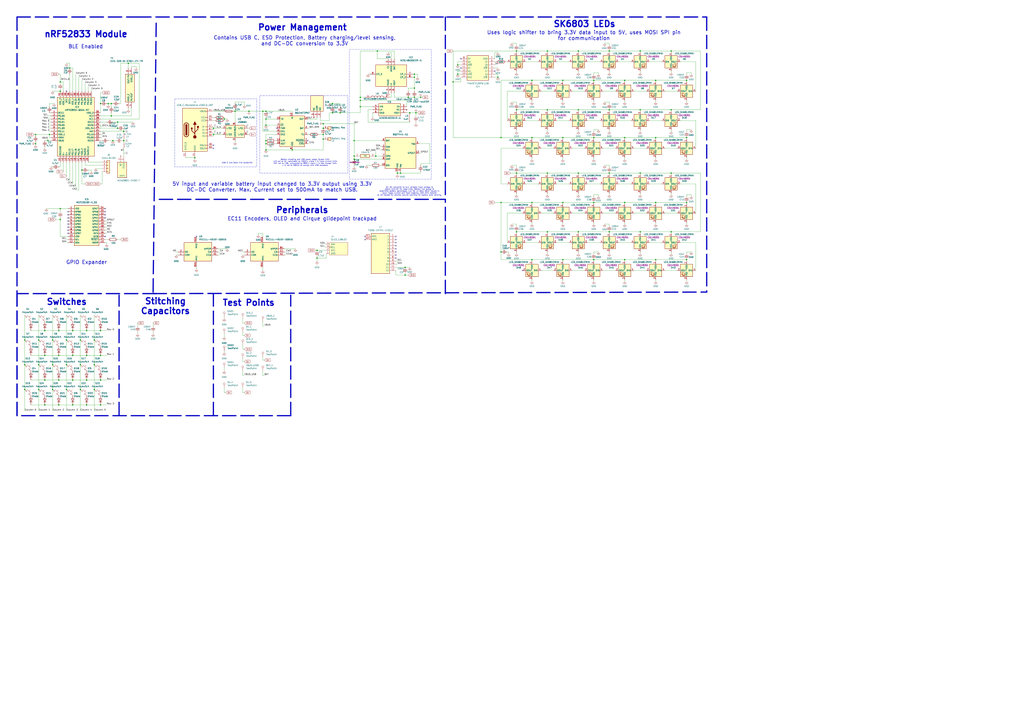
<source format=kicad_sch>
(kicad_sch (version 20231120) (generator "eeschema") (generator_version "8.0")
  (paper "A1")
  (lib_symbols
    (symbol "Battery_Management:BQ24072RGT"
      (property "Reference" "U" (at -8.89 13.97 0))
      (property "Value" "BQ24072RGT" (at 16.51 13.97 0))
      (symbol "BQ24072RGT_1_1"
        (pin passive line (at 12.7 -2.54 180) (length 2.54) (name "TS") (number "1"))
        (pin power_out line (at 12.7 10.16 180) (length 2.54) (name "OUT") (number "10"))
        (pin passive line (at 12.7 10.16 180) (length 2.54) hide (name "OUT") (number "11"))
        (pin passive line (at -12.7 -7.62 0) (length 2.54) (name "ILIM") (number "12"))
        (pin power_in line (at 0 15.24 270) (length 2.54) (name "IN") (number "13"))
        (pin input line (at -12.7 2.54 0) (length 2.54) (name "TMR") (number "14"))
        (pin input line (at -12.7 10.16 0) (length 2.54) (name "TD") (number "15"))
        (pin passive line (at -12.7 -10.16 0) (length 2.54) (name "ISET") (number "16"))
        (pin passive line (at 0 -15.24 90) (length 2.54) hide (name "VSS") (number "17"))
        (pin power_out line (at 12.7 2.54 180) (length 2.54) (name "BAT") (number "2"))
        (pin passive line (at 12.7 2.54 180) (length 2.54) hide (name "BAT") (number "3"))
        (pin input line (at -12.7 5.08 0) (length 2.54) (name "~{CE}") (number "4"))
        (pin input line (at -12.7 -2.54 0) (length 2.54) (name "EN2") (number "5"))
        (pin input line (at -12.7 0 0) (length 2.54) (name "EN1") (number "6"))
        (pin open_collector line (at 12.7 -7.62 180) (length 2.54) (name "~{PGOOD}") (number "7"))
        (pin power_in line (at 0 -15.24 90) (length 2.54) (name "VSS") (number "8"))
        (pin open_collector line (at 12.7 -10.16 180) (length 2.54) (name "~{CHG}") (number "9"))
      )
    )
    (symbol "Battery_Management:BQ27441-G1"
      (property "Reference" "U" (at -5.08 15.875 0))
      (property "Value" "BQ27441-G1" (at -5.08 13.97 0))
      (symbol "BQ27441-G1_1_1"
        (pin bidirectional line (at -15.24 5.08 0) (length 2.54) (name "SDA") (number "1"))
        (pin input line (at -15.24 -10.16 0) (length 2.54) (name "BIN") (number "10"))
        (pin no_connect line (at 10.16 -2.54 180) (length 2.54) hide (name "NC") (number "11"))
        (pin output line (at 15.24 0 180) (length 2.54) (name "GPOUT") (number "12"))
        (pin power_in line (at -2.54 -15.24 90) (length 2.54) (name "PAD") (number "13"))
        (pin input line (at -15.24 2.54 0) (length 2.54) (name "SCL") (number "2"))
        (pin power_in line (at 0 -15.24 90) (length 2.54) (name "V_{SS}") (number "3"))
        (pin no_connect line (at 10.16 -7.62 180) (length 2.54) hide (name "NC") (number "4"))
        (pin power_out line (at 15.24 7.62 180) (length 2.54) (name "V_{DD}") (number "5"))
        (pin power_in line (at -15.24 10.16 0) (length 2.54) (name "BAT") (number "6"))
        (pin input line (at -15.24 -2.54 0) (length 2.54) (name "SRN") (number "7"))
        (pin input line (at -15.24 -5.08 0) (length 2.54) (name "SRP") (number "8"))
        (pin no_connect line (at 10.16 -5.08 180) (length 2.54) hide (name "NC") (number "9"))
      )
    )
    (symbol "Connector:TestPoint" (pin_numbers hide) (pin_names (offset 0.762) hide)
      (property "Reference" "TP" (at 0 6.858 0))
      (property "Value" "TestPoint" (at 0 5.08 0))
      (symbol "TestPoint_1_1"
        (pin passive line (at 0 0 90) (length 2.54) (name "1") (number "1"))
      )
    )
    (symbol "Connector:USB_C_Receptacle_USB2.0_16P" (pin_names (offset 1.016))
      (property "Reference" "J" (at 0 22.225 0))
      (property "Value" "USB_C_Receptacle_USB2.0_16P" (at 0 19.685 0))
      (symbol "USB_C_Receptacle_USB2.0_16P_1_1"
        (pin passive line (at 0 -22.86 90) (length 5.08) (name "GND") (number "A1"))
        (pin passive line (at 0 -22.86 90) (length 5.08) hide (name "GND") (number "A12"))
        (pin passive line (at 15.24 15.24 180) (length 5.08) (name "VBUS") (number "A4"))
        (pin bidirectional line (at 15.24 10.16 180) (length 5.08) (name "CC1") (number "A5"))
        (pin bidirectional line (at 15.24 -2.54 180) (length 5.08) (name "D+") (number "A6"))
        (pin bidirectional line (at 15.24 2.54 180) (length 5.08) (name "D-") (number "A7"))
        (pin bidirectional line (at 15.24 -12.7 180) (length 5.08) (name "SBU1") (number "A8"))
        (pin passive line (at 15.24 15.24 180) (length 5.08) hide (name "VBUS") (number "A9"))
        (pin passive line (at 0 -22.86 90) (length 5.08) hide (name "GND") (number "B1"))
        (pin passive line (at 0 -22.86 90) (length 5.08) hide (name "GND") (number "B12"))
        (pin passive line (at 15.24 15.24 180) (length 5.08) hide (name "VBUS") (number "B4"))
        (pin bidirectional line (at 15.24 7.62 180) (length 5.08) (name "CC2") (number "B5"))
        (pin bidirectional line (at 15.24 -5.08 180) (length 5.08) (name "D+") (number "B6"))
        (pin bidirectional line (at 15.24 0 180) (length 5.08) (name "D-") (number "B7"))
        (pin bidirectional line (at 15.24 -15.24 180) (length 5.08) (name "SBU2") (number "B8"))
        (pin passive line (at 15.24 15.24 180) (length 5.08) hide (name "VBUS") (number "B9"))
        (pin passive line (at -7.62 -22.86 90) (length 5.08) (name "SHIELD") (number "S1"))
      )
    )
    (symbol "Connector_Generic:Conn_01x01" (pin_names (offset 1.016) hide)
      (property "Reference" "J" (at 0 2.54 0))
      (property "Value" "Conn_01x01" (at 0 -2.54 0))
      (symbol "Conn_01x01_1_1"
        (pin passive line (at -5.08 0 0) (length 3.81) (name "Pin_1") (number "1"))
      )
    )
    (symbol "Connector_Generic:Conn_01x04" (pin_names (offset 1.016) hide)
      (property "Reference" "J" (at 0 5.08 0))
      (property "Value" "Conn_01x04" (at 0 -7.62 0))
      (symbol "Conn_01x04_1_1"
        (pin passive line (at -5.08 2.54 0) (length 3.81) (name "Pin_1") (number "1"))
        (pin passive line (at -5.08 0 0) (length 3.81) (name "Pin_2") (number "2"))
        (pin passive line (at -5.08 -2.54 0) (length 3.81) (name "Pin_3") (number "3"))
        (pin passive line (at -5.08 -5.08 0) (length 3.81) (name "Pin_4") (number "4"))
      )
    )
    (symbol "Device:C_Small" (pin_numbers hide) (pin_names (offset 0.254) hide)
      (property "Reference" "C" (at 0.254 1.778 0))
      (property "Value" "C_Small" (at 0.254 -2.032 0))
      (symbol "C_Small_1_1"
        (pin passive line (at 0 2.54 270) (length 2.032) (name "~") (number "1"))
        (pin passive line (at 0 -2.54 90) (length 2.032) (name "~") (number "2"))
      )
    )
    (symbol "Device:Fuse" (pin_numbers hide) (pin_names (offset 0))
      (property "Reference" "F" (at 2.032 0 90))
      (property "Value" "Fuse" (at -1.905 0 90))
      (symbol "Fuse_1_1"
        (pin passive line (at 0 3.81 270) (length 1.27) (name "~") (number "1"))
        (pin passive line (at 0 -3.81 90) (length 1.27) (name "~") (number "2"))
      )
    )
    (symbol "Device:L" (pin_numbers hide) (pin_names (offset 1.016) hide)
      (property "Reference" "L" (at -1.27 0 90))
      (property "Value" "L" (at 1.905 0 90))
      (symbol "L_1_1"
        (pin passive line (at 0 3.81 270) (length 1.27) (name "1") (number "1"))
        (pin passive line (at 0 -3.81 90) (length 1.27) (name "2") (number "2"))
      )
    )
    (symbol "Device:L_Small" (pin_numbers hide) (pin_names (offset 0.254) hide)
      (property "Reference" "L" (at 0.762 1.016 0))
      (property "Value" "L_Small" (at 0.762 -1.016 0))
      (symbol "L_Small_1_1"
        (pin passive line (at 0 2.54 270) (length 0.508) (name "~") (number "1"))
        (pin passive line (at 0 -2.54 90) (length 0.508) (name "~") (number "2"))
      )
    )
    (symbol "Device:R" (pin_numbers hide) (pin_names (offset 0))
      (property "Reference" "R" (at 2.032 0 90))
      (property "Value" "R" (at 0 0 90))
      (symbol "R_1_1"
        (pin passive line (at 0 3.81 270) (length 1.27) (name "~") (number "1"))
        (pin passive line (at 0 -3.81 90) (length 1.27) (name "~") (number "2"))
      )
    )
    (symbol "Power_Protection:USB6B1"
      (property "Reference" "U" (at 6.35 6.35 0))
      (property "Value" "USB6B1" (at 5.08 -6.35 0))
      (symbol "USB6B1_1_1"
        (pin passive line (at 0 7.62 270) (length 2.54) hide (name "VBUS") (number "1"))
        (pin passive line (at -10.16 2.54 0) (length 2.54) (name "I/O1") (number "2"))
        (pin passive line (at -10.16 -2.54 0) (length 2.54) (name "I/O2") (number "3"))
        (pin passive line (at 0 -7.62 90) (length 2.54) hide (name "GND") (number "4"))
        (pin passive line (at 0 -7.62 90) (length 2.54) (name "GND") (number "5"))
        (pin passive line (at 10.16 -2.54 180) (length 2.54) (name "I/O2") (number "6"))
        (pin passive line (at 10.16 2.54 180) (length 2.54) (name "I/O1") (number "7"))
        (pin passive line (at 0 7.62 270) (length 2.54) (name "VBUS") (number "8"))
      )
    )
    (symbol "SamacSys_Parts:74AHCT125PW,118"
      (property "Reference" "IC" (at 24.13 7.62 0))
      (property "Value" "74AHCT125PW,118" (at 24.13 5.08 0))
      (symbol "74AHCT125PW,118_1_1"
        (pin passive line (at 0 0 0) (length 5.08) (name "1~{OE}") (number "1"))
        (pin passive line (at 27.94 -10.16 180) (length 5.08) (name "3~{OE}") (number "10"))
        (pin passive line (at 27.94 -7.62 180) (length 5.08) (name "4Y") (number "11"))
        (pin passive line (at 27.94 -5.08 180) (length 5.08) (name "4A") (number "12"))
        (pin passive line (at 27.94 -2.54 180) (length 5.08) (name "4~{OE}") (number "13"))
        (pin passive line (at 27.94 0 180) (length 5.08) (name "VCC") (number "14"))
        (pin passive line (at 0 -2.54 0) (length 5.08) (name "1A") (number "2"))
        (pin passive line (at 0 -5.08 0) (length 5.08) (name "1Y") (number "3"))
        (pin passive line (at 0 -7.62 0) (length 5.08) (name "2~{OE}") (number "4"))
        (pin passive line (at 0 -10.16 0) (length 5.08) (name "2A") (number "5"))
        (pin passive line (at 0 -12.7 0) (length 5.08) (name "2Y") (number "6"))
        (pin passive line (at 0 -15.24 0) (length 5.08) (name "GND") (number "7"))
        (pin passive line (at 27.94 -15.24 180) (length 5.08) (name "3Y") (number "8"))
        (pin passive line (at 27.94 -12.7 180) (length 5.08) (name "3A") (number "9"))
      )
    )
    (symbol "SamacSys_Parts:ACAG0801-2450-T"
      (property "Reference" "ANT" (at 19.05 7.62 0))
      (property "Value" "ACAG0801-2450-T" (at 19.05 5.08 0))
      (symbol "ACAG0801-2450-T_1_1"
        (pin input line (at 0 0 0) (length 5.08) (name "FEED") (number "1"))
        (pin no_connect line (at 0 -2.54 0) (length 5.08) (name "NC") (number "2"))
      )
    )
    (symbol "SamacSys_Parts:CL-SA-12C4-22"
      (property "Reference" "S" (at 19.05 7.62 0))
      (property "Value" "CL-SA-12C4-22" (at 19.05 5.08 0))
      (symbol "CL-SA-12C4-22_1_1"
        (pin passive line (at 0 -2.54 0) (length 5.08) (name "COM") (number "1"))
        (pin passive line (at 0 -5.08 0) (length 5.08) (name "NO") (number "2"))
        (pin no_connect line (at 0 0 0) (length 5.08) (name "NC") (number "3"))
      )
    )
    (symbol "SamacSys_Parts:ECS-320-8-37B2-JTY-TR"
      (property "Reference" "Y" (at 29.21 7.62 0))
      (property "Value" "ECS-320-8-37B2-JTY-TR" (at 29.21 5.08 0))
      (symbol "ECS-320-8-37B2-JTY-TR_1_1"
        (pin passive line (at 0 -2.54 0) (length 5.08) (name "IN/OUT") (number "1"))
        (pin passive line (at 33.02 -2.54 180) (length 5.08) (name "GND_1") (number "2"))
        (pin passive line (at 33.02 0 180) (length 5.08) (name "OUT/IN") (number "3"))
        (pin passive line (at 0 0 0) (length 5.08) (name "GND_2") (number "4"))
      )
    )
    (symbol "SamacSys_Parts:F32Q-1A7H1-11012"
      (property "Reference" "J" (at 21.59 7.62 0))
      (property "Value" "F32Q-1A7H1-11012" (at 21.59 5.08 0))
      (symbol "F32Q-1A7H1-11012_1_1"
        (pin passive line (at 25.4 0 180) (length 5.08) (name "1") (number "1"))
        (pin passive line (at 25.4 -22.86 180) (length 5.08) (name "10") (number "10"))
        (pin passive line (at 25.4 -25.4 180) (length 5.08) (name "11") (number "11"))
        (pin passive line (at 25.4 -27.94 180) (length 5.08) (name "12") (number "12"))
        (pin passive line (at 25.4 -2.54 180) (length 5.08) (name "2") (number "2"))
        (pin passive line (at 25.4 -5.08 180) (length 5.08) (name "3") (number "3"))
        (pin passive line (at 25.4 -7.62 180) (length 5.08) (name "4") (number "4"))
        (pin passive line (at 25.4 -10.16 180) (length 5.08) (name "5") (number "5"))
        (pin passive line (at 25.4 -12.7 180) (length 5.08) (name "6") (number "6"))
        (pin passive line (at 25.4 -15.24 180) (length 5.08) (name "7") (number "7"))
        (pin passive line (at 25.4 -17.78 180) (length 5.08) (name "8") (number "8"))
        (pin passive line (at 25.4 -20.32 180) (length 5.08) (name "9") (number "9"))
        (pin passive line (at 0 0 0) (length 5.08) (name "MP1") (number "MP1"))
        (pin passive line (at 0 -2.54 0) (length 5.08) (name "MP2") (number "MP2"))
      )
    )
    (symbol "SamacSys_Parts:MCHK1608T1R0MKN" (pin_names hide)
      (property "Reference" "L" (at 16.51 6.35 0))
      (property "Value" "MCHK1608T1R0MKN" (at 16.51 3.81 0))
      (symbol "MCHK1608T1R0MKN_1_1"
        (pin passive line (at 0 0 0) (length 5.08) (name "1") (number "1"))
        (pin passive line (at 20.32 0 180) (length 5.08) (name "2") (number "2"))
      )
    )
    (symbol "SamacSys_Parts:MCP23018T-E_SS"
      (property "Reference" "IC" (at 26.67 7.62 0))
      (property "Value" "MCP23018T-E_SS" (at 26.67 5.08 0))
      (symbol "MCP23018T-E_SS_1_1"
        (pin passive line (at 0 0 0) (length 5.08) (name "VSS") (number "1"))
        (pin passive line (at 0 -22.86 0) (length 5.08) (name "VDD") (number "10"))
        (pin passive line (at 0 -25.4 0) (length 5.08) (name "SCL") (number "11"))
        (pin passive line (at 0 -27.94 0) (length 5.08) (name "SDA") (number "12"))
        (pin passive line (at 30.48 -27.94 180) (length 5.08) (name "ADDR") (number "13"))
        (pin passive line (at 30.48 -25.4 180) (length 5.08) (name "~{RESET}") (number "14"))
        (pin passive line (at 30.48 -22.86 180) (length 5.08) (name "INTB") (number "15"))
        (pin passive line (at 30.48 -20.32 180) (length 5.08) (name "INTA") (number "16"))
        (pin passive line (at 30.48 -17.78 180) (length 5.08) (name "GPA0") (number "17"))
        (pin passive line (at 30.48 -15.24 180) (length 5.08) (name "GPA1") (number "18"))
        (pin passive line (at 30.48 -12.7 180) (length 5.08) (name "GPA2") (number "19"))
        (pin passive line (at 0 -2.54 0) (length 5.08) (name "GPB0") (number "2"))
        (pin passive line (at 30.48 -10.16 180) (length 5.08) (name "GPA3") (number "20"))
        (pin passive line (at 30.48 -7.62 180) (length 5.08) (name "GPA4") (number "21"))
        (pin passive line (at 30.48 -5.08 180) (length 5.08) (name "GPA5") (number "22"))
        (pin passive line (at 30.48 -2.54 180) (length 5.08) (name "GPA6") (number "23"))
        (pin passive line (at 30.48 0 180) (length 5.08) (name "GPA7") (number "24"))
        (pin passive line (at 0 -5.08 0) (length 5.08) (name "GPB1") (number "3"))
        (pin passive line (at 0 -7.62 0) (length 5.08) (name "GPB2") (number "4"))
        (pin passive line (at 0 -10.16 0) (length 5.08) (name "GPB3") (number "5"))
        (pin passive line (at 0 -12.7 0) (length 5.08) (name "GPB4") (number "6"))
        (pin passive line (at 0 -15.24 0) (length 5.08) (name "GPB5") (number "7"))
        (pin passive line (at 0 -17.78 0) (length 5.08) (name "GPB6") (number "8"))
        (pin passive line (at 0 -20.32 0) (length 5.08) (name "GPB7") (number "9"))
      )
    )
    (symbol "SamacSys_Parts:PEC11L-4015F-S0015"
      (property "Reference" "U" (at 21.59 15.24 0))
      (property "Value" "PEC11L-4015F-S0015" (at 21.59 12.7 0))
      (symbol "PEC11L-4015F-S0015_1_1"
        (pin passive line (at 10.16 15.24 270) (length 5.08) (name "COM") (number "1"))
        (pin passive line (at 12.7 15.24 270) (length 5.08) (name "NO") (number "2"))
        (pin passive line (at 10.16 -17.78 90) (length 5.08) (name "CCW") (number "A1"))
        (pin passive line (at 15.24 -17.78 90) (length 5.08) (name "WIPER") (number "B1"))
        (pin passive line (at 12.7 -17.78 90) (length 5.08) (name "CW") (number "C1"))
        (pin passive line (at 0 0 0) (length 5.08) (name "MH1") (number "MH1"))
        (pin passive line (at 25.4 0 180) (length 5.08) (name "MH2") (number "MH2"))
      )
    )
    (symbol "SamacSys_Parts:TLR2ATTD10L0F" (pin_names hide)
      (property "Reference" "R" (at 13.97 6.35 0))
      (property "Value" "TLR2ATTD10L0F" (at 13.97 3.81 0))
      (symbol "TLR2ATTD10L0F_1_1"
        (pin passive line (at 0 0 0) (length 5.08) (name "1") (number "1"))
        (pin passive line (at 17.78 0 180) (length 5.08) (name "2") (number "2"))
      )
    )
    (symbol "SamacSys_Parts:XC9148G50CER-G"
      (property "Reference" "IC" (at 24.13 15.24 0))
      (property "Value" "XC9148G50CER-G" (at 24.13 12.7 0))
      (symbol "XC9148G50CER-G_1_1"
        (pin passive line (at 0 0 0) (length 5.08) (name "BAT") (number "1"))
        (pin passive line (at 0 -2.54 0) (length 5.08) (name "AGND") (number "2"))
        (pin passive line (at 0 -5.08 0) (length 5.08) (name "CE") (number "3"))
        (pin passive line (at 27.94 -5.08 180) (length 5.08) (name "PGND") (number "4"))
        (pin passive line (at 27.94 -2.54 180) (length 5.08) (name "LX") (number "5"))
        (pin passive line (at 27.94 0 180) (length 5.08) (name "VOUT") (number "6"))
        (pin passive line (at 12.7 15.24 270) (length 5.08) (name "EP_1") (number "7"))
        (pin passive line (at 15.24 15.24 270) (length 5.08) (name "EP_2") (number "8"))
        (pin passive line (at 12.7 -20.32 90) (length 5.08) (name "EP_3") (number "9"))
      )
    )
    (symbol "SamacSys_Parts:XC9291B33D1R-G"
      (property "Reference" "IC" (at 24.13 7.62 0))
      (property "Value" "XC9291B33D1R-G" (at 24.13 5.08 0))
      (symbol "XC9291B33D1R-G_1_1"
        (pin passive line (at 0 0 0) (length 5.08) (name "VOUT") (number "1"))
        (pin no_connect line (at 0 -2.54 0) (length 5.08) (name "NC") (number "2"))
        (pin passive line (at 0 -5.08 0) (length 5.08) (name "EN") (number "3"))
        (pin passive line (at 27.94 -5.08 180) (length 5.08) (name "VIN") (number "4"))
        (pin passive line (at 27.94 -2.54 180) (length 5.08) (name "LX") (number "5"))
        (pin passive line (at 27.94 0 180) (length 5.08) (name "GND") (number "6"))
      )
    )
    (symbol "SamacSys_Parts:nRF52833-QDAA-R7"
      (property "Reference" "IC" (at 36.83 17.78 0))
      (property "Value" "nRF52833-QDAA-R7" (at 36.83 15.24 0))
      (symbol "nRF52833-QDAA-R7_1_1"
        (pin passive line (at 0 0 0) (length 5.08) (name "DEC1") (number "1"))
        (pin passive line (at 0 -22.86 0) (length 5.08) (name "VBUS") (number "10"))
        (pin passive line (at 7.62 -40.64 90) (length 5.08) (name "DECUSB") (number "11"))
        (pin passive line (at 10.16 -40.64 90) (length 5.08) (name "D-") (number "12"))
        (pin passive line (at 12.7 -40.64 90) (length 5.08) (name "D+") (number "13"))
        (pin passive line (at 15.24 -40.64 90) (length 5.08) (name "P0.15") (number "14"))
        (pin passive line (at 17.78 -40.64 90) (length 5.08) (name "P0.17") (number "15"))
        (pin passive line (at 20.32 -40.64 90) (length 5.08) (name "P0.18") (number "16"))
        (pin passive line (at 22.86 -40.64 90) (length 5.08) (name "P0.20") (number "17"))
        (pin passive line (at 25.4 -40.64 90) (length 5.08) (name "VDD_2") (number "18"))
        (pin passive line (at 27.94 -40.64 90) (length 5.08) (name "SWDIO") (number "19"))
        (pin passive line (at 0 -2.54 0) (length 5.08) (name "P0.00") (number "2"))
        (pin passive line (at 30.48 -40.64 90) (length 5.08) (name "SWDCLK") (number "20"))
        (pin passive line (at 40.64 -22.86 180) (length 5.08) (name "DEC5") (number "21"))
        (pin passive line (at 40.64 -20.32 180) (length 5.08) (name "P0.09") (number "22"))
        (pin passive line (at 40.64 -17.78 180) (length 5.08) (name "P0.10") (number "23"))
        (pin passive line (at 40.64 -15.24 180) (length 5.08) (name "ANT") (number "24"))
        (pin passive line (at 40.64 -12.7 180) (length 5.08) (name "VSS_PA") (number "25"))
        (pin passive line (at 40.64 -10.16 180) (length 5.08) (name "DEC6") (number "26"))
        (pin passive line (at 40.64 -7.62 180) (length 5.08) (name "DEC3") (number "27"))
        (pin passive line (at 40.64 -5.08 180) (length 5.08) (name "XC1") (number "28"))
        (pin passive line (at 40.64 -2.54 180) (length 5.08) (name "XC2") (number "29"))
        (pin passive line (at 0 -5.08 0) (length 5.08) (name "P0.01") (number "3"))
        (pin passive line (at 40.64 0 180) (length 5.08) (name "VDD_3") (number "30"))
        (pin passive line (at 33.02 17.78 270) (length 5.08) (name "P0.03") (number "31"))
        (pin passive line (at 30.48 17.78 270) (length 5.08) (name "P0.02") (number "32"))
        (pin passive line (at 27.94 17.78 270) (length 5.08) (name "P0.28") (number "33"))
        (pin passive line (at 25.4 17.78 270) (length 5.08) (name "P0.29") (number "34"))
        (pin passive line (at 22.86 17.78 270) (length 5.08) (name "P0.30") (number "35"))
        (pin passive line (at 20.32 17.78 270) (length 5.08) (name "P0.31") (number "36"))
        (pin passive line (at 17.78 17.78 270) (length 5.08) (name "VSS_1") (number "37"))
        (pin passive line (at 15.24 17.78 270) (length 5.08) (name "DEC4") (number "38"))
        (pin passive line (at 12.7 17.78 270) (length 5.08) (name "DCC") (number "39"))
        (pin passive line (at 0 -7.62 0) (length 5.08) (name "P0.04") (number "4"))
        (pin passive line (at 10.16 17.78 270) (length 5.08) (name "VDD_4") (number "40"))
        (pin passive line (at 7.62 17.78 270) (length 5.08) (name "VSS_2") (number "41"))
        (pin passive line (at 0 -10.16 0) (length 5.08) (name "P0.05") (number "5"))
        (pin passive line (at 0 -12.7 0) (length 5.08) (name "P1.09") (number "6"))
        (pin passive line (at 0 -15.24 0) (length 5.08) (name "P0.11") (number "7"))
        (pin passive line (at 0 -17.78 0) (length 5.08) (name "VDD_1") (number "8"))
        (pin passive line (at 0 -20.32 0) (length 5.08) (name "VDDH") (number "9"))
      )
    )
    (symbol "ScottoKeebs:LED_SK6812MINI" (pin_names (offset 0.254))
      (property "Reference" "D" (at 2.032 5.588 0))
      (property "Value" "LED_SK6812MINI" (at 1.27 -5.715 0))
      (property "LCSC" "C5149201" (at 0 0 0))
      (symbol "LED_SK6812MINI_0_0"
        (text "RGB" (at 2.286 -4.191 0) (effects (font (size 0.762 0.762))))
      )
      (symbol "LED_SK6812MINI_1_1"
        (pin power_in line (at 0 7.62 270) (length 2.54) (name "VDD") (number "1"))
        (pin output line (at 7.62 0 180) (length 2.54) (name "DOUT") (number "2"))
        (pin power_in line (at 0 -7.62 90) (length 2.54) (name "VSS") (number "3"))
        (pin input line (at -7.62 0 0) (length 2.54) (name "DIN") (number "4"))
      )
    )
    (symbol "ScottoKeebs:OLED_128x32" (pin_names (offset 1.016))
      (property "Reference" "J" (at 0 -6.35 0))
      (property "Value" "OLED_128x32" (at 0 6.35 0))
      (symbol "OLED_128x32_1_1"
        (pin power_in line (at -2.54 -3.81 0) (length 2.54) (name "GND") (number "1"))
        (pin power_in line (at -2.54 -1.27 0) (length 2.54) (name "VCC") (number "2"))
        (pin input clock (at -2.54 1.27 0) (length 2.54) (name "SCL") (number "3"))
        (pin bidirectional line (at -2.54 3.81 0) (length 2.54) (name "SDA") (number "4"))
      )
    )
    (symbol "ScottoKeebs:Placeholder_Diode" (pin_numbers hide) (pin_names hide)
      (property "Reference" "D" (at 0 2.54 0))
      (property "Value" "Diode" (at 0 -2.54 0))
      (symbol "Placeholder_Diode_1_1"
        (pin passive line (at -3.81 0 0) (length 2.54) (name "K") (number "1"))
        (pin passive line (at 3.81 0 180) (length 2.54) (name "A") (number "2"))
      )
    )
    (symbol "ScottoKeebs:Placeholder_Keyswitch" (pin_numbers hide) (pin_names (offset 1.016) hide)
      (property "Reference" "S" (at 3.048 1.016 0))
      (property "Value" "Keyswitch" (at 0 -3.81 0))
      (symbol "Placeholder_Keyswitch_0_1"
        (pin passive line (at -2.54 2.54 0) (length 0) (name "1") (number "1"))
        (pin passive line (at 2.54 -2.54 180) (length 0) (name "2") (number "2"))
      )
    )
    (symbol "power:GND" (power) (pin_numbers hide) (pin_names (offset 0) hide)
      (property "Value" "GND" (at 0 -3.81 0))
      (symbol "GND_1_1"
        (pin power_in line (at 0 0 270) (length 0) (name "~") (number "1"))
      )
    )
    (symbol "power:PWR_FLAG" (power) (pin_numbers hide) (pin_names (offset 0) hide)
      (property "Value" "PWR_FLAG" (at 0 3.81 0))
      (symbol "PWR_FLAG_0_0"
        (pin power_out line (at 0 0 90) (length 0) (name "~") (number "1"))
      )
    )
  )
  (junction (at 96.52 100.33))
  (junction (at 336.55 92.71))
  (junction (at 500.38 142.24))
  (junction (at 449.58 90.17))
  (junction (at 538.48 166.37))
  (junction (at 563.88 213.36))
  (junction (at 449.58 142.24))
  (junction (at 66.04 320.04))
  (junction (at 49.53 74.93))
  (junction (at 82.55 292.1))
  (junction (at 563.88 113.03))
  (junction (at 424.18 90.17))
  (junction (at 59.69 292.1))
  (junction (at 513.08 113.03))
  (junction (at 88.9 85.09))
  (junction (at 265.43 105.41))
  (junction (at 551.18 90.17))
  (junction (at 340.36 80.01))
  (junction (at 48.26 332.74))
  (junction (at 96.52 105.41))
  (junction (at 538.48 66.04))
  (junction (at 500.38 41.91))
  (junction (at 525.78 41.91))
  (junction (at 411.48 113.03))
  (junction (at 375.92 60.96))
  (junction (at 408.94 63.5))
  (junction (at 59.69 271.78))
  (junction (at 525.78 142.24))
  (junction (at 538.48 113.03))
  (junction (at 551.18 142.24))
  (junction (at 31.75 299.72))
  (junction (at 487.68 113.03))
  (junction (at 20.32 320.04))
  (junction (at 29.21 110.49))
  (junction (at 328.93 142.24))
  (junction (at 71.12 292.1))
  (junction (at 474.98 190.5))
  (junction (at 20.32 279.4))
  (junction (at 91.44 95.25))
  (junction (at 82.55 85.09))
  (junction (at 487.68 213.36))
  (junction (at 424.18 190.5))
  (junction (at 265.43 110.49))
  (junction (at 436.88 166.37))
  (junction (at 265.43 101.6))
  (junction (at 54.61 320.04))
  (junction (at 77.47 320.04))
  (junction (at 20.32 299.72))
  (junction (at 332.74 219.71))
  (junction (at 215.9 91.44))
  (junction (at 240.03 123.19))
  (junction (at 101.6 107.95))
  (junction (at 175.26 110.49))
  (junction (at 91.44 85.09))
  (junction (at 204.47 91.44))
  (junction (at 82.55 312.42))
  (junction (at 67.31 139.7))
  (junction (at 48.26 312.42))
  (junction (at 295.91 87.63))
  (junction (at 332.74 226.06))
  (junction (at 160.02 129.54))
  (junction (at 424.18 142.24))
  (junction (at 48.26 271.78))
  (junction (at 218.44 123.19))
  (junction (at 449.58 41.91))
  (junction (at 462.28 66.04))
  (junction (at 31.75 320.04))
  (junction (at 49.53 171.45))
  (junction (at 218.44 102.87))
  (junction (at 436.88 213.36))
  (junction (at 82.55 332.74))
  (junction (at 43.18 320.04))
  (junction (at 105.41 52.07))
  (junction (at 218.44 97.79))
  (junction (at 462.28 213.36))
  (junction (at 411.48 207.01))
  (junction (at 71.12 271.78))
  (junction (at 36.83 312.42))
  (junction (at 513.08 213.36))
  (junction (at 218.44 115.57))
  (junction (at 372.11 67.31))
  (junction (at 538.48 213.36))
  (junction (at 308.61 128.27))
  (junction (at 563.88 166.37))
  (junction (at 513.08 166.37))
  (junction (at 474.98 90.17))
  (junction (at 43.18 279.4))
  (junction (at 462.28 166.37))
  (junction (at 500.38 190.5))
  (junction (at 48.26 292.1))
  (junction (at 487.68 66.04))
  (junction (at 551.18 190.5))
  (junction (at 31.75 279.4))
  (junction (at 340.36 60.96))
  (junction (at 424.18 41.91))
  (junction (at 341.63 92.71))
  (junction (at 29.21 118.11))
  (junction (at 49.53 180.34))
  (junction (at 260.35 205.74))
  (junction (at 71.12 312.42))
  (junction (at 290.83 115.57))
  (junction (at 77.47 279.4))
  (junction (at 54.61 279.4))
  (junction (at 563.88 66.04))
  (junction (at 66.04 299.72))
  (junction (at 345.44 80.01))
  (junction (at 525.78 90.17))
  (junction (at 39.37 115.57))
  (junction (at 36.83 332.74))
  (junction (at 184.15 97.79))
  (junction (at 273.05 92.71))
  (junction (at 436.88 66.04))
  (junction (at 487.68 166.37))
  (junction (at 449.58 190.5))
  (junction (at 101.6 115.57))
  (junction (at 43.18 299.72))
  (junction (at 295.91 80.01))
  (junction (at 54.61 299.72))
  (junction (at 474.98 41.91))
  (junction (at 290.83 128.27))
  (junction (at 309.88 41.91))
  (junction (at 49.53 67.31))
  (junction (at 218.44 91.44))
  (junction (at 66.04 279.4))
  (junction (at 500.38 90.17))
  (junction (at 260.35 212.09))
  (junction (at 59.69 332.74))
  (junction (at 77.47 299.72))
  (junction (at 513.08 66.04))
  (junction (at 462.28 113.03))
  (junction (at 92.71 115.57))
  (junction (at 57.15 55.88))
  (junction (at 40.64 110.49))
  (junction (at 71.12 332.74))
  (junction (at 279.4 92.71))
  (junction (at 340.36 72.39))
  (junction (at 265.43 114.3))
  (junction (at 551.18 41.91))
  (junction (at 335.28 80.01))
  (junction (at 295.91 82.55))
  (junction (at 290.83 130.81))
  (junction (at 175.26 105.41))
  (junction (at 474.98 142.24))
  (junction (at 273.05 85.09))
  (junction (at 36.83 292.1))
  (junction (at 436.88 113.03))
  (junction (at 375.92 53.34))
  (junction (at 326.39 142.24))
  (junction (at 193.04 91.44))
  (junction (at 411.48 166.37))
  (junction (at 59.69 312.42))
  (junction (at 340.36 63.5))
  (junction (at 218.44 118.11))
  (junction (at 82.55 271.78))
  (junction (at 525.78 190.5))
  (junction (at 36.83 271.78))
  (no_connect (at 161.29 194.31))
  (no_connect (at 325.12 196.85))
  (no_connect (at 86.36 173.99))
  (no_connect (at 86.36 179.07))
  (no_connect (at 55.88 191.77))
  (no_connect (at 86.36 171.45))
  (no_connect (at 227.33 105.41))
  (no_connect (at 429.26 222.25))
  (no_connect (at 86.36 176.53))
  (no_connect (at 252.73 115.57))
  (no_connect (at 325.12 201.93))
  (no_connect (at 325.12 204.47))
  (no_connect (at 325.12 212.09))
  (no_connect (at 55.88 179.07))
  (no_connect (at 55.88 176.53))
  (no_connect (at 86.36 194.31))
  (no_connect (at 378.46 48.26))
  (no_connect (at 406.4 58.42))
  (no_connect (at 55.88 173.99))
  (no_connect (at 175.26 121.92))
  (no_connect (at 55.88 189.23))
  (no_connect (at 55.88 184.15))
  (no_connect (at 325.12 209.55))
  (no_connect (at 55.88 181.61))
  (no_connect (at 299.72 194.31))
  (no_connect (at 175.26 119.38))
  (no_connect (at 378.46 55.88))
  (no_connect (at 325.12 199.39))
  (no_connect (at 299.72 196.85))
  (no_connect (at 325.12 194.31))
  (no_connect (at 55.88 186.69))
  (no_connect (at 54.61 74.93))
  (no_connect (at 325.12 207.01))
  (wire (pts (xy 82.55 113.03) (xy 83.82 113.03)))
  (wire (pts (xy 59.69 55.88) (xy 59.69 74.93)))
  (wire (pts (xy 184.15 274.32) (xy 184.15 276.86)))
  (wire (pts (xy 496.57 135.89) (xy 500.38 135.89)))
  (wire (pts (xy 436.88 113.03) (xy 411.48 113.03)))
  (wire (pts (xy 49.53 194.31) (xy 49.53 180.34)))
  (wire (pts (xy 184.15 318.77) (xy 184.15 322.58)))
  (wire (pts (xy 480.06 175.26) (xy 469.9 175.26)))
  (wire (pts (xy 474.98 90.17) (xy 474.98 91.44)))
  (wire (pts (xy 406.4 43.18) (xy 406.4 48.26)))
  (wire (pts (xy 424.18 41.91) (xy 424.18 43.18)))
  (wire (pts (xy 96.52 100.33) (xy 109.22 100.33)))
  (wire (pts (xy 36.83 332.74) (xy 48.26 332.74)))
  (wire (pts (xy 82.55 292.1) (xy 87.63 292.1)))
  (wire (pts (xy 321.31 76.2) (xy 321.31 80.01)))
  (wire (pts (xy 436.88 166.37) (xy 436.88 167.64)))
  (wire (pts (xy 436.88 130.81) (xy 436.88 129.54)))
  (wire (pts (xy 558.8 199.39) (xy 571.5 199.39)))
  (wire (pts (xy 25.4 312.42) (xy 36.83 312.42)))
  (wire (pts (xy 505.46 74.93) (xy 495.3 74.93)))
  (wire (pts (xy 86.36 191.77) (xy 87.63 191.77)))
  (wire (pts (xy 270.51 92.71) (xy 270.51 99.06)))
  (wire (pts (xy 444.5 121.92) (xy 454.66 121.92)))
  (wire (pts (xy 500.38 135.89) (xy 500.38 137.16)))
  (wire (pts (xy 334.01 92.71) (xy 336.55 92.71)))
  (wire (pts (xy 326.39 143.51) (xy 326.39 142.24)))
  (wire (pts (xy 525.78 41.91) (xy 525.78 43.18)))
  (wire (pts (xy 193.04 83.82) (xy 193.04 85.09)))
  (wire (pts (xy 82.55 110.49) (xy 83.82 110.49)))
  (wire (pts (xy 417.83 207.01) (xy 416.56 207.01)))
  (wire (pts (xy 240.03 123.19) (xy 265.43 123.19)))
  (wire (pts (xy 77.47 299.72) (xy 77.47 320.04)))
  (wire (pts (xy 556.26 121.92) (xy 546.1 121.92)))
  (wire (pts (xy 67.31 151.13) (xy 67.31 139.7)))
  (wire (pts (xy 184.15 96.52) (xy 184.15 97.79)))
  (wire (pts (xy 487.68 59.69) (xy 487.68 60.96)))
  (wire (pts (xy 375.92 53.34) (xy 378.46 53.34)))
  (wire (pts (xy 96.52 196.85) (xy 99.06 196.85)))
  (wire (pts (xy 199.39 209.55) (xy 200.66 209.55)))
  (wire (pts (xy 575.31 142.24) (xy 575.31 190.5)))
  (wire (pts (xy 107.95 54.61) (xy 107.95 55.88)))
  (wire (pts (xy 551.18 41.91) (xy 575.31 41.91)))
  (wire (pts (xy 431.8 99.06) (xy 441.96 99.06)))
  (wire (pts (xy 571.5 199.39) (xy 571.5 222.25)))
  (wire (pts (xy 558.8 50.8) (xy 571.5 50.8)))
  (wire (pts (xy 48.26 312.42) (xy 59.69 312.42)))
  (wire (pts (xy 408.94 55.88) (xy 406.4 55.88)))
  (wire (pts (xy 538.48 231.14) (xy 538.48 229.87)))
  (wire (pts (xy 199.39 207.01) (xy 200.66 207.01)))
  (wire (pts (xy 411.48 207.01) (xy 411.48 213.36)))
  (wire (pts (xy 180.34 207.01) (xy 179.07 207.01)))
  (wire (pts (xy 508 50.8) (xy 518.16 50.8)))
  (wire (pts (xy 52.07 67.31) (xy 52.07 74.93)))
  (wire (pts (xy 513.08 231.14) (xy 513.08 229.87)))
  (wire (pts (xy 57.15 148.59) (xy 57.15 133.35)))
  (wire (pts (xy 533.4 50.8) (xy 543.56 50.8)))
  (wire (pts (xy 525.78 41.91) (xy 551.18 41.91)))
  (wire (pts (xy 332.74 226.06) (xy 325.12 226.06)))
  (wire (pts (xy 318.77 43.18) (xy 321.31 43.18)))
  (wire (pts (xy 27.94 110.49) (xy 29.21 110.49)))
  (wire (pts (xy 353.06 134.62) (xy 353.06 118.11)))
  (wire (pts (xy 424.18 184.15) (xy 424.18 185.42)))
  (wire (pts (xy 571.5 99.06) (xy 571.5 121.92)))
  (wire (pts (xy 295.91 87.63) (xy 295.91 82.55)))
  (wire (pts (xy 487.68 160.02) (xy 487.68 161.29)))
  (wire (pts (xy 212.09 191.77) (xy 212.09 193.04)))
  (wire (pts (xy 82.55 271.78) (xy 87.63 271.78)))
  (wire (pts (xy 290.83 137.16) (xy 290.83 135.89)))
  (wire (pts (xy 215.9 295.91) (xy 217.17 295.91)))
  (wire (pts (xy 39.37 114.3) (xy 39.37 115.57)))
  (wire (pts (xy 88.9 85.09) (xy 91.44 85.09)))
  (wire (pts (xy 525.78 190.5) (xy 525.78 191.77)))
  (wire (pts (xy 567.69 207.01) (xy 563.88 207.01)))
  (wire (pts (xy 290.83 115.57) (xy 290.83 128.27)))
  (wire (pts (xy 101.6 105.41) (xy 101.6 107.95)))
  (wire (pts (xy 462.28 213.36) (xy 462.28 214.63)))
  (wire (pts (xy 273.05 87.63) (xy 273.05 85.09)))
  (wire (pts (xy 491.49 160.02) (xy 487.68 160.02)))
  (wire (pts (xy 424.18 107.95) (xy 424.18 106.68)))
  (wire (pts (xy 563.88 231.14) (xy 563.88 229.87)))
  (wire (pts (xy 563.88 160.02) (xy 563.88 161.29)))
  (polyline (pts (xy 238.76 341.63) (xy 238.76 242.57)) (stroke (width 1) (type dash)))
  (wire (pts (xy 538.48 213.36) (xy 538.48 214.63)))
  (wire (pts (xy 420.37 35.56) (xy 424.18 35.56)))
  (wire (pts (xy 91.44 95.25) (xy 107.95 95.25)))
  (wire (pts (xy 67.31 133.35) (xy 67.31 139.7)))
  (wire (pts (xy 186.69 204.47) (xy 179.07 204.47)))
  (wire (pts (xy 449.58 90.17) (xy 474.98 90.17)))
  (wire (pts (xy 334.01 82.55) (xy 334.01 87.63)))
  (wire (pts (xy 40.64 105.41) (xy 41.91 105.41)))
  (wire (pts (xy 375.92 60.96) (xy 378.46 60.96)))
  (wire (pts (xy 54.61 279.4) (xy 54.61 299.72)))
  (wire (pts (xy 408.94 43.18) (xy 406.4 43.18)))
  (wire (pts (xy 218.44 102.87) (xy 227.33 102.87)))
  (wire (pts (xy 40.64 92.71) (xy 41.91 92.71)))
  (wire (pts (xy 344.17 118.11) (xy 353.06 118.11)))
  (wire (pts (xy 262.89 99.06) (xy 270.51 99.06)))
  (wire (pts (xy 295.91 41.91) (xy 295.91 80.01)))
  (wire (pts (xy 533.4 99.06) (xy 543.56 99.06)))
  (wire (pts (xy 260.35 205.74) (xy 267.97 205.74)))
  (wire (pts (xy 474.98 59.69) (xy 474.98 58.42)))
  (wire (pts (xy 36.83 292.1) (xy 48.26 292.1)))
  (wire (pts (xy 424.18 135.89) (xy 424.18 137.16)))
  (wire (pts (xy 424.18 142.24) (xy 449.58 142.24)))
  (wire (pts (xy 254 118.11) (xy 252.73 118.11)))
  (wire (pts (xy 487.68 207.01) (xy 487.68 208.28)))
  (wire (pts (xy 487.68 166.37) (xy 462.28 166.37)))
  (wire (pts (xy 105.41 52.07) (xy 114.3 52.07)))
  (wire (pts (xy 218.44 118.11) (xy 218.44 123.19)))
  (wire (pts (xy 234.95 207.01) (xy 233.68 207.01)))
  (wire (pts (xy 193.04 91.44) (xy 193.04 100.33)))
  (wire (pts (xy 323.85 80.01) (xy 323.85 76.2)))
  (wire (pts (xy 290.83 101.6) (xy 290.83 115.57)))
  (wire (pts (xy 77.47 279.4) (xy 77.47 299.72)))
  (wire (pts (xy 538.48 83.82) (xy 538.48 82.55)))
  (wire (pts (xy 340.36 63.5) (xy 340.36 60.96)))
  (wire (pts (xy 487.68 213.36) (xy 513.08 213.36)))
  (wire (pts (xy 86.36 199.39) (xy 87.63 199.39)))
  (wire (pts (xy 295.91 87.63) (xy 306.07 87.63)))
  (wire (pts (xy 323.85 80.01) (xy 335.28 80.01)))
  (wire (pts (xy 491.49 106.68) (xy 487.68 106.68)))
  (wire (pts (xy 67.31 66.04) (xy 67.31 74.93)))
  (wire (pts (xy 254 105.41) (xy 252.73 105.41)))
  (wire (pts (xy 86.36 196.85) (xy 88.9 196.85)))
  (wire (pts (xy 551.18 59.69) (xy 551.18 58.42)))
  (wire (pts (xy 87.63 85.09) (xy 88.9 85.09)))
  (wire (pts (xy 43.18 320.04) (xy 43.18 337.82)))
  (wire (pts (xy 321.31 80.01) (xy 320.04 80.01)))
  (wire (pts (xy 525.78 107.95) (xy 525.78 106.68)))
  (wire (pts (xy 66.04 259.08) (xy 66.04 279.4)))
  (wire (pts (xy 62.23 60.96) (xy 62.23 74.93)))
  (wire (pts (xy 530.86 121.92) (xy 520.7 121.92)))
  (wire (pts (xy 525.78 208.28) (xy 525.78 207.01)))
  (wire (pts (xy 43.18 299.72) (xy 43.18 320.04)))
  (wire (pts (xy 240.03 91.44) (xy 240.03 92.71)))
  (wire (pts (xy 340.36 72.39) (xy 340.36 74.93)))
  (wire (pts (xy 215.9 107.95) (xy 227.33 107.95)))
  (wire (pts (xy 487.68 113.03) (xy 462.28 113.03)))
  (wire (pts (xy 500.38 208.28) (xy 500.38 207.01)))
  (polyline (pts (xy 580.39 13.97) (xy 580.39 240.03)) (stroke (width 1) (type dash)))
  (wire (pts (xy 260.35 214.63) (xy 260.35 212.09)))
  (wire (pts (xy 218.44 110.49) (xy 218.44 115.57)))
  (wire (pts (xy 49.53 67.31) (xy 52.07 67.31)))
  (wire (pts (xy 82.55 100.33) (xy 87.63 100.33)))
  (wire (pts (xy 411.48 213.36) (xy 436.88 213.36)))
  (polyline (pts (xy 13.97 13.97) (xy 13.97 241.3)) (stroke (width 1) (type dash)))
  (wire (pts (xy 302.26 100.33) (xy 336.55 100.33)))
  (wire (pts (xy 563.88 207.01) (xy 563.88 208.28)))
  (wire (pts (xy 113.03 273.05) (xy 113.03 274.32)))
  (wire (pts (xy 491.49 207.01) (xy 487.68 207.01)))
  (wire (pts (xy 449.58 142.24) (xy 474.98 142.24)))
  (wire (pts (xy 40.64 85.09) (xy 40.64 87.63)))
  (wire (pts (xy 525.78 142.24) (xy 551.18 142.24)))
  (wire (pts (xy 513.08 213.36) (xy 513.08 214.63)))
  (wire (pts (xy 215.9 219.71) (xy 215.9 222.25)))
  (wire (pts (xy 513.08 113.03) (xy 513.08 114.3)))
  (wire (pts (xy 175.26 105.41) (xy 175.26 106.68)))
  (wire (pts (xy 74.93 139.7) (xy 72.39 139.7)))
  (wire (pts (xy 530.86 74.93) (xy 520.7 74.93)))
  (polyline (pts (xy 130.81 163.83) (xy 365.76 163.83)) (stroke (width 1) (type dash)))
  (wire (pts (xy 82.55 104.14) (xy 82.55 102.87)))
  (wire (pts (xy 372.11 41.91) (xy 424.18 41.91)))
  (wire (pts (xy 500.38 190.5) (xy 525.78 190.5)))
  (wire (pts (xy 563.88 166.37) (xy 538.48 166.37)))
  (wire (pts (xy 49.53 180.34) (xy 49.53 179.07)))
  (wire (pts (xy 279.4 85.09) (xy 279.4 87.63)))
  (wire (pts (xy 54.61 320.04) (xy 54.61 337.82)))
  (wire (pts (xy 340.36 63.5) (xy 339.09 63.5)))
  (wire (pts (xy 78.74 138.43) (xy 83.82 138.43)))
  (wire (pts (xy 375.92 58.42) (xy 378.46 58.42)))
  (wire (pts (xy 449.58 41.91) (xy 449.58 43.18)))
  (wire (pts (xy 449.58 41.91) (xy 474.98 41.91)))
  (wire (pts (xy 49.53 67.31) (xy 49.53 68.58)))
  (wire (pts (xy 500.38 142.24) (xy 525.78 142.24)))
  (wire (pts (xy 556.26 222.25) (xy 546.1 222.25)))
  (wire (pts (xy 266.7 203.2) (xy 267.97 203.2)))
  (wire (pts (xy 462.28 166.37) (xy 462.28 167.64)))
  (wire (pts (xy 563.88 184.15) (xy 563.88 182.88)))
  (wire (pts (xy 487.68 83.82) (xy 487.68 82.55)))
  (wire (pts (xy 500.38 160.02) (xy 500.38 158.75)))
  (wire (pts (xy 500.38 59.69) (xy 500.38 58.42)))
  (wire (pts (xy 184.15 302.26) (xy 184.15 304.8)))
  (wire (pts (xy 218.44 115.57) (xy 218.44 118.11)))
  (wire (pts (xy 215.9 191.77) (xy 212.09 191.77)))
  (wire (pts (xy 563.88 213.36) (xy 563.88 214.63)))
  (wire (pts (xy 290.83 130.81) (xy 313.69 130.81)))
  (wire (pts (xy 88.9 115.57) (xy 92.71 115.57)))
  (wire (pts (xy 372.11 67.31) (xy 372.11 113.03)))
  (wire (pts (xy 332.74 219.71) (xy 336.55 219.71)))
  (wire (pts (xy 226.06 115.57) (xy 227.33 115.57)))
  (wire (pts (xy 326.39 140.97) (xy 326.39 142.24)))
  (wire (pts (xy 567.69 59.69) (xy 567.69 60.96)))
  (wire (pts (xy 295.91 82.55) (xy 334.01 82.55)))
  (wire (pts (xy 530.86 222.25) (xy 520.7 222.25)))
  (wire (pts (xy 182.88 110.49) (xy 175.26 110.49)))
  (wire (pts (xy 25.4 332.74) (xy 36.83 332.74)))
  (wire (pts (xy 259.08 205.74) (xy 260.35 205.74)))
  (wire (pts (xy 551.18 142.24) (xy 551.18 143.51)))
  (wire (pts (xy 204.47 91.44) (xy 215.9 91.44)))
  (wire (pts (xy 199.39 265.43) (xy 200.66 265.43)))
  (wire (pts (xy 345.44 140.97) (xy 345.44 142.24)))
  (wire (pts (xy 474.98 190.5) (xy 500.38 190.5)))
  (wire (pts (xy 436.88 184.15) (xy 436.88 182.88)))
  (wire (pts (xy 31.75 320.04) (xy 31.75 337.82)))
  (wire (pts (xy 482.6 50.8) (xy 492.76 50.8)))
  (wire (pts (xy 462.28 166.37) (xy 436.88 166.37)))
  (wire (pts (xy 575.31 41.91) (xy 575.31 90.17)))
  (wire (pts (xy 111.76 54.61) (xy 111.76 55.88)))
  (wire (pts (xy 199.39 261.62) (xy 199.39 265.43)))
  (wire (pts (xy 538.48 113.03) (xy 538.48 114.3)))
  (wire (pts (xy 538.48 166.37) (xy 513.08 166.37)))
  (wire (pts (xy 49.53 133.35) (xy 49.53 137.16)))
  (wire (pts (xy 29.21 111.76) (xy 29.21 110.49)))
  (wire (pts (xy 31.75 299.72) (xy 31.75 320.04)))
  (wire (pts (xy 436.88 66.04) (xy 411.48 66.04)))
  (wire (pts (xy 199.39 287.02) (xy 200.66 287.02)))
  (wire (pts (xy 411.48 166.37) (xy 411.48 207.01)))
  (wire (pts (xy 551.18 142.24) (xy 575.31 142.24)))
  (wire (pts (xy 411.48 151.13) (xy 416.56 151.13)))
  (wire (pts (xy 372.11 41.91) (xy 372.11 67.31)))
  (wire (pts (xy 424.18 142.24) (xy 424.18 143.51)))
  (wire (pts (xy 500.38 142.24) (xy 500.38 143.51)))
  (wire (pts (xy 101.6 115.57) (xy 101.6 116.84)))
  (wire (pts (xy 325.12 217.17) (xy 326.39 217.17)))
  (wire (pts (xy 215.9 194.31) (xy 215.9 191.77)))
  (wire (pts (xy 474.98 160.02) (xy 474.98 158.75)))
  (wire (pts (xy 313.69 120.65) (xy 312.42 120.65)))
  (wire (pts (xy 20.32 279.4) (xy 20.32 299.72)))
  (wire (pts (xy 335.28 72.39) (xy 340.36 72.39)))
  (wire (pts (xy 295.91 41.91) (xy 309.88 41.91)))
  (wire (pts (xy 199.39 283.21) (xy 199.39 287.02)))
  (wire (pts (xy 20.32 299.72) (xy 20.32 320.04)))
  (wire (pts (xy 500.38 35.56) (xy 500.38 36.83)))
  (wire (pts (xy 411.48 121.92) (xy 411.48 151.13)))
  (wire (pts (xy 496.57 35.56) (xy 500.38 35.56)))
  (wire (pts (xy 82.55 76.2) (xy 83.82 76.2)))
  (wire (pts (xy 457.2 50.8) (xy 467.36 50.8)))
  (wire (pts (xy 533.4 199.39) (xy 543.56 199.39)))
  (wire (pts (xy 218.44 91.44) (xy 240.03 91.44)))
  (wire (pts (xy 525.78 142.24) (xy 525.78 143.51)))
  (wire (pts (xy 71.12 332.74) (xy 82.55 332.74)))
  (wire (pts (xy 31.75 259.08) (xy 31.75 279.4)))
  (wire (pts (xy 551.18 208.28) (xy 551.18 207.01)))
  (wire (pts (xy 267.97 208.28) (xy 267.97 212.09)))
  (wire (pts (xy 551.18 190.5) (xy 551.18 191.77)))
  (polyline (pts (xy 125.73 241.3) (xy 580.39 240.03)) (stroke (width 1) (type dash)))
  (wire (pts (xy 82.55 107.95) (xy 101.6 107.95)))
  (wire (pts (xy 86.36 189.23) (xy 87.63 189.23)))
  (wire (pts (xy 474.98 107.95) (xy 474.98 106.68)))
  (wire (pts (xy 341.63 92.71) (xy 342.9 92.71)))
  (wire (pts (xy 551.18 90.17) (xy 551.18 91.44)))
  (wire (pts (xy 82.55 115.57) (xy 83.82 115.57)))
  (wire (pts (xy 144.78 209.55) (xy 146.05 209.55)))
  (wire (pts (xy 474.98 208.28) (xy 474.98 207.01)))
  (wire (pts (xy 556.26 74.93) (xy 546.1 74.93)))
  (wire (pts (xy 341.63 95.25) (xy 341.63 92.71)))
  (wire (pts (xy 335.28 72.39) (xy 335.28 74.93)))
  (wire (pts (xy 62.23 153.67) (xy 62.23 133.35)))
  (wire (pts (xy 273.05 92.71) (xy 279.4 92.71)))
  (wire (pts (xy 41.91 113.03) (xy 40.64 113.03)))
  (wire (pts (xy 48.26 271.78) (xy 59.69 271.78)))
  (wire (pts (xy 332.74 226.06) (xy 335.28 226.06)))
  (wire (pts (xy 40.64 100.33) (xy 41.91 100.33)))
  (wire (pts (xy 335.28 80.01) (xy 340.36 80.01)))
  (wire (pts (xy 417.83 208.28) (xy 417.83 207.01)))
  (wire (pts (xy 199.39 294.64) (xy 199.39 297.18)))
  (wire (pts (xy 290.83 130.81) (xy 290.83 128.27)))
  (wire (pts (xy 279.4 92.71) (xy 295.91 92.71)))
  (wire (pts (xy 436.88 83.82) (xy 436.88 82.55)))
  (wire (pts (xy 101.6 107.95) (xy 101.6 109.22)))
  (wire (pts (xy 199.39 322.58) (xy 200.66 322.58)))
  (wire (pts (xy 500.38 107.95) (xy 500.38 106.68)))
  (wire (pts (xy 480.06 222.25) (xy 469.9 222.25)))
  (wire (pts (xy 69.85 133.35) (xy 69.85 135.89)))
  (wire (pts (xy 508 199.39) (xy 518.16 199.39)))
  (wire (pts (xy 563.88 66.04) (xy 563.88 67.31)))
  (wire (pts (xy 82.55 104.14) (xy 83.82 104.14)))
  (wire (pts (xy 71.12 292.1) (xy 82.55 292.1)))
  (wire (pts (xy 457.2 151.13) (xy 467.36 151.13)))
  (wire (pts (xy 260.35 212.09) (xy 260.35 210.82)))
  (wire (pts (xy 500.38 83.82) (xy 500.38 85.09)))
  (wire (pts (xy 551.18 160.02) (xy 551.18 158.75)))
  (wire (pts (xy 29.21 119.38) (xy 29.21 118.11)))
  (wire (pts (xy 419.1 142.24) (xy 424.18 142.24)))
  (wire (pts (xy 411.48 166.37) (xy 436.88 166.37)))
  (wire (pts (xy 184.15 97.79) (xy 184.15 99.06)))
  (wire (pts (xy 487.68 66.04) (xy 487.68 67.31)))
  (wire (pts (xy 66.04 320.04) (xy 66.04 337.82)))
  (wire (pts (xy 234.95 209.55) (xy 233.68 209.55)))
  (wire (pts (xy 96.52 100.33) (xy 96.52 105.41)))
  (wire (pts (xy 571.5 50.8) (xy 571.5 74.93)))
  (polyline (pts (xy 365.76 13.97) (xy 365.76 163.83)) (stroke (width 1) (type dash)))
  (wire (pts (xy 567.69 160.02) (xy 567.69 161.29)))
  (polyline (pts (xy 128.27 19.05) (xy 125.73 241.3)) (stroke (width 1) (type dash)))
  (wire (pts (xy 99.06 85.09) (xy 97.79 85.09)))
  (wire (pts (xy 462.28 231.14) (xy 462.28 229.87)))
  (wire (pts (xy 54.61 52.07) (xy 57.15 52.07)))
  (wire (pts (xy 215.9 293.37) (xy 215.9 295.91)))
  (wire (pts (xy 82.55 97.79) (xy 114.3 97.79)))
  (wire (pts (xy 558.8 151.13) (xy 571.5 151.13)))
  (polyline (pts (xy 367.03 13.97) (xy 580.39 13.97)) (stroke (width 1) (type dash)))
  (wire (pts (xy 462.28 113.03) (xy 436.88 113.03)))
  (wire (pts (xy 82.55 85.09) (xy 82.55 92.71)))
  (wire (pts (xy 184.15 322.58) (xy 185.42 322.58)))
  (wire (pts (xy 321.31 43.18) (xy 321.31 48.26)))
  (wire (pts (xy 57.15 60.96) (xy 57.15 74.93)))
  (wire (pts (xy 345.44 134.62) (xy 353.06 134.62)))
  (wire (pts (xy 91.44 92.71) (xy 91.44 95.25)))
  (wire (pts (xy 31.75 279.4) (xy 31.75 299.72)))
  (wire (pts (xy 176.53 99.06) (xy 175.26 99.06)))
  (wire (pts (xy 43.18 259.08) (xy 43.18 279.4)))
  (wire (pts (xy 406.4 60.96) (xy 408.94 60.96)))
  (wire (pts (xy 101.6 114.3) (xy 101.6 115.57)))
  (wire (pts (xy 505.46 175.26) (xy 495.3 175.26)))
  (wire (pts (xy 309.88 48.26) (xy 318.77 48.26)))
  (wire (pts (xy 436.88 213.36) (xy 436.88 214.63)))
  (wire (pts (xy 36.83 271.78) (xy 48.26 271.78)))
  (wire (pts (xy 487.68 106.68) (xy 487.68 107.95)))
  (wire (pts (xy 20.32 320.04) (xy 20.32 337.82)))
  (wire (pts (xy 175.26 110.49) (xy 175.26 111.76)))
  (wire (pts (xy 48.26 332.74) (xy 59.69 332.74)))
  (wire (pts (xy 431.8 50.8) (xy 441.96 50.8)))
  (wire (pts (xy 500.38 41.91) (xy 525.78 41.91)))
  (wire (pts (xy 563.88 166.37) (xy 563.88 167.64)))
  (wire (pts (xy 563.88 106.68) (xy 563.88 107.95)))
  (wire (pts (xy 420.37 135.89) (xy 424.18 135.89)))
  (wire (pts (xy 340.36 80.01) (xy 345.44 80.01)))
  (wire (pts (xy 200.66 83.82) (xy 193.04 83.82)))
  (wire (pts (xy 40.64 102.87) (xy 41.91 102.87)))
  (wire (pts (xy 302.26 90.17) (xy 306.07 90.17)))
  (wire (pts (xy 424.18 90.17) (xy 449.58 90.17)))
  (wire (pts (xy 538.48 184.15) (xy 538.48 182.88)))
  (polyline (pts (xy 365.76 241.3) (xy 365.76 163.83)) (stroke (width 1) (type dash)))
  (wire (pts (xy 265.43 101.6) (xy 290.83 101.6)))
  (wire (pts (xy 556.26 175.26) (xy 546.1 175.26)))
  (wire (pts (xy 538.48 66.04) (xy 513.08 66.04)))
  (wire (pts (xy 55.88 194.31) (xy 49.53 194.31)))
  (wire (pts (xy 563.88 59.69) (xy 563.88 60.96)))
  (wire (pts (xy 242.57 204.47) (xy 233.68 204.47)))
  (wire (pts (xy 487.68 213.36) (xy 487.68 214.63)))
  (wire (pts (xy 375.92 50.8) (xy 375.92 53.34)))
  (wire (pts (xy 199.39 318.77) (xy 199.39 322.58)))
  (wire (pts (xy 113.03 265.43) (xy 113.03 267.97)))
  (wire (pts (xy 474.98 190.5) (xy 474.98 191.77)))
  (wire (pts (xy 40.64 110.49) (xy 41.91 110.49)))
  (wire (pts (xy 415.29 50.8) (xy 416.56 50.8)))
  (wire (pts (xy 491.49 59.69) (xy 487.68 59.69)))
  (wire (pts (xy 454.66 74.93) (xy 444.5 74.93)))
  (wire (pts (xy 36.83 115.57) (xy 39.37 115.57)))
  (wire (pts (xy 48.26 60.96) (xy 49.53 60.96)))
  (wire (pts (xy 436.88 113.03) (xy 436.88 114.3)))
  (wire (pts (xy 125.73 265.43) (xy 125.73 267.97)))
  (wire (pts (xy 49.53 137.16) (xy 48.26 137.16)))
  (wire (pts (xy 525.78 160.02) (xy 525.78 158.75)))
  (wire (pts (xy 290.83 115.57) (xy 313.69 115.57)))
  (wire (pts (xy 59.69 312.42) (xy 71.12 312.42)))
  (wire (pts (xy 74.93 73.66) (xy 74.93 74.93)))
  (wire (pts (xy 341.63 100.33) (xy 341.63 101.6)))
  (wire (pts (xy 323.85 48.26) (xy 323.85 41.91)))
  (wire (pts (xy 525.78 90.17) (xy 551.18 90.17)))
  (wire (pts (xy 152.4 129.54) (xy 160.02 129.54)))
  (wire (pts (xy 462.28 130.81) (xy 462.28 129.54)))
  (wire (pts (xy 457.2 99.06) (xy 467.36 99.06)))
  (wire (pts (xy 87.63 199.39) (xy 87.63 200.66)))
  (wire (pts (xy 513.08 213.36) (xy 538.48 213.36)))
  (wire (pts (xy 54.61 199.39) (xy 55.88 199.39)))
  (wire (pts (xy 64.77 156.21) (xy 64.77 133.35)))
  (wire (pts (xy 175.26 109.22) (xy 175.26 110.49)))
  (wire (pts (xy 57.15 52.07) (xy 57.15 55.88)))
  (wire (pts (xy 59.69 271.78) (xy 71.12 271.78)))
  (wire (pts (xy 424.18 35.56) (xy 424.18 36.83)))
  (wire (pts (xy 538.48 166.37) (xy 538.48 167.64)))
  (wire (pts (xy 480.06 121.92) (xy 469.9 121.92)))
  (wire (pts (xy 474.98 142.24) (xy 474.98 143.51)))
  (wire (pts (xy 45.72 180.34) (xy 49.53 180.34)))
  (wire (pts (xy 43.18 279.4) (xy 43.18 299.72)))
  (wire (pts (xy 295.91 80.01) (xy 295.91 82.55)))
  (wire (pts (xy 457.2 199.39) (xy 467.36 199.39)))
  (wire (pts (xy 406.4 63.5) (xy 408.94 63.5)))
  (wire (pts (xy 36.83 312.42) (xy 48.26 312.42)))
  (wire (pts (xy 82.55 312.42) (xy 87.63 312.42)))
  (wire (pts (xy 29.21 110.49) (xy 40.64 110.49)))
  (wire (pts (xy 180.34 209.55) (xy 179.07 209.55)))
  (wire (pts (xy 340.36 60.96) (xy 342.9 60.96)))
  (wire (pts (xy 49.53 60.96) (xy 49.53 67.31)))
  (wire (pts (xy 44.45 85.09) (xy 40.64 85.09)))
  (wire (pts (xy 462.28 66.04) (xy 436.88 66.04)))
  (wire (pts (xy 99.06 52.07) (xy 99.06 85.09)))
  (wire (pts (xy 344.17 125.73) (xy 345.44 125.73)))
  (polyline (pts (xy 13.97 13.97) (xy 113.03 13.97)) (stroke (width 1) (type dash)))
  (wire (pts (xy 496.57 184.15) (xy 500.38 184.15)))
  (wire (pts (xy 105.41 88.9) (xy 105.41 90.17)))
  (wire (pts (xy 77.47 259.08) (xy 77.47 279.4)))
  (wire (pts (xy 48.26 292.1) (xy 59.69 292.1)))
  (wire (pts (xy 69.85 151.13) (xy 67.31 151.13)))
  (wire (pts (xy 59.69 151.13) (xy 59.69 133.35)))
  (wire (pts (xy 345.44 135.89) (xy 345.44 134.62)))
  (wire (pts (xy 71.12 312.42) (xy 82.55 312.42)))
  (wire (pts (xy 182.88 105.41) (xy 175.26 105.41)))
  (wire (pts (xy 266.7 200.66) (xy 267.97 200.66)))
  (wire (pts (xy 571.5 151.13) (xy 571.5 175.26)))
  (wire (pts (xy 328.93 142.24) (xy 345.44 142.24)))
  (wire (pts (xy 462.28 213.36) (xy 487.68 213.36)))
  (wire (pts (xy 424.18 59.69) (xy 424.18 58.42)))
  (wire (pts (xy 176.53 96.52) (xy 175.26 96.52)))
  (wire (pts (xy 64.77 63.5) (xy 64.77 74.93)))
  (wire (pts (xy 54.61 299.72) (xy 54.61 320.04)))
  (wire (pts (xy 88.9 85.09) (xy 88.9 86.36)))
  (wire (pts (xy 424.18 90.17) (xy 424.18 91.44)))
  (wire (pts (xy 184.15 260.35) (xy 184.15 261.62)))
  (wire (pts (xy 496.57 83.82) (xy 500.38 83.82)))
  (wire (pts (xy 309.88 41.91) (xy 323.85 41.91)))
  (wire (pts (xy 309.88 41.91) (xy 309.88 48.26)))
  (wire (pts (xy 513.08 83.82) (xy 513.08 82.55)))
  (wire (pts (xy 325.12 226.06) (xy 325.12 222.25)))
  (wire (pts (xy 218.44 96.52) (xy 218.44 97.79)))
  (wire (pts (xy 474.98 90.17) (xy 500.38 90.17)))
  (wire (pts (xy 199.39 273.05) (xy 199.39 275.59)))
  (wire (pts (xy 480.06 74.93) (xy 469.9 74.93)))
  (wire (pts (xy 270.51 85.09) (xy 273.05 85.09)))
  (wire (pts (xy 454.66 175.26) (xy 444.5 175.26)))
  (wire (pts (xy 306.07 92.71) (xy 306.07 96.52)))
  (wire (pts (xy 66.04 299.72) (xy 66.04 320.04)))
  (wire (pts (xy 204.47 110.49) (xy 203.2 110.49)))
  (wire (pts (xy 474.98 41.91) (xy 474.98 43.18)))
  (wire (pts (xy 462.28 184.15) (xy 462.28 182.88)))
  (wire (pts (xy 482.6 199.39) (xy 492.76 199.39)))
  (wire (pts (xy 326.39 214.63) (xy 325.12 214.63)))
  (wire (pts (xy 107.95 95.25) (xy 107.95 88.9)))
  (wire (pts (xy 267.97 212.09) (xy 260.35 212.09)))
  (wire (pts (xy 218.44 97.79) (xy 218.44 102.87)))
  (wire (pts (xy 462.28 113.03) (xy 462.28 114.3)))
  (wire (pts (xy 482.6 151.13) (xy 492.76 151.13)))
  (wire (pts (xy 295.91 87.63) (xy 295.91 92.71)))
  (wire (pts (xy 215.9 304.8) (xy 215.9 308.61)))
  (wire (pts (xy 406.4 50.8) (xy 407.67 50.8)))
  (wire (pts (xy 54.61 133.35) (xy 54.61 144.78)))
  (wire (pts (xy 424.18 41.91) (xy 449.58 41.91)))
  (wire (pts (xy 424.18 160.02) (xy 424.18 158.75)))
  (polyline (pts (xy 128.27 241.3) (xy 13.97 241.3)) (stroke (width 1) (type dash)))
  (wire (pts (xy 302.26 100.33) (xy 302.26 90.17)))
  (wire (pts (xy 92.71 85.09) (xy 91.44 85.09)))
  (wire (pts (xy 82.55 151.13) (xy 83.82 151.13)))
  (wire (pts (xy 513.08 166.37) (xy 487.68 166.37)))
  (wire (pts (xy 487.68 231.14) (xy 487.68 229.87)))
  (wire (pts (xy 513.08 166.37) (xy 513.08 167.64)))
  (wire (pts (xy 144.78 207.01) (xy 146.05 207.01)))
  (wire (pts (xy 340.36 60.96) (xy 339.09 60.96)))
  (wire (pts (xy 299.72 80.01) (xy 295.91 80.01)))
  (wire (pts (xy 563.88 113.03) (xy 563.88 114.3)))
  (wire (pts (xy 66.04 279.4) (xy 66.04 299.72)))
  (polyline (pts (xy 113.03 13.97) (xy 365.76 13.97)) (stroke (width 1) (type dash)))
  (wire (pts (xy 308.61 128.27) (xy 308.61 124.46)))
  (wire (pts (xy 40.64 107.95) (xy 41.91 107.95)))
  (wire (pts (xy 487.68 113.03) (xy 487.68 114.3)))
  (wire (pts (xy 54.61 259.08) (xy 54.61 279.4)))
  (wire (pts (xy 82.55 105.41) (xy 96.52 105.41)))
  (wire (pts (xy 462.28 83.82) (xy 462.28 82.55)))
  (wire (pts (xy 161.29 219.71) (xy 161.29 220.98)))
  (wire (pts (xy 500.38 41.91) (xy 500.38 43.18)))
  (wire (pts (xy 420.37 184.15) (xy 424.18 184.15)))
  (wire (pts (xy 346.71 80.01) (xy 345.44 80.01)))
  (wire (pts (xy 500.38 184.15) (xy 500.38 185.42)))
  (wire (pts (xy 184.15 288.29) (xy 184.15 289.56)))
  (wire (pts (xy 254 110.49) (xy 252.73 110.49)))
  (wire (pts (xy 563.88 113.03) (xy 538.48 113.03)))
  (wire (pts (xy 325.12 219.71) (xy 332.74 219.71)))
  (wire (pts (xy 436.88 66.04) (xy 436.88 67.31)))
  (wire (pts (xy 416.56 74.93) (xy 416.56 99.06)))
  (wire (pts (xy 424.18 83.82) (xy 424.18 85.09)))
  (wire (pts (xy 71.12 271.78) (xy 82.55 271.78)))
  (wire (pts (xy 487.68 166.37) (xy 487.68 167.64)))
  (wire (pts (xy 513.08 113.03) (xy 538.48 113.03)))
  (wire (pts (xy 449.58 208.28) (xy 449.58 207.01)))
  (wire (pts (xy 505.46 121.92) (xy 495.3 121.92)))
  (wire (pts (xy 39.37 97.79) (xy 41.91 97.79)))
  (wire (pts (xy 101.6 115.57) (xy 100.33 115.57)))
  (wire (pts (xy 107.95 54.61) (xy 111.76 54.61)))
  (wire (pts (xy 193.04 116.84) (xy 193.04 115.57)))
  (wire (pts (xy 424.18 208.28) (xy 424.18 207.01)))
  (wire (pts (xy 86.36 184.15) (xy 87.63 184.15)))
  (wire (pts (xy 575.31 190.5) (xy 551.18 190.5)))
  (wire (pts (xy 86.36 186.69) (xy 87.63 186.69)))
  (wire (pts (xy 563.88 130.81) (xy 563.88 129.54)))
  (polyline (pts (xy 13.97 341.63) (xy 13.97 241.3)) (stroke (width 1) (type dash)))
  (wire (pts (xy 40.64 113.03) (xy 40.64 110.49)))
  (wire (pts (xy 474.98 142.24) (xy 500.38 142.24)))
  (wire (pts (xy 105.41 52.07) (xy 105.41 55.88)))
  (wire (pts (xy 416.56 74.93) (xy 429.26 74.93)))
  (wire (pts (xy 491.49 160.02) (xy 491.49 161.29)))
  (wire (pts (xy 49.53 171.45) (xy 55.88 171.45)))
  (wire (pts (xy 54.61 196.85) (xy 55.88 196.85)))
  (wire (pts (xy 101.6 121.92) (xy 101.6 128.27)))
  (wire (pts (xy 69.85 68.58) (xy 69.85 74.93)))
  (wire (pts (xy 525.78 59.69) (xy 525.78 58.42)))
  (wire (pts (xy 375.92 50.8) (xy 378.46 50.8)))
  (wire (pts (xy 200.66 83.82) (xy 200.66 86.36)))
  (wire (pts (xy 308.61 128.27) (xy 313.69 128.27)))
  (wire (pts (xy 449.58 142.24) (xy 449.58 143.51)))
  (wire (pts (xy 551.18 41.91) (xy 551.18 43.18)))
  (wire (pts (xy 199.39 275.59) (xy 200.66 275.59)))
  (wire (pts (xy 487.68 184.15) (xy 487.68 182.88)))
  (wire (pts (xy 218.44 123.19) (xy 240.03 123.19)))
  (wire (pts (xy 36.83 121.92) (xy 36.83 120.65)))
  (wire (pts (xy 41.91 137.16) (xy 43.18 137.16)))
  (wire (pts (xy 436.88 231.14) (xy 436.88 229.87)))
  (wire (pts (xy 449.58 160.02) (xy 449.58 158.75)))
  (wire (pts (xy 105.41 52.07) (xy 99.06 52.07)))
  (wire (pts (xy 449.58 190.5) (xy 449.58 191.77)))
  (wire (pts (xy 82.55 332.74) (xy 87.63 332.74)))
  (wire (pts (xy 175.26 104.14) (xy 175.26 105.41)))
  (wire (pts (xy 186.69 97.79) (xy 184.15 97.79)))
  (wire (pts (xy 416.56 175.26) (xy 416.56 199.39)))
  (wire (pts (xy 378.46 67.31) (xy 378.46 63.5)))
  (wire (pts (xy 429.26 121.92) (xy 411.48 121.92)))
  (wire (pts (xy 567.69 59.69) (xy 563.88 59.69)))
  (wire (pts (xy 487.68 66.04) (xy 462.28 66.04)))
  (wire (pts (xy 444.5 222.25) (xy 454.66 222.25)))
  (wire (pts (xy 563.88 66.04) (xy 538.48 66.04)))
  (wire (pts (xy 340.36 63.5) (xy 340.36 72.39)))
  (wire (pts (xy 372.11 67.31) (xy 378.46 67.31)))
  (wire (pts (xy 69.85 135.89) (xy 83.82 135.89)))
  (wire (pts (xy 513.08 130.81) (xy 513.08 129.54)))
  (wire (pts (xy 328.93 140.97) (xy 328.93 142.24)))
  (wire (pts (xy 252.73 97.79) (xy 260.35 97.79)))
  (polyline (pts (xy 97.79 341.63) (xy 97.79 242.57)) (stroke (width 1) (type dash)))
  (wire (pts (xy 408.94 60.96) (xy 408.94 63.5)))
  (wire (pts (xy 25.4 292.1) (xy 36.83 292.1)))
  (wire (pts (xy 193.04 91.44) (xy 204.47 91.44)))
  (wire (pts (xy 77.47 320.04) (xy 77.47 337.82)))
  (wire (pts (xy 505.46 222.25) (xy 495.3 222.25)))
  (wire (pts (xy 530.86 175.26) (xy 520.7 175.26)))
  (wire (pts (xy 449.58 107.95) (xy 449.58 106.68)))
  (wire (pts (xy 411.48 66.04) (xy 411.48 113.03)))
  (wire (pts (xy 265.43 110.49) (xy 261.62 110.49)))
  (wire (pts (xy 199.39 308.61) (xy 200.66 308.61)))
  (wire (pts (xy 424.18 190.5) (xy 424.18 191.77)))
  (wire (pts (xy 406.4 166.37) (xy 411.48 166.37)))
  (wire (pts (xy 25.4 271.78) (xy 36.83 271.78)))
  (wire (pts (xy 193.04 90.17) (xy 193.04 91.44)))
  (wire (pts (xy 300.99 135.89) (xy 304.8 135.89)))
  (wire (pts (xy 487.68 113.03) (xy 513.08 113.03)))
  (wire (pts (xy 215.9 91.44) (xy 218.44 91.44)))
  (wire (pts (xy 74.93 140.97) (xy 74.93 139.7)))
  (polyline (pts (xy 175.26 341.63) (xy 175.26 241.3)) (stroke (width 1) (type dash)))
  (wire (pts (xy 420.37 83.82) (xy 424.18 83.82)))
  (wire (pts (xy 525.78 190.5) (xy 551.18 190.5)))
  (wire (pts (xy 449.58 59.69) (xy 449.58 58.42)))
  (wire (pts (xy 215.9 308.61) (xy 217.17 308.61)))
  (wire (pts (xy 49.53 173.99) (xy 49.53 171.45)))
  (wire (pts (xy 82.55 76.2) (xy 82.55 85.09)))
  (wire (pts (xy 372.11 113.03) (xy 411.48 113.03)))
  (polyline (pts (xy 13.97 341.63) (xy 13.97 241.3)) (stroke (width 1) (type dash)))
  (wire (pts (xy 92.71 100.33) (xy 96.52 100.33)))
  (wire (pts (xy 215.9 264.16) (xy 215.9 267.97)))
  (polyline (pts (xy 238.76 341.63) (xy 13.97 341.63)) (stroke (width 1) (type dash)))
  (wire (pts (xy 436.88 213.36) (xy 462.28 213.36)))
  (wire (pts (xy 558.8 99.06) (xy 571.5 99.06)))
  (wire (pts (xy 525.78 90.17) (xy 525.78 91.44)))
  (wire (pts (xy 39.37 115.57) (xy 41.91 115.57)))
  (wire (pts (xy 431.8 151.13) (xy 441.96 151.13)))
  (wire (pts (xy 567.69 106.68) (xy 563.88 106.68)))
  (wire (pts (xy 125.73 273.05) (xy 125.73 274.32)))
  (wire (pts (xy 575.31 90.17) (xy 551.18 90.17)))
  (wire (pts (xy 218.44 110.49) (xy 227.33 110.49)))
  (wire (pts (xy 538.48 130.81) (xy 538.48 129.54)))
  (wire (pts (xy 260.35 96.52) (xy 260.35 97.79)))
  (wire (pts (xy 226.06 118.11) (xy 227.33 118.11)))
  (wire (pts (xy 449.58 190.5) (xy 474.98 190.5)))
  (wire (pts (xy 57.15 55.88) (xy 59.69 55.88)))
  (wire (pts (xy 474.98 41.91) (xy 500.38 41.91)))
  (wire (pts (xy 487.68 130.81) (xy 487.68 129.54)))
  (wire (pts (xy 513.08 184.15) (xy 513.08 182.88)))
  (wire (pts (xy 563.88 213.36) (xy 538.48 213.36)))
  (wire (pts (xy 563.88 83.82) (xy 563.88 82.55)))
  (wire (pts (xy 424.18 190.5) (xy 449.58 190.5)))
  (wire (pts (xy 52.07 133.35) (xy 52.07 140.97)))
  (wire (pts (xy 431.8 199.39) (xy 441.96 199.39)))
  (wire (pts (xy 416.56 175.26) (xy 429.26 175.26)))
  (wire (pts (xy 342.9 60.96) (xy 342.9 63.5)))
  (wire (pts (xy 72.39 71.12) (xy 72.39 74.93)))
  (wire (pts (xy 273.05 85.09) (xy 279.4 85.09)))
  (wire (pts (xy 551.18 107.95) (xy 551.18 106.68)))
  (wire (pts (xy 20.32 259.08) (xy 20.32 279.4)))
  (wire (pts (xy 215.9 267.97) (xy 217.17 267.97)))
  (wire (pts (xy 199.39 297.18) (xy 200.66 297.18)))
  (wire (pts (xy 538.48 66.04) (xy 538.48 67.31)))
  (wire (pts (xy 160.02 130.81) (xy 160.02 129.54)))
  (wire (pts (xy 175.26 91.44) (xy 184.15 91.44)))
  (wire (pts (xy 449.58 90.17) (xy 449.58 91.44)))
  (wire (pts (xy 375.92 58.42) (xy 375.92 60.96)))
  (wire (pts (xy 43.18 74.93) (xy 49.53 74.93)))
  (wire (pts (xy 567.69 160.02) (xy 563.88 160.02)))
  (wire (pts (xy 114.3 52.07) (xy 114.3 97.79)))
  (wire (pts (xy 215.9 91.44) (xy 215.9 107.95)))
  (wire (pts (xy 482.6 99.06) (xy 492.76 99.06)))
  (wire (pts (xy 262.89 96.52) (xy 262.89 99.06)))
  (wire (pts (xy 312.42 135.89) (xy 313.69 135.89)))
  (wire (pts (xy 72.39 133.35) (xy 83.82 133.35)))
  (wire (pts (xy 82.55 95.25) (xy 91.44 95.25)))
  (wire (pts (xy 313.69 123.19) (xy 312.42 123.19)))
  (wire (pts (xy 91.44 85.09) (xy 91.44 87.63)))
  (wire (pts (xy 500.38 90.17) (xy 525.78 90.17)))
  (wire (pts (xy 533.4 151.13) (xy 543.56 151.13)))
  (wire (pts (xy 204.47 105.41) (xy 203.2 105.41)))
  (wire (pts (xy 491.49 59.69) (xy 491.49 60.96)))
  (wire (pts (xy 462.28 66.04) (xy 462.28 67.31)))
  (wire (pts (xy 191.77 91.44) (xy 193.04 91.44)))
  (wire (pts (xy 500.38 90.17) (xy 500.38 91.44)))
  (wire (pts (xy 513.08 66.04) (xy 513.08 67.31)))
  (wire (pts (xy 49.53 73.66) (xy 49.53 74.93)))
  (wire (pts (xy 332.74 224.79) (xy 332.74 226.06)))
  (wire (pts (xy 38.1 171.45) (xy 49.53 171.45)))
  (wire (pts (xy 83.82 151.13) (xy 83.82 140.97)))
  (wire (pts (xy 59.69 332.74) (xy 71.12 332.74)))
  (wire (pts (xy 59.69 292.1) (xy 71.12 292.1)))
  (wire (pts (xy 199.39 304.8) (xy 199.39 308.61)))
  (wire (pts (xy 265.43 110.49) (xy 265.43 114.3)))
  (wire (pts (xy 39.37 95.25) (xy 41.91 95.25)))
  (wire (pts (xy 302.26 60.96) (xy 303.53 60.96)))
  (wire (pts (xy 265.43 105.41) (xy 265.43 101.6)))
  (wire (pts (xy 270.51 92.71) (xy 273.05 92.71)))
  (wire (pts (xy 86.36 181.61) (xy 87.63 181.61)))
  (wire (pts (xy 500.38 190.5) (xy 500.38 191.77)))
  (wire (pts (xy 92.71 115.57) (xy 95.25 115.57)))
  (wire (pts (xy 508 99.06) (xy 518.16 99.06)))
  (wire (pts (xy 227.33 97.79) (xy 218.44 97.79)))
  (wire (pts (xy 336.55 92.71) (xy 341.63 92.71)))
  (wire (pts (xy 29.21 118.11) (xy 29.21 116.84)))
  (wire (pts (xy 265.43 114.3) (xy 265.43 123.19)))
  (wire (pts (xy 508 151.13) (xy 518.16 151.13)))
  (wire (pts (xy 63.5 156.21) (xy 64.77 156.21)))
  (wire (pts (xy 513.08 66.04) (xy 487.68 66.04)))
  (wire (pts (xy 328.93 142.24) (xy 326.39 142.24)))
  (rectangle (start 213.36 78.74) (end 285.75 142.24) (stroke (width 0) (type dash)))
  (rectangle (start 143.51 81.28) (end 210.82 137.16) (stroke (width 0) (type dash)))
  (rectangle (start 287.02 40.64) (end 354.33 147.32) (stroke (width 0) (type dash)))
  (text "Test Points" (at 204.216 248.92 0) (effects (font (size 5 5) (thickness 1) (bold yes))))
  (text "SK6803 LEDs" (at 480.06 19.812 0) (effects (font (size 5 5) (thickness 1) (bold yes))))
  (text "nRF52833 Module" (at 70.612 28.194 0) (effects (font (size 5 5) (thickness 1) (bold yes))))
  (text "GPIO Expander\n" (at 71.12 215.646 0) (effects (font (size 3 3) (thickness 0.375))))
  (text "BLE Enabled\n" (at 70.358 38.354 0) (effects (font (size 3 3) (thickness 0.375))))
  (text "DC-DC converter to turn variable input voltage to\nstable 3.3V/5V for load/LEDs. Battery fuel guage to\ndetermine battery percentage. 1uH for LX Step-Down results in\nlower ripple current and more stability. 10m Ohm resistor\nat 1% needed for precise columb counting for battery level sensing." (at 336.296 157.226 0) (effects (font (size 1 1) (thickness 0.125))))
  (text "Power Management" (at 248.412 22.606 0) (effects (font (size 5 5) (thickness 1) (bold yes))))
  (text "Battery charging and USB power stage. Output 3.3V.\nILIM set to 3k, calculated by 1550/x where x is input current limit.\nISET set to 1.8k, calculated by 890/x where x is fast charge limit.\nx is set to 500mA to comply with USB standard." (at 250.698 133.604 0) (effects (font (size 1 1) (thickness 0.125))))
  (text "USB-C and Data-line protection" (at 194.818 133.858 0) (effects (font (size 1 1) (thickness 0.125))))
  (text "Peripherals\n" (at 248.158 172.72 0) (effects (font (size 5 5) (thickness 1) (bold yes))))
  (text "Switches\n" (at 54.864 248.158 0) (effects (font (size 5 5) (thickness 1) (bold yes))))
  (text "EC11 Encoders, OLED and Cirque glidepoint trackpad\n" (at 248.158 179.832 0) (effects (font (size 3 3) (thickness 0.375))))
  (text "5V input and variable battery input changed to 3.3V output using 3.3V\nDC-DC Converter. Max. Current set to 500mA to match USB." (at 223.52 153.67 0) (effects (font (size 3 3) (thickness 0.375))))
  (text "Contains USB C, ESD Protection, Battery charging/level sensing,\nand DC-DC conversion to 3.3V\n" (at 250.19 33.528 0) (effects (font (size 3 3) (thickness 0.375))))
  (text "Uses logic shifter to bring 3.3V data input to 5V, uses MOSI SPI pin\nfor communication\n" (at 479.552 29.21 0) (effects (font (size 3 3) (thickness 0.375))))
  (text "Stitching\nCapacitors" (at 135.89 251.714 0) (effects (font (size 5 5) (thickness 1) (bold yes))))
  (label "CW" (at 57.15 148.59 180))
  (label "Row 0" (at 40.64 100.33 180))
  (label "CW" (at 180.34 207.01 0))
  (label "NO" (at 144.78 207.01 180))
  (label "D_N" (at 177.8 105.41 0))
  (label "Row 0" (at 87.63 271.78 0))
  (label "GPOUT" (at 345.44 125.73 0))
  (label "Column 4" (at 72.39 71.12 0))
  (label "CHG" (at 254 118.11 0))
  (label "Column 1" (at 64.77 63.5 0))
  (label "SCL" (at 54.61 196.85 180))
  (label "SDA" (at 266.7 200.66 180))
  (label "Row 3" (at 87.63 332.74 0))
  (label "SDA" (at 39.37 97.79 180))
  (label "CCW" (at 180.34 209.55 0))
  (label "Column 1" (at 31.75 337.82 0))
  (label "2A" (at 406.4 53.34 0))
  (label "SDA" (at 312.42 120.65 180))
  (label "CW2" (at 234.95 207.01 0))
  (label "Row 1" (at 40.64 102.87 180))
  (label "CCW2" (at 62.23 153.67 180))
  (label "CCW2" (at 234.95 209.55 0))
  (label "Column 3" (at 54.61 337.82 0))
  (label "NO2" (at 199.39 207.01 180))
  (label "SCL" (at 266.7 203.2 180))
  (label "SCL" (at 326.39 214.63 0))
  (label "Column 2" (at 67.31 66.04 0))
  (label "Row 2" (at 87.63 312.42 0))
  (label "Column 4" (at 66.04 337.82 0))
  (label "2A" (at 83.82 110.49 0))
  (label "Row 3" (at 40.64 107.95 180))
  (label "Column 5" (at 77.47 337.82 0))
  (label "INTA" (at 83.82 113.03 0))
  (label "Column 5" (at 74.93 73.66 0))
  (label "GPOUT" (at 87.63 181.61 0))
  (label "CHG" (at 87.63 184.15 0))
  (label "Column 0" (at 20.32 337.82 0))
  (label "SDA" (at 326.39 217.17 0))
  (label "BAT_SRN" (at 254 105.41 0))
  (label "OUT" (at 256.54 97.79 180))
  (label "VBUS" (at 39.37 114.3 180))
  (label "D_P" (at 177.8 110.49 0))
  (label "CCW" (at 59.69 151.13 180))
  (label "DEC4_6" (at 83.82 104.14 0))
  (label "INTA" (at 87.63 191.77 0))
  (label "RF" (at 101.6 124.46 180))
  (label "BAT" (at 217.17 308.61 0))
  (label "VBUS" (at 228.6 91.44 0))
  (label "VBUS" (at 217.17 267.97 0))
  (label "Row 2" (at 40.64 105.41 180))
  (label "SCL" (at 39.37 95.25 180))
  (label "VBUS_USB" (at 200.66 308.61 0))
  (label "BAT" (at 290.83 101.6 0))
  (label "VBUS_USB" (at 175.26 91.44 0))
  (label "Column 2" (at 43.18 337.82 0))
  (label "CW2" (at 63.5 156.21 180))
  (label "Row 1" (at 87.63 292.1 0))
  (label "NO2" (at 87.63 186.69 0))
  (label "Column 0" (at 62.23 60.96 0))
  (label "Column 3" (at 69.85 68.58 0))
  (label "SDA" (at 54.61 199.39 180))
  (label "DEC4_6" (at 57.15 66.04 180))
  (label "BAT_SRN" (at 308.61 124.46 180))
  (label "SCL" (at 312.42 123.19 180))
  (label "NO" (at 87.63 189.23 0))
  (global_label "3V3" (shape input) (at 48.26 60.96 180) (property "Intersheetrefs" "${INTERSHEET_REFS}" (effects (hide yes))))
  (global_label "5V" (shape input) (at 125.73 265.43 0) (property "Intersheetrefs" "${INTERSHEET_REFS}" (effects (hide yes))))
  (global_label "3V3" (shape input) (at 83.82 76.2 0) (property "Intersheetrefs" "${INTERSHEET_REFS}" (effects (hide yes))))
  (global_label "3V3" (shape input) (at 200.66 287.02 0) (property "Intersheetrefs" "${INTERSHEET_REFS}" (effects (hide yes))))
  (global_label "5V" (shape input) (at 372.11 41.91 180) (property "Intersheetrefs" "${INTERSHEET_REFS}" (effects (hide yes))))
  (global_label "5V" (shape input) (at 113.03 265.43 0) (property "Intersheetrefs" "${INTERSHEET_REFS}" (effects (hide yes))))
  (global_label "5V" (shape input) (at 200.66 275.59 0) (property "Intersheetrefs" "${INTERSHEET_REFS}" (effects (hide yes))))
  (global_label "3V3" (shape input) (at 342.9 92.71 0) (property "Intersheetrefs" "${INTERSHEET_REFS}" (effects (hide yes))))
  (global_label "3V3" (shape input) (at 99.06 196.85 0) (property "Intersheetrefs" "${INTERSHEET_REFS}" (effects (hide yes))))
  (global_label "D+" (shape input) (at 54.61 144.78 180) (property "Intersheetrefs" "${INTERSHEET_REFS}" (effects (hide yes))))
  (global_label "5V" (shape input) (at 185.42 322.58 0) (property "Intersheetrefs" "${INTERSHEET_REFS}" (effects (hide yes))))
  (global_label "5V" (shape input) (at 217.17 295.91 0) (property "Intersheetrefs" "${INTERSHEET_REFS}" (effects (hide yes))))
  (global_label "5V" (shape input) (at 200.66 297.18 0) (property "Intersheetrefs" "${INTERSHEET_REFS}" (effects (hide yes))))
  (global_label "5V" (shape input) (at 200.66 322.58 0) (property "Intersheetrefs" "${INTERSHEET_REFS}" (effects (hide yes))))
  (global_label "3V3" (shape input) (at 200.66 265.43 0) (property "Intersheetrefs" "${INTERSHEET_REFS}" (effects (hide yes))))
  (global_label "3V3" (shape input) (at 27.94 110.49 180) (property "Intersheetrefs" "${INTERSHEET_REFS}" (effects (hide yes))))
  (global_label "D-" (shape input) (at 52.07 140.97 180) (property "Intersheetrefs" "${INTERSHEET_REFS}" (effects (hide yes))))
  (global_label "3V3" (shape input) (at 45.72 180.34 180) (property "Intersheetrefs" "${INTERSHEET_REFS}" (effects (hide yes))))
  (global_label "5V" (shape input) (at 406.4 166.37 180) (property "Intersheetrefs" "${INTERSHEET_REFS}" (effects (hide yes))))
  (global_label "5V" (shape input) (at 346.71 80.01 0) (property "Intersheetrefs" "${INTERSHEET_REFS}" (effects (hide yes))))
  (global_label "D+" (shape input) (at 204.47 110.49 0) (property "Intersheetrefs" "${INTERSHEET_REFS}" (effects (hide yes))))
  (global_label "3V3" (shape input) (at 82.55 151.13 180) (property "Intersheetrefs" "${INTERSHEET_REFS}" (effects (hide yes))))
  (global_label "3V3" (shape input) (at 69.85 151.13 0) (property "Intersheetrefs" "${INTERSHEET_REFS}" (effects (hide yes))))
  (global_label "3V3" (shape input) (at 259.08 205.74 180) (property "Intersheetrefs" "${INTERSHEET_REFS}" (effects (hide yes))))
  (global_label "3V3" (shape input) (at 335.28 226.06 0) (property "Intersheetrefs" "${INTERSHEET_REFS}" (effects (hide yes))))
  (global_label "5V" (shape input) (at 419.1 142.24 180) (property "Intersheetrefs" "${INTERSHEET_REFS}" (effects (hide yes))))
  (global_label "D-" (shape input) (at 204.47 105.41 0) (property "Intersheetrefs" "${INTERSHEET_REFS}" (effects (hide yes))))
  (netclass_flag "" (length 2.54) (shape round) (at 203.2 110.49 0) (property "Netclass" "USB_DiffPair" (effects (hide yes))))
  (netclass_flag "" (length 2.54) (shape round) (at 203.2 105.41 0) (property "Netclass" "USB_DiffPair" (effects (hide yes))))
  (netclass_flag "" (length 2.54) (shape diamond) (at 101.6 125.73 270) (property "Netclass" "ANT" (effects (hide yes))))
  (netclass_flag "" (length 2.54) (shape round) (at 176.53 105.41 0) (property "Netclass" "USB_DiffPair" (effects (hide yes))))
  (netclass_flag "" (length 2.54) (shape round) (at 176.53 110.49 0) (property "Netclass" "USB_DiffPair" (effects (hide yes))))
  (netclass_flag "" (length 2.54) (shape diamond) (at 101.6 115.57 270) (property "Netclass" "ANT" (effects (hide yes))))
  (netclass_flag "" (length 2.54) (shape diamond) (at 101.6 107.95 270) (property "Netclass" "ANT" (effects (hide yes))))
  (symbol (lib_id "power:GND") (at 218.44 123.19 0) (unit 1)
    (property "Reference" "#PWR018" (effects (hide yes)))
    (property "Value" "GND" (at 218.44 128.27 0))
    (property "Description" "Power symbol creates a global label with name \"GND\" , ground" (effects (hide yes)))
  )
  (symbol (lib_id "power:GND") (at 525.78 59.69 0) (unit 1)
    (property "Reference" "#PWR053" (effects (hide yes)))
    (property "Value" "GND" (at 525.78 63.754 0))
    (property "Description" "Power symbol creates a global label with name \"GND\" , ground" (effects (hide yes)))
  )
  (symbol (lib_id "Connector_Generic:Conn_01x01") (at 270.51 105.41 0) (unit 1)
    (property "Reference" "J2" (at 274.32 106.934 0) (effects (justify right)))
    (property "Value" "Battery Pos" (at 283.464 104.902 0) (effects (justify right)))
    (property "Footprint" "Connector_Wire:SolderWire-2.5sqmm_1x01_D2.4mm_OD3.6mm" (effects (hide yes)))
    (property "Description" "Generic connector, single row, 01x01, script generated (kicad-library-utils/schlib/autogen/connector/)" (effects (hide yes)))
  )
  (symbol (lib_id "ScottoKeebs:LED_SK6812MINI") (at 551.18 50.8 0) (unit 1)
    (property "Reference" "D6" (at 562.102 48.514 0))
    (property "Value" "LED_SK6812MINI" (at 562.102 43.942 0))
    (property "Footprint" "ScottoKeebs_Components:LED_SK6812MINI" (effects (hide yes)))
    (property "Datasheet" "https://cdn-shop.adafruit.com/product-files/2686/SK6812MINI_REV.01-1-2.pdf" (effects (hide yes)))
    (property "Description" "RGB LED with integrated controller" (effects (hide yes)))
    (property "LCSC" "C5149201" (at 562.102 46.482 0))
  )
  (symbol (lib_id "ScottoKeebs:LED_SK6812MINI") (at 525.78 99.06 0) (unit 1)
    (property "Reference" "D17" (at 536.702 96.774 0))
    (property "Value" "LED_SK6812MINI" (at 536.702 92.202 0))
    (property "Footprint" "ScottoKeebs_Components:LED_SK6812MINI" (effects (hide yes)))
    (property "Datasheet" "https://cdn-shop.adafruit.com/product-files/2686/SK6812MINI_REV.01-1-2.pdf" (effects (hide yes)))
    (property "Description" "RGB LED with integrated controller" (effects (hide yes)))
    (property "LCSC" "C5149201" (at 536.702 94.742 0))
  )
  (symbol (lib_id "power:GND") (at 563.88 130.81 0) (mirror y) (unit 1)
    (property "Reference" "#PWR062" (effects (hide yes)))
    (property "Value" "GND" (at 563.88 134.874 0))
    (property "Description" "Power symbol creates a global label with name \"GND\" , ground" (effects (hide yes)))
  )
  (symbol (lib_id "power:GND") (at 161.29 220.98 0) (unit 1)
    (property "Reference" "#PWR0114" (effects (hide yes)))
    (property "Value" "GND" (at 161.29 226.06 0))
    (property "Description" "Power symbol creates a global label with name \"GND\" , ground" (effects (hide yes)))
  )
  (symbol (lib_id "ScottoKeebs:LED_SK6812MINI") (at 474.98 50.8 0) (unit 1)
    (property "Reference" "D3" (at 485.902 48.514 0))
    (property "Value" "LED_SK6812MINI" (at 485.902 43.942 0))
    (property "Footprint" "ScottoKeebs_Components:LED_SK6812MINI" (effects (hide yes)))
    (property "Datasheet" "https://cdn-shop.adafruit.com/product-files/2686/SK6812MINI_REV.01-1-2.pdf" (effects (hide yes)))
    (property "Description" "RGB LED with integrated controller" (effects (hide yes)))
    (property "LCSC" "C5149201" (at 485.902 46.482 0))
  )
  (symbol (lib_id "power:GND") (at 424.18 208.28 0) (unit 1)
    (property "Reference" "#PWR080" (effects (hide yes)))
    (property "Value" "GND" (at 424.18 212.344 0))
    (property "Description" "Power symbol creates a global label with name \"GND\" , ground" (effects (hide yes)))
  )
  (symbol (lib_id "power:PWR_FLAG") (at 204.47 91.44 180) (unit 1)
    (property "Reference" "#FLG04" (effects (hide yes)))
    (property "Value" "PWR_FLAG" (at 204.47 96.52 0))
    (property "Description" "Special symbol for telling ERC where power comes from" (effects (hide yes)))
  )
  (symbol (lib_id "ScottoKeebs:Placeholder_Keyswitch") (at 45.72 281.94 0) (unit 1)
    (property "Reference" "S9" (at 45.72 274.32 0))
    (property "Value" "Keyswitch" (at 45.72 276.86 0))
    (property "Footprint" "ScottoKeebs_Hotswap:Hotswap_Choc_V1V2_Plated_1.00u" (effects (hide yes)))
    (property "Description" "Push button switch, normally open, two pins, 45° tilted" (effects (hide yes)))
  )
  (symbol (lib_id "power:GND") (at 184.15 261.62 0) (unit 1)
    (property "Reference" "#PWR067" (effects (hide yes)))
    (property "Value" "GND" (at 184.15 266.7 0))
    (property "Description" "Power symbol creates a global label with name \"GND\" , ground" (effects (hide yes)))
  )
  (symbol (lib_id "Device:C_Small") (at 265.43 107.95 0) (unit 1)
    (property "Reference" "C17" (at 271.018 108.204 0) (effects (justify right)))
    (property "Value" "4.7uF" (at 272.288 109.982 0) (effects (justify right)))
    (property "Footprint" "ScottoKeebs_Components:Capacitor_0603" (effects (hide yes)))
    (property "Description" "Unpolarized capacitor, small symbol" (effects (hide yes)))
  )
  (symbol (lib_id "power:GND") (at 341.63 101.6 0) (unit 1)
    (property "Reference" "#PWR023" (effects (hide yes)))
    (property "Value" "GND" (effects (hide yes)))
    (property "Description" "Power symbol creates a global label with name \"GND\" , ground" (effects (hide yes)))
  )
  (symbol (lib_id "power:GND") (at 215.9 222.25 0) (unit 1)
    (property "Reference" "#PWR0112" (effects (hide yes)))
    (property "Value" "GND" (at 215.9 226.314 0))
    (property "Description" "Power symbol creates a global label with name \"GND\" , ground" (effects (hide yes)))
  )
  (symbol (lib_id "ScottoKeebs:LED_SK6812MINI") (at 500.38 151.13 0) (unit 1)
    (property "Reference" "D28" (at 511.302 148.844 0))
    (property "Value" "LED_SK6812MINI" (at 511.302 144.272 0))
    (property "Footprint" "ScottoKeebs_Components:LED_SK6812MINI" (effects (hide yes)))
    (property "Datasheet" "https://cdn-shop.adafruit.com/product-files/2686/SK6812MINI_REV.01-1-2.pdf" (effects (hide yes)))
    (property "Description" "RGB LED with integrated controller" (effects (hide yes)))
    (property "LCSC" "C5149201" (at 511.302 146.812 0))
  )
  (symbol (lib_id "power:GND") (at 105.41 90.17 0) (unit 1)
    (property "Reference" "#PWR075" (effects (hide yes)))
    (property "Value" "GND" (at 102.108 92.456 0))
    (property "Description" "Power symbol creates a global label with name \"GND\" , ground" (effects (hide yes)))
  )
  (symbol (lib_id "power:GND") (at 186.69 204.47 0) (unit 1)
    (property "Reference" "#PWR026" (effects (hide yes)))
    (property "Value" "GND" (at 186.69 203.2 0))
    (property "Description" "Power symbol creates a global label with name \"GND\" , ground" (effects (hide yes)))
  )
  (symbol (lib_id "power:GND") (at 474.98 208.28 0) (unit 1)
    (property "Reference" "#PWR088" (effects (hide yes)))
    (property "Value" "GND" (at 474.98 212.344 0))
    (property "Description" "Power symbol creates a global label with name \"GND\" , ground" (effects (hide yes)))
  )
  (symbol (lib_id "ScottoKeebs:Placeholder_Keyswitch") (at 57.15 322.58 0) (unit 1)
    (property "Reference" "S21" (at 57.15 314.96 0))
    (property "Value" "Keyswitch" (at 57.15 317.5 0))
    (property "Footprint" "ScottoKeebs_Hotswap:Hotswap_Choc_V1V2_Plated_1.00u" (effects (hide yes)))
    (property "Description" "Push button switch, normally open, two pins, 45° tilted" (effects (hide yes)))
  )
  (symbol (lib_id "Connector:TestPoint") (at 215.9 264.16 0) (unit 1)
    (property "Reference" "VBUS_1" (at 218.44 259.5879 0) (effects (justify left)))
    (property "Value" "TestPoint" (at 218.44 262.1279 0) (effects (justify left)))
    (property "Footprint" "TestPoint:TestPoint_Pad_D1.5mm" (effects (hide yes)))
    (property "Description" "test point" (effects (hide yes)))
  )
  (symbol (lib_id "power:GND") (at 551.18 160.02 0) (unit 1)
    (property "Reference" "#PWR0103" (effects (hide yes)))
    (property "Value" "GND" (at 551.18 164.084 0))
    (property "Description" "Power symbol creates a global label with name \"GND\" , ground" (effects (hide yes)))
  )
  (symbol (lib_id "power:GND") (at 449.58 59.69 0) (unit 1)
    (property "Reference" "#PWR037" (effects (hide yes)))
    (property "Value" "GND" (at 449.58 63.754 0))
    (property "Description" "Power symbol creates a global label with name \"GND\" , ground" (effects (hide yes)))
  )
  (symbol (lib_id "Device:C_Small") (at 345.44 138.43 0) (mirror y) (unit 1)
    (property "Reference" "C22" (at 347.218 137.16 0) (effects (justify right)))
    (property "Value" "470nF" (at 347.472 139.7 0) (effects (justify right)))
    (property "Footprint" "ScottoKeebs_Components:Capacitor_0603" (effects (hide yes)))
    (property "Description" "Unpolarized capacitor, small symbol" (effects (hide yes)))
  )
  (symbol (lib_id "power:GND") (at 302.26 60.96 0) (unit 1)
    (property "Reference" "#PWR070" (effects (hide yes)))
    (property "Value" "GND" (at 302.26 66.04 0))
    (property "Description" "Power symbol creates a global label with name \"GND\" , ground" (effects (hide yes)))
  )
  (symbol (lib_id "ScottoKeebs:Placeholder_Keyswitch") (at 45.72 261.62 0) (unit 1)
    (property "Reference" "S3" (at 45.72 254 0))
    (property "Value" "Keyswitch" (at 45.72 256.54 0))
    (property "Footprint" "ScottoKeebs_Hotswap:Hotswap_Choc_V1V2_Plated_1.00u" (effects (hide yes)))
    (property "Description" "Push button switch, normally open, two pins, 45° tilted" (effects (hide yes)))
  )
  (symbol (lib_id "Device:C_Small") (at 335.28 77.47 0) (mirror x) (unit 1)
    (property "Reference" "C26" (at 338.328 83.312 0) (effects (justify right)))
    (property "Value" "10uF-lowESR" (at 338.582 81.534 0) (effects (justify right)))
    (property "Footprint" "ScottoKeebs_Components:Capacitor_0603" (effects (hide yes)))
    (property "Description" "Unpolarized capacitor, small symbol" (effects (hide yes)))
  )
  (symbol (lib_id "ScottoKeebs:LED_SK6812MINI") (at 525.78 151.13 0) (unit 1)
    (property "Reference" "D29" (at 536.702 148.844 0))
    (property "Value" "LED_SK6812MINI" (at 536.702 144.272 0))
    (property "Footprint" "ScottoKeebs_Components:LED_SK6812MINI" (effects (hide yes)))
    (property "Datasheet" "https://cdn-shop.adafruit.com/product-files/2686/SK6812MINI_REV.01-1-2.pdf" (effects (hide yes)))
    (property "Description" "RGB LED with integrated controller" (effects (hide yes)))
    (property "LCSC" "C5149201" (at 536.702 146.812 0))
  )
  (symbol (lib_id "power:GND") (at 92.71 115.57 0) (unit 1)
    (property "Reference" "#PWR08" (effects (hide yes)))
    (property "Value" "GND" (at 94.742 119.126 0) (effects (justify right)))
    (property "Description" "Power symbol creates a global label with name \"GND\" , ground" (effects (hide yes)))
  )
  (symbol (lib_id "ScottoKeebs:LED_SK6812MINI") (at 474.98 99.06 0) (unit 1)
    (property "Reference" "D15" (at 485.902 96.774 0))
    (property "Value" "LED_SK6812MINI" (at 485.902 92.202 0))
    (property "Footprint" "ScottoKeebs_Components:LED_SK6812MINI" (effects (hide yes)))
    (property "Datasheet" "https://cdn-shop.adafruit.com/product-files/2686/SK6812MINI_REV.01-1-2.pdf" (effects (hide yes)))
    (property "Description" "RGB LED with integrated controller" (effects (hide yes)))
    (property "LCSC" "C5149201" (at 485.902 94.742 0))
  )
  (symbol (lib_id "ScottoKeebs:Placeholder_Keyswitch") (at 68.58 322.58 0) (unit 1)
    (property "Reference" "S22" (at 68.58 314.96 0))
    (property "Value" "Keyswitch" (at 68.58 317.5 0))
    (property "Footprint" "ScottoKeebs_Hotswap:Hotswap_Choc_V1V2_Plated_1.00u" (effects (hide yes)))
    (property "Description" "Push button switch, normally open, two pins, 45° tilted" (effects (hide yes)))
  )
  (symbol (lib_id "Device:R") (at 180.34 99.06 90) (unit 1)
    (property "Reference" "R2" (at 180.34 101.346 90))
    (property "Value" "5k1" (at 180.34 99.06 90))
    (property "Footprint" "Resistor_SMD:R_0603_1608Metric" (effects (hide yes)))
    (property "Description" "Resistor" (effects (hide yes)))
  )
  (symbol (lib_id "Device:C_Small") (at 424.18 87.63 0) (mirror x) (unit 1)
    (property "Reference" "C28" (at 430.022 87.884 0) (effects (justify right)))
    (property "Value" "100nF" (at 432.054 85.598 0) (effects (justify right)))
    (property "Footprint" "ScottoKeebs_Components:Capacitor_0603" (effects (hide yes)))
    (property "Description" "Unpolarized capacitor, small symbol" (effects (hide yes)))
  )
  (symbol (lib_id "power:GND") (at 420.37 35.56 0) (unit 1)
    (property "Reference" "#PWR028" (effects (hide yes)))
    (property "Value" "GND" (at 419.862 39.116 0))
    (property "Description" "Power symbol creates a global label with name \"GND\" , ground" (effects (hide yes)))
  )
  (symbol (lib_id "ScottoKeebs:Placeholder_Diode") (at 82.55 308.61 90) (unit 1)
    (property "Reference" "Di19" (at 83.312 302.768 90) (effects (justify right)))
    (property "Value" "Diode" (at 83.312 305.308 90) (effects (justify right)))
    (property "Footprint" "ScottoKeebs_Components:Diode_SOD-123" (effects (hide yes)))
    (property "Description" "1N4148 (DO-35) or 1N4148W (SOD-123)" (effects (hide yes)))
    (property "Sim.Device" "D" (effects (hide yes)))
    (property "Sim.Pins" "1=K 2=A" (effects (hide yes)))
  )
  (symbol (lib_id "Device:C_Small") (at 500.38 87.63 0) (mirror x) (unit 1)
    (property "Reference" "C32" (at 506.222 87.884 0) (effects (justify right)))
    (property "Value" "100nF" (at 508.254 85.598 0) (effects (justify right)))
    (property "Footprint" "ScottoKeebs_Components:Capacitor_0603" (effects (hide yes)))
    (property "Description" "Unpolarized capacitor, small symbol" (effects (hide yes)))
  )
  (symbol (lib_id "power:GND") (at 199.39 209.55 0) (unit 1)
    (property "Reference" "#PWR020" (effects (hide yes)))
    (property "Value" "GND" (at 199.39 214.63 0))
    (property "Description" "Power symbol creates a global label with name \"GND\" , ground" (effects (hide yes)))
  )
  (symbol (lib_id "ScottoKeebs:Placeholder_Diode") (at 71.12 267.97 90) (unit 1)
    (property "Reference" "Di2" (at 71.882 262.128 90) (effects (justify right)))
    (property "Value" "Diode" (at 71.882 264.668 90) (effects (justify right)))
    (property "Footprint" "ScottoKeebs_Components:Diode_SOD-123" (effects (hide yes)))
    (property "Description" "1N4148 (DO-35) or 1N4148W (SOD-123)" (effects (hide yes)))
    (property "Sim.Device" "D" (effects (hide yes)))
    (property "Sim.Pins" "1=K 2=A" (effects (hide yes)))
  )
  (symbol (lib_id "Connector:TestPoint") (at 199.39 304.8 0) (unit 1)
    (property "Reference" "VBUS_USB1" (at 201.93 300.2279 0) (effects (justify left)))
    (property "Value" "TestPoint" (at 201.93 302.7679 0) (effects (justify left)))
    (property "Footprint" "TestPoint:TestPoint_Pad_D1.5mm" (effects (hide yes)))
    (property "Description" "test point" (effects (hide yes)))
  )
  (symbol (lib_id "SamacSys_Parts:ECS-320-8-37B2-JTY-TR") (at 105.41 88.9 90) (unit 1)
    (property "Reference" "Y1" (at 90.678 47.752 90) (effects (justify right)))
    (property "Value" "ECS-320-8-37B2-JTY-TR" (at 90.678 50.292 90) (effects (justify right)))
    (property "Footprint" "ECS320837B2JTYTR" (effects (hide yes)))
    (property "Datasheet" "https://ecsxtal.com/store/pdf/ECX-1637B2.pdf" (effects (hide yes)))
    (property "Description" "Crystals 32.000 MHz 8 pF ECX-1637B2 +/-20/20ppm -30 - +85C +/-2 ppm Aging 2016 4-SMD RoHS" (effects (hide yes)))
    (property "Height" "0.5" (effects (hide yes)))
    (property "Mouser Part Number" "520-320-8-37B2-JTYTR" (effects (hide yes)))
    (property "Mouser Price/Stock" "https://www.mouser.co.uk/ProductDetail/ECS/ECS-320-8-37B2-JTY-TR?qs=P%2FxahI%252BVehnUFJCYWkpySQ%3D%3D" (effects (hide yes)))
    (property "Manufacturer_Name" "ECS" (effects (hide yes)))
    (property "Manufacturer_Part_Number" "ECS-320-8-37B2-JTY-TR" (effects (hide yes)))
  )
  (symbol (lib_id "ScottoKeebs:LED_SK6812MINI") (at 525.78 199.39 0) (unit 1)
    (property "Reference" "D41" (at 536.702 197.104 0))
    (property "Value" "LED_SK6812MINI" (at 536.702 192.532 0))
    (property "Footprint" "ScottoKeebs_Components:LED_SK6812MINI" (effects (hide yes)))
    (property "Datasheet" "https://cdn-shop.adafruit.com/product-files/2686/SK6812MINI_REV.01-1-2.pdf" (effects (hide yes)))
    (property "Description" "RGB LED with integrated controller" (effects (hide yes)))
    (property "LCSC" "C5149201" (at 536.702 195.072 0))
  )
  (symbol (lib_id "ScottoKeebs:Placeholder_Diode") (at 36.83 267.97 90) (unit 1)
    (property "Reference" "Di7" (at 37.592 262.128 90) (effects (justify right)))
    (property "Value" "Diode" (at 37.592 264.668 90) (effects (justify right)))
    (property "Footprint" "ScottoKeebs_Components:Diode_SOD-123" (effects (hide yes)))
    (property "Description" "1N4148 (DO-35) or 1N4148W (SOD-123)" (effects (hide yes)))
    (property "Sim.Device" "D" (effects (hide yes)))
    (property "Sim.Pins" "1=K 2=A" (effects (hide yes)))
  )
  (symbol (lib_id "ScottoKeebs:LED_SK6812MINI") (at 424.18 199.39 0) (unit 1)
    (property "Reference" "D37" (at 435.102 197.104 0))
    (property "Value" "LED_SK6812MINI" (at 435.102 192.532 0))
    (property "Footprint" "ScottoKeebs_Components:LED_SK6812MINI" (effects (hide yes)))
    (property "Datasheet" "https://cdn-shop.adafruit.com/product-files/2686/SK6812MINI_REV.01-1-2.pdf" (effects (hide yes)))
    (property "Description" "RGB LED with integrated controller" (effects (hide yes)))
    (property "LCSC" "C5149201" (at 435.102 195.072 0))
  )
  (symbol (lib_id "Device:C_Small") (at 290.83 133.35 0) (unit 1)
    (property "Reference" "C18" (at 294.894 131.826 0) (effects (justify right)))
    (property "Value" "1uF" (at 294.894 135.128 0) (effects (justify right)))
    (property "Footprint" "ScottoKeebs_Components:Capacitor_0603" (effects (hide yes)))
    (property "Description" "Unpolarized capacitor, small symbol" (effects (hide yes)))
    (property "Notes" "Place close to gauge" (at 291.084 133.35 0) (effects (font (size 0.5 0.5))))
  )
  (symbol (lib_id "power:GND") (at 513.08 184.15 0) (mirror y) (unit 1)
    (property "Reference" "#PWR097" (effects (hide yes)))
    (property "Value" "GND" (at 513.08 188.214 0))
    (property "Description" "Power symbol creates a global label with name \"GND\" , ground" (effects (hide yes)))
  )
  (symbol (lib_id "ScottoKeebs:LED_SK6812MINI") (at 513.08 222.25 0) (mirror y) (unit 1)
    (property "Reference" "D45" (at 502.158 219.964 0))
    (property "Value" "LED_SK6812MINI" (at 502.158 215.392 0))
    (property "Footprint" "ScottoKeebs_Components:LED_SK6812MINI" (effects (hide yes)))
    (property "Datasheet" "https://cdn-shop.adafruit.com/product-files/2686/SK6812MINI_REV.01-1-2.pdf" (effects (hide yes)))
    (property "Description" "RGB LED with integrated controller" (effects (hide yes)))
    (property "LCSC" "C5149201" (at 502.158 217.932 0))
  )
  (symbol (lib_id "ScottoKeebs:LED_SK6812MINI") (at 551.18 151.13 0) (unit 1)
    (property "Reference" "D30" (at 562.102 148.844 0))
    (property "Value" "LED_SK6812MINI" (at 562.102 144.272 0))
    (property "Footprint" "ScottoKeebs_Components:LED_SK6812MINI" (effects (hide yes)))
    (property "Datasheet" "https://cdn-shop.adafruit.com/product-files/2686/SK6812MINI_REV.01-1-2.pdf" (effects (hide yes)))
    (property "Description" "RGB LED with integrated controller" (effects (hide yes)))
    (property "LCSC" "C5149201" (at 562.102 146.812 0))
  )
  (symbol (lib_id "Device:C_Small") (at 40.64 90.17 0) (mirror y) (unit 1)
    (property "Reference" "C3" (at 35.941 91.313 0))
    (property "Value" "100nF" (at 35.941 88.773 0))
    (property "Footprint" "ScottoKeebs_Components:Capacitor_0603" (effects (hide yes)))
    (property "Description" "Unpolarized capacitor, small symbol" (effects (hide yes)))
  )
  (symbol (lib_id "power:GND") (at 306.07 96.52 0) (unit 1)
    (property "Reference" "#PWR021" (effects (hide yes)))
    (property "Value" "GND" (at 309.372 98.806 0))
    (property "Description" "Power symbol creates a global label with name \"GND\" , ground" (effects (hide yes)))
  )
  (symbol (lib_id "ScottoKeebs:Placeholder_Keyswitch") (at 57.15 302.26 0) (unit 1)
    (property "Reference" "S16" (at 57.15 294.64 0))
    (property "Value" "Keyswitch" (at 57.15 297.18 0))
    (property "Footprint" "ScottoKeebs_Hotswap:Hotswap_Choc_V1V2_Plated_1.00u" (effects (hide yes)))
    (property "Description" "Push button switch, normally open, two pins, 45° tilted" (effects (hide yes)))
  )
  (symbol (lib_id "power:GND") (at 551.18 59.69 0) (unit 1)
    (property "Reference" "#PWR057" (effects (hide yes)))
    (property "Value" "GND" (at 551.18 63.754 0))
    (property "Description" "Power symbol creates a global label with name \"GND\" , ground" (effects (hide yes)))
  )
  (symbol (lib_id "ScottoKeebs:Placeholder_Keyswitch") (at 22.86 281.94 0) (unit 1)
    (property "Reference" "S7" (at 22.86 274.32 0))
    (property "Value" "Keyswitch" (at 22.86 276.86 0))
    (property "Footprint" "ScottoKeebs_Hotswap:Hotswap_Choc_V1V2_Plated_1.00u" (effects (hide yes)))
    (property "Description" "Push button switch, normally open, two pins, 45° tilted" (effects (hide yes)))
  )
  (symbol (lib_id "Connector:TestPoint") (at 199.39 273.05 0) (unit 1)
    (property "Reference" "5V_1" (at 201.93 268.4779 0) (effects (justify left)))
    (property "Value" "TestPoint" (at 201.93 271.0179 0) (effects (justify left)))
    (property "Footprint" "TestPoint:TestPoint_Pad_D1.5mm" (effects (hide yes)))
    (property "Description" "test point" (effects (hide yes)))
  )
  (symbol (lib_id "power:GND") (at 318.77 76.2 0) (mirror y) (unit 1)
    (property "Reference" "#PWR030" (effects (hide yes)))
    (property "Value" "GND" (at 315.976 76.454 0))
    (property "Description" "Power symbol creates a global label with name \"GND\" , ground" (effects (hide yes)))
  )
  (symbol (lib_id "Device:C_Small") (at 86.36 115.57 90) (unit 1)
    (property "Reference" "C11" (at 83.566 117.348 90))
    (property "Value" "820pF" (at 83.058 119.634 90))
    (property "Footprint" "ScottoKeebs_Components:Capacitor_0603" (effects (hide yes)))
    (property "Description" "Unpolarized capacitor, small symbol" (effects (hide yes)))
  )
  (symbol (lib_id "Power_Protection:USB6B1") (at 193.04 107.95 0) (unit 1)
    (property "Reference" "U3" (at 195.2341 97.79 0) (effects (justify left)))
    (property "Value" "USB6B1" (at 195.2341 100.33 0) (effects (justify left)))
    (property "Footprint" "Package_SO:SOIC-8_3.9x4.9mm_P1.27mm" (effects (hide yes)))
    (property "Datasheet" "http://www.st.com/content/ccc/resource/technical/document/datasheet/3e/ec/b2/54/b2/76/47/90/CD00001361.pdf/files/CD00001361.pdf/jcr:content/translations/en.CD00001361.pdf" (effects (hide yes)))
    (property "Description" "5V Data line protection" (effects (hide yes)))
  )
  (symbol (lib_id "ScottoKeebs:LED_SK6812MINI") (at 500.38 99.06 0) (unit 1)
    (property "Reference" "D16" (at 511.302 96.774 0))
    (property "Value" "LED_SK6812MINI" (at 511.302 92.202 0))
    (property "Footprint" "ScottoKeebs_Components:LED_SK6812MINI" (effects (hide yes)))
    (property "Datasheet" "https://cdn-shop.adafruit.com/product-files/2686/SK6812MINI_REV.01-1-2.pdf" (effects (hide yes)))
    (property "Description" "RGB LED with integrated controller" (effects (hide yes)))
    (property "LCSC" "C5149201" (at 511.302 94.742 0))
  )
  (symbol (lib_id "power:GND") (at 449.58 107.95 0) (unit 1)
    (property "Reference" "#PWR038" (effects (hide yes)))
    (property "Value" "GND" (at 449.58 112.014 0))
    (property "Description" "Power symbol creates a global label with name \"GND\" , ground" (effects (hide yes)))
  )
  (symbol (lib_id "power:GND") (at 300.99 135.89 0) (unit 1)
    (property "Reference" "#PWR024" (effects (hide yes)))
    (property "Value" "GND" (at 297.18 137.16 0))
    (property "Description" "Power symbol creates a global label with name \"GND\" , ground" (effects (hide yes)))
  )
  (symbol (lib_id "power:GND") (at 212.09 193.04 0) (unit 1)
    (property "Reference" "#PWR0110" (effects (hide yes)))
    (property "Value" "GND" (at 212.09 197.104 0))
    (property "Description" "Power symbol creates a global label with name \"GND\" , ground" (effects (hide yes)))
  )
  (symbol (lib_id "Device:C_Small") (at 279.4 90.17 0) (mirror x) (unit 1)
    (property "Reference" "C10" (at 283.718 91.694 0) (effects (justify right)))
    (property "Value" "4.7uF" (at 284.734 88.392 0) (effects (justify right)))
    (property "Footprint" "ScottoKeebs_Components:Capacitor_0603" (effects (hide yes)))
    (property "Description" "Unpolarized capacitor, small symbol" (effects (hide yes)))
  )
  (symbol (lib_id "Device:C_Small") (at 36.83 118.11 180) (unit 1)
    (property "Reference" "C2" (at 40.894 117.094 0))
    (property "Value" "4.7uF" (at 40.894 119.634 0))
    (property "Footprint" "ScottoKeebs_Components:Capacitor_0603" (effects (hide yes)))
    (property "Description" "Unpolarized capacitor, small symbol" (effects (hide yes)))
  )
  (symbol (lib_id "ScottoKeebs:Placeholder_Diode") (at 48.26 267.97 90) (unit 1)
    (property "Reference" "Di8" (at 49.022 262.128 90) (effects (justify right)))
    (property "Value" "Diode" (at 49.022 264.668 90) (effects (justify right)))
    (property "Footprint" "ScottoKeebs_Components:Diode_SOD-123" (effects (hide yes)))
    (property "Description" "1N4148 (DO-35) or 1N4148W (SOD-123)" (effects (hide yes)))
    (property "Sim.Device" "D" (effects (hide yes)))
    (property "Sim.Pins" "1=K 2=A" (effects (hide yes)))
  )
  (symbol (lib_id "power:GND") (at 462.28 83.82 0) (mirror y) (unit 1)
    (property "Reference" "#PWR039" (effects (hide yes)))
    (property "Value" "GND" (at 462.28 87.884 0))
    (property "Description" "Power symbol creates a global label with name \"GND\" , ground" (effects (hide yes)))
  )
  (symbol (lib_id "ScottoKeebs:LED_SK6812MINI") (at 513.08 121.92 0) (mirror y) (unit 1)
    (property "Reference" "D21" (at 502.158 119.634 0))
    (property "Value" "LED_SK6812MINI" (at 502.158 115.062 0))
    (property "Footprint" "ScottoKeebs_Components:LED_SK6812MINI" (effects (hide yes)))
    (property "Datasheet" "https://cdn-shop.adafruit.com/product-files/2686/SK6812MINI_REV.01-1-2.pdf" (effects (hide yes)))
    (property "Description" "RGB LED with integrated controller" (effects (hide yes)))
    (property "LCSC" "C5149201" (at 502.158 117.602 0))
  )
  (symbol (lib_id "Device:C_Small") (at 500.38 187.96 0) (mirror x) (unit 1)
    (property "Reference" "C42" (at 506.222 188.214 0) (effects (justify right)))
    (property "Value" "100nF" (at 508.254 185.928 0) (effects (justify right)))
    (property "Footprint" "ScottoKeebs_Components:Capacitor_0603" (effects (hide yes)))
    (property "Description" "Unpolarized capacitor, small symbol" (effects (hide yes)))
  )
  (symbol (lib_id "ScottoKeebs:Placeholder_Keyswitch") (at 34.29 302.26 0) (unit 1)
    (property "Reference" "S14" (at 34.29 294.64 0))
    (property "Value" "Keyswitch" (at 34.29 297.18 0))
    (property "Footprint" "ScottoKeebs_Hotswap:Hotswap_Choc_V1V2_Plated_1.00u" (effects (hide yes)))
    (property "Description" "Push button switch, normally open, two pins, 45° tilted" (effects (hide yes)))
  )
  (symbol (lib_id "power:GND") (at 563.88 231.14 0) (mirror y) (unit 1)
    (property "Reference" "#PWR0106" (effects (hide yes)))
    (property "Value" "GND" (at 563.88 235.204 0))
    (property "Description" "Power symbol creates a global label with name \"GND\" , ground" (effects (hide yes)))
  )
  (symbol (lib_id "Device:C_Small") (at 414.02 207.01 90) (unit 1)
    (property "Reference" "C45" (at 412.496 201.93 90) (effects (justify right)))
    (property "Value" "100nF" (at 412.496 203.962 90) (effects (justify right)))
    (property "Footprint" "ScottoKeebs_Components:Capacitor_0603" (effects (hide yes)))
    (property "Description" "Unpolarized capacitor, small symbol" (effects (hide yes)))
  )
  (symbol (lib_id "power:GND") (at 336.55 219.71 0) (unit 1)
    (property "Reference" "#PWR069" (effects (hide yes)))
    (property "Value" "GND" (at 338.582 223.52 0) (effects (justify right)))
    (property "Description" "Power symbol creates a global label with name \"GND\" , ground" (effects (hide yes)))
  )
  (symbol (lib_id "power:PWR_FLAG") (at 29.21 118.11 90) (unit 1)
    (property "Reference" "#FLG05" (effects (hide yes)))
    (property "Value" "PWR_FLAG" (at 25.4 118.1099 90) (effects (justify left)))
    (property "Description" "Special symbol for telling ERC where power comes from" (effects (hide yes)))
  )
  (symbol (lib_id "ScottoKeebs:Placeholder_Keyswitch") (at 68.58 261.62 0) (unit 1)
    (property "Reference" "S5" (at 68.58 254 0))
    (property "Value" "Keyswitch" (at 68.58 256.54 0))
    (property "Footprint" "ScottoKeebs_Hotswap:Hotswap_Choc_V1V2_Plated_1.00u" (effects (hide yes)))
    (property "Description" "Push button switch, normally open, two pins, 45° tilted" (effects (hide yes)))
  )
  (symbol (lib_id "Device:L_Small") (at 101.6 119.38 0) (mirror x) (unit 1)
    (property "Reference" "L2" (at 104.902 120.142 0))
    (property "Value" "2.2nH" (at 105.41 118.11 0))
    (property "Footprint" "Inductor_SMD:L_0603_1608Metric" (effects (hide yes)))
    (property "Description" "Inductor, small symbol" (effects (hide yes)))
  )
  (symbol (lib_id "ScottoKeebs:Placeholder_Keyswitch") (at 68.58 281.94 0) (unit 1)
    (property "Reference" "S11" (at 68.58 274.32 0))
    (property "Value" "Keyswitch" (at 68.58 276.86 0))
    (property "Footprint" "ScottoKeebs_Hotswap:Hotswap_Choc_V1V2_Plated_1.00u" (effects (hide yes)))
    (property "Description" "Push button switch, normally open, two pins, 45° tilted" (effects (hide yes)))
  )
  (symbol (lib_id "power:GND") (at 424.18 107.95 0) (unit 1)
    (property "Reference" "#PWR034" (effects (hide yes)))
    (property "Value" "GND" (at 424.18 112.014 0))
    (property "Description" "Power symbol creates a global label with name \"GND\" , ground" (effects (hide yes)))
  )
  (symbol (lib_id "SamacSys_Parts:XC9291B33D1R-G") (at 334.01 92.71 180) (unit 1)
    (property "Reference" "IC6" (at 319.786 83.82 0))
    (property "Value" "XC9291B33D1R-G" (at 320.294 97.028 0))
    (property "Footprint" "SamacSys_Parts:XC9290A07E1RG" (effects (hide yes)))
    (property "Datasheet" "https://product.torexsemi.com/system/files/series/XC9291.pdf" (effects (hide yes)))
    (property "Description" "HiSAT-COT  Control Extremely Small 600mA Step-Down DC/DC Converters" (effects (hide yes)))
    (property "Height" "0.3" (effects (hide yes)))
    (property "Manufacturer_Name" "Torex" (effects (hide yes)))
    (property "Manufacturer_Part_Number" "XC9291B33D1R-G" (effects (hide yes)))
  )
  (symbol (lib_id "power:GND") (at 496.57 135.89 0) (unit 1)
    (property "Reference" "#PWR093" (effects (hide yes)))
    (property "Value" "GND" (at 496.316 139.954 0))
    (property "Description" "Power symbol creates a global label with name \"GND\" , ground" (effects (hide yes)))
  )
  (symbol (lib_id "ScottoKeebs:LED_SK6812MINI") (at 436.88 175.26 0) (mirror y) (unit 1)
    (property "Reference" "D36" (at 425.958 172.974 0))
    (property "Value" "LED_SK6812MINI" (at 425.958 168.402 0))
    (property "Footprint" "ScottoKeebs_Components:LED_SK6812MINI" (effects (hide yes)))
    (property "Datasheet" "https://cdn-shop.adafruit.com/product-files/2686/SK6812MINI_REV.01-1-2.pdf" (effects (hide yes)))
    (property "Description" "RGB LED with integrated controller" (effects (hide yes)))
    (property "LCSC" "C5149201" (at 425.958 170.942 0))
  )
  (symbol (lib_id "ScottoKeebs:Placeholder_Diode") (at 59.69 308.61 90) (unit 1)
    (property "Reference" "Di18" (at 60.452 302.768 90) (effects (justify right)))
    (property "Value" "Diode" (at 60.452 305.308 90) (effects (justify right)))
    (property "Footprint" "ScottoKeebs_Components:Diode_SOD-123" (effects (hide yes)))
    (property "Description" "1N4148 (DO-35) or 1N4148W (SOD-123)" (effects (hide yes)))
    (property "Sim.Device" "D" (effects (hide yes)))
    (property "Sim.Pins" "1=K 2=A" (effects (hide yes)))
  )
  (symbol (lib_id "ScottoKeebs:Placeholder_Diode") (at 82.55 328.93 90) (unit 1)
    (property "Reference" "Di23" (at 83.312 323.088 90) (effects (justify right)))
    (property "Value" "Diode" (at 83.312 325.628 90) (effects (justify right)))
    (property "Footprint" "ScottoKeebs_Components:Diode_SOD-123" (effects (hide yes)))
    (property "Description" "1N4148 (DO-35) or 1N4148W (SOD-123)" (effects (hide yes)))
    (property "Sim.Device" "D" (effects (hide yes)))
    (property "Sim.Pins" "1=K 2=A" (effects (hide yes)))
  )
  (symbol (lib_id "Connector_Generic:Conn_01x01") (at 270.51 114.3 0) (unit 1)
    (property "Reference" "J3" (at 274.574 115.824 0) (effects (justify right)))
    (property "Value" "Battery Neg" (at 283.718 113.792 0) (effects (justify right)))
    (property "Footprint" "Connector_Wire:SolderWire-2.5sqmm_1x01_D2.4mm_OD3.6mm" (effects (hide yes)))
    (property "Description" "Generic connector, single row, 01x01, script generated (kicad-library-utils/schlib/autogen/connector/)" (effects (hide yes)))
  )
  (symbol (lib_id "power:GND") (at 538.48 130.81 0) (mirror y) (unit 1)
    (property "Reference" "#PWR056" (effects (hide yes)))
    (property "Value" "GND" (at 538.48 134.874 0))
    (property "Description" "Power symbol creates a global label with name \"GND\" , ground" (effects (hide yes)))
  )
  (symbol (lib_id "power:GND") (at 87.63 200.66 0) (unit 1)
    (property "Reference" "#PWR064" (effects (hide yes)))
    (property "Value" "GND" (at 87.122 204.724 0))
    (property "Description" "Power symbol creates a global label with name \"GND\" , ground" (effects (hide yes)))
  )
  (symbol (lib_id "power:GND") (at 567.69 207.01 0) (mirror y) (unit 1)
    (property "Reference" "#PWR0108" (effects (hide yes)))
    (property "Value" "GND" (at 567.69 211.328 0))
    (property "Description" "Power symbol creates a global label with name \"GND\" , ground" (effects (hide yes)))
  )
  (symbol (lib_id "power:GND") (at 487.68 231.14 0) (mirror y) (unit 1)
    (property "Reference" "#PWR090" (effects (hide yes)))
    (property "Value" "GND" (at 487.68 235.204 0))
    (property "Description" "Power symbol creates a global label with name \"GND\" , ground" (effects (hide yes)))
  )
  (symbol (lib_id "power:GND") (at 474.98 107.95 0) (unit 1)
    (property "Reference" "#PWR042" (effects (hide yes)))
    (property "Value" "GND" (at 474.98 112.014 0))
    (property "Description" "Power symbol creates a global label with name \"GND\" , ground" (effects (hide yes)))
  )
  (symbol (lib_id "ScottoKeebs:LED_SK6812MINI") (at 487.68 175.26 0) (mirror y) (unit 1)
    (property "Reference" "D34" (at 476.758 172.974 0))
    (property "Value" "LED_SK6812MINI" (at 476.758 168.402 0))
    (property "Footprint" "ScottoKeebs_Components:LED_SK6812MINI" (effects (hide yes)))
    (property "Datasheet" "https://cdn-shop.adafruit.com/product-files/2686/SK6812MINI_REV.01-1-2.pdf" (effects (hide yes)))
    (property "Description" "RGB LED with integrated controller" (effects (hide yes)))
    (property "LCSC" "C5149201" (at 476.758 170.942 0))
  )
  (symbol (lib_id "power:GND") (at 326.39 143.51 0) (unit 1)
    (property "Reference" "#PWR0116" (effects (hide yes)))
    (property "Value" "GND" (at 330.454 145.288 0))
    (property "Description" "Power symbol creates a global label with name \"GND\" , ground" (effects (hide yes)))
  )
  (symbol (lib_id "power:PWR_FLAG") (at 341.63 92.71 0) (unit 1)
    (property "Reference" "#FLG02" (effects (hide yes)))
    (property "Value" "PWR_FLAG" (at 341.63 87.63 0))
    (property "Description" "Special symbol for telling ERC where power comes from" (effects (hide yes)))
  )
  (symbol (lib_id "power:GND") (at 408.94 43.18 0) (unit 1)
    (property "Reference" "#PWR013" (effects (hide yes)))
    (property "Value" "GND" (at 409.194 46.482 0))
    (property "Description" "Power symbol creates a global label with name \"GND\" , ground" (effects (hide yes)))
  )
  (symbol (lib_id "power:GND") (at 462.28 184.15 0) (mirror y) (unit 1)
    (property "Reference" "#PWR085" (effects (hide yes)))
    (property "Value" "GND" (at 462.28 188.214 0))
    (property "Description" "Power symbol creates a global label with name \"GND\" , ground" (effects (hide yes)))
  )
  (symbol (lib_id "power:PWR_FLAG") (at 345.44 80.01 0) (unit 1)
    (property "Reference" "#FLG01" (effects (hide yes)))
    (property "Value" "PWR_FLAG" (at 348.488 75.692 0))
    (property "Description" "Special symbol for telling ERC where power comes from" (effects (hide yes)))
  )
  (symbol (lib_id "Device:C_Small") (at 500.38 39.37 0) (mirror x) (unit 1)
    (property "Reference" "C31" (at 506.222 39.624 0) (effects (justify right)))
    (property "Value" "100nF" (at 508.254 37.338 0) (effects (justify right)))
    (property "Footprint" "ScottoKeebs_Components:Capacitor_0603" (effects (hide yes)))
    (property "Description" "Unpolarized capacitor, small symbol" (effects (hide yes)))
  )
  (symbol (lib_id "ScottoKeebs:LED_SK6812MINI") (at 449.58 199.39 0) (unit 1)
    (property "Reference" "D38" (at 460.502 197.104 0))
    (property "Value" "LED_SK6812MINI" (at 460.502 192.532 0))
    (property "Footprint" "ScottoKeebs_Components:LED_SK6812MINI" (effects (hide yes)))
    (property "Datasheet" "https://cdn-shop.adafruit.com/product-files/2686/SK6812MINI_REV.01-1-2.pdf" (effects (hide yes)))
    (property "Description" "RGB LED with integrated controller" (effects (hide yes)))
    (property "LCSC" "C5149201" (at 460.502 195.072 0))
  )
  (symbol (lib_id "power:GND") (at 487.68 130.81 0) (mirror y) (unit 1)
    (property "Reference" "#PWR046" (effects (hide yes)))
    (property "Value" "GND" (at 487.68 134.874 0))
    (property "Description" "Power symbol creates a global label with name \"GND\" , ground" (effects (hide yes)))
  )
  (symbol (lib_id "Device:C_Small") (at 260.35 208.28 0) (unit 1)
    (property "Reference" "C9" (at 264.668 207.01 0) (effects (justify right)))
    (property "Value" "4.7uF" (at 266.446 210.058 0) (effects (justify right)))
    (property "Footprint" "ScottoKeebs_Components:Capacitor_0603" (effects (hide yes)))
    (property "Description" "Unpolarized capacitor, small symbol" (effects (hide yes)))
  )
  (symbol (lib_id "ScottoKeebs:LED_SK6812MINI") (at 487.68 222.25 0) (mirror y) (unit 1)
    (property "Reference" "D46" (at 476.758 219.964 0))
    (property "Value" "LED_SK6812MINI" (at 476.758 215.392 0))
    (property "Footprint" "ScottoKeebs_Components:LED_SK6812MINI" (effects (hide yes)))
    (property "Datasheet" "https://cdn-shop.adafruit.com/product-files/2686/SK6812MINI_REV.01-1-2.pdf" (effects (hide yes)))
    (property "Description" "RGB LED with integrated controller" (effects (hide yes)))
    (property "LCSC" "C5149201" (at 476.758 217.932 0))
  )
  (symbol (lib_id "ScottoKeebs:LED_SK6812MINI") (at 424.18 151.13 0) (unit 1)
    (property "Reference" "D25" (at 435.102 148.844 0))
    (property "Value" "LED_SK6812MINI" (at 435.102 144.272 0))
    (property "Footprint" "ScottoKeebs_Components:LED_SK6812MINI" (effects (hide yes)))
    (property "Datasheet" "https://cdn-shop.adafruit.com/product-files/2686/SK6812MINI_REV.01-1-2.pdf" (effects (hide yes)))
    (property "Description" "RGB LED with integrated controller" (effects (hide yes)))
    (property "LCSC" "C5149201" (at 435.102 146.812 0))
  )
  (symbol (lib_id "ScottoKeebs:LED_SK6812MINI") (at 500.38 199.39 0) (unit 1)
    (property "Reference" "D40" (at 511.302 197.104 0))
    (property "Value" "LED_SK6812MINI" (at 511.302 192.532 0))
    (property "Footprint" "ScottoKeebs_Components:LED_SK6812MINI" (effects (hide yes)))
    (property "Datasheet" "https://cdn-shop.adafruit.com/product-files/2686/SK6812MINI_REV.01-1-2.pdf" (effects (hide yes)))
    (property "Description" "RGB LED with integrated controller" (effects (hide yes)))
    (property "LCSC" "C5149201" (at 511.302 195.072 0))
  )
  (symbol (lib_id "Device:C_Small") (at 487.68 163.83 180) (unit 1)
    (property "Reference" "C38" (at 481.838 164.084 0) (effects (justify right)))
    (property "Value" "100nF" (at 479.806 161.798 0) (effects (justify right)))
    (property "Footprint" "ScottoKeebs_Components:Capacitor_0603" (effects (hide yes)))
    (property "Description" "Unpolarized capacitor, small symbol" (effects (hide yes)))
  )
  (symbol (lib_id "ScottoKeebs:Placeholder_Diode") (at 36.83 308.61 90) (unit 1)
    (property "Reference" "Di16" (at 37.592 302.768 90) (effects (justify right)))
    (property "Value" "Diode" (at 37.592 305.308 90) (effects (justify right)))
    (property "Footprint" "ScottoKeebs_Components:Diode_SOD-123" (effects (hide yes)))
    (property "Description" "1N4148 (DO-35) or 1N4148W (SOD-123)" (effects (hide yes)))
    (property "Sim.Device" "D" (effects (hide yes)))
    (property "Sim.Pins" "1=K 2=A" (effects (hide yes)))
  )
  (symbol (lib_id "ScottoKeebs:LED_SK6812MINI") (at 538.48 121.92 0) (mirror y) (unit 1)
    (property "Reference" "D20" (at 527.558 119.634 0))
    (property "Value" "LED_SK6812MINI" (at 527.558 115.062 0))
    (property "Footprint" "ScottoKeebs_Components:LED_SK6812MINI" (effects (hide yes)))
    (property "Datasheet" "https://cdn-shop.adafruit.com/product-files/2686/SK6812MINI_REV.01-1-2.pdf" (effects (hide yes)))
    (property "Description" "RGB LED with integrated controller" (effects (hide yes)))
    (property "LCSC" "C5149201" (at 527.558 117.602 0))
  )
  (symbol (lib_id "ScottoKeebs:LED_SK6812MINI") (at 436.88 121.92 0) (mirror y) (unit 1)
    (property "Reference" "D24" (at 425.958 119.634 0))
    (property "Value" "LED_SK6812MINI" (at 425.958 115.062 0))
    (property "Footprint" "ScottoKeebs_Components:LED_SK6812MINI" (effects (hide yes)))
    (property "Datasheet" "https://cdn-shop.adafruit.com/product-files/2686/SK6812MINI_REV.01-1-2.pdf" (effects (hide yes)))
    (property "Description" "RGB LED with integrated controller" (effects (hide yes)))
    (property "LCSC" "C5149201" (at 425.958 117.602 0))
  )
  (symbol (lib_id "power:GND") (at 551.18 208.28 0) (unit 1)
    (property "Reference" "#PWR0104" (effects (hide yes)))
    (property "Value" "GND" (at 551.18 212.344 0))
    (property "Description" "Power symbol creates a global label with name \"GND\" , ground" (effects (hide yes)))
  )
  (symbol (lib_id "ScottoKeebs:Placeholder_Keyswitch") (at 22.86 261.62 0) (unit 1)
    (property "Reference" "S1" (at 22.86 254 0))
    (property "Value" "Keyswitch" (at 22.86 256.54 0))
    (property "Footprint" "ScottoKeebs_Hotswap:Hotswap_Choc_V1V2_Plated_1.00u" (effects (hide yes)))
    (property "Description" "Push button switch, normally open, two pins, 45° tilted" (effects (hide yes)))
  )
  (symbol (lib_id "power:GND") (at 551.18 107.95 0) (unit 1)
    (property "Reference" "#PWR058" (effects (hide yes)))
    (property "Value" "GND" (at 551.18 112.014 0))
    (property "Description" "Power symbol creates a global label with name \"GND\" , ground" (effects (hide yes)))
  )
  (symbol (lib_id "Connector:TestPoint") (at 184.15 302.26 0) (unit 1)
    (property "Reference" "GND4" (at 186.69 297.6879 0) (effects (justify left)))
    (property "Value" "TestPoint" (at 186.69 300.2279 0) (effects (justify left)))
    (property "Footprint" "TestPoint:TestPoint_Pad_D1.5mm" (effects (hide yes)))
    (property "Description" "test point" (effects (hide yes)))
  )
  (symbol (lib_id "ScottoKeebs:Placeholder_Keyswitch") (at 22.86 322.58 0) (unit 1)
    (property "Reference" "S19" (at 22.86 314.96 0))
    (property "Value" "Keyswitch" (at 22.86 317.5 0))
    (property "Footprint" "ScottoKeebs_Hotswap:Hotswap_Choc_V1V2_Plated_1.00u" (effects (hide yes)))
    (property "Description" "Push button switch, normally open, two pins, 45° tilted" (effects (hide yes)))
  )
  (symbol (lib_id "Device:C_Small") (at 218.44 93.98 180) (unit 1)
    (property "Reference" "C23" (at 218.694 96.266 0) (effects (justify right)))
    (property "Value" "4.7uF" (at 218.694 92.456 0) (effects (justify right)))
    (property "Footprint" "ScottoKeebs_Components:Capacitor_0603" (effects (hide yes)))
    (property "Description" "Unpolarized capacitor, small symbol" (effects (hide yes)))
  )
  (symbol (lib_id "power:GND") (at 193.04 116.84 0) (unit 1)
    (property "Reference" "#PWR017" (effects (hide yes)))
    (property "Value" "GND" (at 193.04 121.92 0))
    (property "Description" "Power symbol creates a global label with name \"GND\" , ground" (effects (hide yes)))
  )
  (symbol (lib_id "ScottoKeebs:Placeholder_Diode") (at 82.55 288.29 90) (unit 1)
    (property "Reference" "Di15" (at 83.312 282.448 90) (effects (justify right)))
    (property "Value" "Diode" (at 83.312 284.988 90) (effects (justify right)))
    (property "Footprint" "ScottoKeebs_Components:Diode_SOD-123" (effects (hide yes)))
    (property "Description" "1N4148 (DO-35) or 1N4148W (SOD-123)" (effects (hide yes)))
    (property "Sim.Device" "D" (effects (hide yes)))
    (property "Sim.Pins" "1=K 2=A" (effects (hide yes)))
  )
  (symbol (lib_id "Device:R") (at 308.61 135.89 90) (unit 1)
    (property "Reference" "R7" (at 308.356 133.858 90))
    (property "Value" "10k" (at 308.356 137.922 90))
    (property "Footprint" "Resistor_SMD:R_0603_1608Metric" (effects (hide yes)))
    (property "Description" "Resistor" (effects (hide yes)))
  )
  (symbol (lib_id "power:GND") (at 487.68 184.15 0) (mirror y) (unit 1)
    (property "Reference" "#PWR089" (effects (hide yes)))
    (property "Value" "GND" (at 487.68 188.214 0))
    (property "Description" "Power symbol creates a global label with name \"GND\" , ground" (effects (hide yes)))
  )
  (symbol (lib_id "Device:C_Small") (at 91.44 90.17 0) (mirror x) (unit 1)
    (property "Reference" "C14" (at 95.504 88.392 0))
    (property "Value" "12pF" (at 95.504 90.932 0))
    (property "Footprint" "ScottoKeebs_Components:Capacitor_0603" (effects (hide yes)))
    (property "Description" "Unpolarized capacitor, small symbol" (effects (hide yes)))
  )
  (symbol (lib_id "ScottoKeebs:Placeholder_Diode") (at 36.83 288.29 90) (unit 1)
    (property "Reference" "Di12" (at 37.592 282.448 90) (effects (justify right)))
    (property "Value" "Diode" (at 37.592 284.988 90) (effects (justify right)))
    (property "Footprint" "ScottoKeebs_Components:Diode_SOD-123" (effects (hide yes)))
    (property "Description" "1N4148 (DO-35) or 1N4148W (SOD-123)" (effects (hide yes)))
    (property "Sim.Device" "D" (effects (hide yes)))
    (property "Sim.Pins" "1=K 2=A" (effects (hide yes)))
  )
  (symbol (lib_id "power:GND") (at 74.93 140.97 0) (unit 1)
    (property "Reference" "#PWR07" (effects (hide yes)))
    (property "Value" "GND" (at 76.962 144.78 0) (effects (justify right)))
    (property "Description" "Power symbol creates a global label with name \"GND\" , ground" (effects (hide yes)))
  )
  (symbol (lib_id "power:GND") (at 462.28 231.14 0) (mirror y) (unit 1)
    (property "Reference" "#PWR086" (effects (hide yes)))
    (property "Value" "GND" (at 462.28 235.204 0))
    (property "Description" "Power symbol creates a global label with name \"GND\" , ground" (effects (hide yes)))
  )
  (symbol (lib_id "ScottoKeebs:Placeholder_Keyswitch") (at 80.01 261.62 0) (unit 1)
    (property "Reference" "S6" (at 80.01 254 0))
    (property "Value" "Keyswitch" (at 80.01 256.54 0))
    (property "Footprint" "ScottoKeebs_Hotswap:Hotswap_Choc_V1V2_Plated_1.00u" (effects (hide yes)))
    (property "Description" "Push button switch, normally open, two pins, 45° tilted" (effects (hide yes)))
  )
  (symbol (lib_id "power:GND") (at 408.94 55.88 0) (unit 1)
    (property "Reference" "#PWR014" (effects (hide yes)))
    (property "Value" "GND" (at 408.94 59.944 0))
    (property "Description" "Power symbol creates a global label with name \"GND\" , ground" (effects (hide yes)))
  )
  (symbol (lib_id "ScottoKeebs:LED_SK6812MINI") (at 424.18 99.06 0) (unit 1)
    (property "Reference" "D13" (at 435.102 96.774 0))
    (property "Value" "LED_SK6812MINI" (at 435.102 92.202 0))
    (property "Footprint" "ScottoKeebs_Components:LED_SK6812MINI" (effects (hide yes)))
    (property "Datasheet" "https://cdn-shop.adafruit.com/product-files/2686/SK6812MINI_REV.01-1-2.pdf" (effects (hide yes)))
    (property "Description" "RGB LED with integrated controller" (effects (hide yes)))
    (property "LCSC" "C5149201" (at 435.102 94.742 0))
  )
  (symbol (lib_id "Connector:TestPoint") (at 184.15 318.77 0) (unit 1)
    (property "Reference" "5V_4" (at 186.69 314.1979 0) (effects (justify left)))
    (property "Value" "TestPoint" (at 186.69 316.7379 0) (effects (justify left)))
    (property "Footprint" "TestPoint:TestPoint_Pad_D1.5mm" (effects (hide yes)))
    (property "Description" "test point" (effects (hide yes)))
  )
  (symbol (lib_id "power:GND") (at 513.08 130.81 0) (mirror y) (unit 1)
    (property "Reference" "#PWR052" (effects (hide yes)))
    (property "Value" "GND" (at 513.08 134.874 0))
    (property "Description" "Power symbol creates a global label with name \"GND\" , ground" (effects (hide yes)))
  )
  (symbol (lib_id "power:GND") (at 525.78 208.28 0) (unit 1)
    (property "Reference" "#PWR0100" (effects (hide yes)))
    (property "Value" "GND" (at 525.78 212.344 0))
    (property "Description" "Power symbol creates a global label with name \"GND\" , ground" (effects (hide yes)))
  )
  (symbol (lib_id "power:GND") (at 491.49 207.01 0) (mirror y) (unit 1)
    (property "Reference" "#PWR092" (effects (hide yes)))
    (property "Value" "GND" (at 491.49 211.328 0))
    (property "Description" "Power symbol creates a global label with name \"GND\" , ground" (effects (hide yes)))
  )
  (symbol (lib_id "SamacSys_Parts:PEC11L-4015F-S0015") (at 215.9 219.71 90) (unit 1)
    (property "Reference" "U6" (at 218.0941 194.31 90) (effects (justify right)))
    (property "Value" "PEC11L-4015F-S0015" (at 218.0941 196.85 90) (effects (justify right)))
    (property "Footprint" "SamacSys_Parts:PEC11L4015FS0015" (effects (hide yes)))
    (property "Datasheet" "https://www.bourns.com/PDFs/pec11l.pdf" (effects (hide yes)))
    (property "Description" "Rotary Encoder Mechanical 15 Quadrature (Incremental) Vertical 	 6mm Dia Flatted End" (effects (hide yes)))
    (property "Height" "20" (effects (hide yes)))
    (property "Mouser Part Number" "652-PEC11L4015FS0015" (effects (hide yes)))
    (property "Mouser Price/Stock" "https://www.mouser.co.uk/ProductDetail/Bourns/PEC11L-4015F-S0015?qs=Zq5ylnUbLm7G6EFrj3V7Lw%3D%3D" (effects (hide yes)))
    (property "Manufacturer_Name" "Bourns" (effects (hide yes)))
    (property "Manufacturer_Part_Number" "PEC11L-4015F-S0015" (effects (hide yes)))
  )
  (symbol (lib_id "power:GND") (at 420.37 83.82 0) (unit 1)
    (property "Reference" "#PWR033" (effects (hide yes)))
    (property "Value" "GND" (at 420.116 87.63 0))
    (property "Description" "Power symbol creates a global label with name \"GND\" , ground" (effects (hide yes)))
  )
  (symbol (lib_id "Device:L") (at 336.55 96.52 0) (mirror y) (unit 1)
    (property "Reference" "L3" (at 335.28 95.2499 0) (effects (justify left)))
    (property "Value" "1uH" (at 335.28 97.7899 0) (effects (justify left)))
    (property "Footprint" "Inductor_SMD:L_0603_1608Metric" (effects (hide yes)))
    (property "Description" "Inductor" (effects (hide yes)))
  )
  (symbol (lib_id "ScottoKeebs:Placeholder_Keyswitch") (at 80.01 322.58 0) (unit 1)
    (property "Reference" "S23" (at 80.01 314.96 0))
    (property "Value" "Keyswitch" (at 80.01 317.5 0))
    (property "Footprint" "ScottoKeebs_Hotswap:Hotswap_Choc_V1V2_Plated_1.00u" (effects (hide yes)))
    (property "Description" "Push button switch, normally open, two pins, 45° tilted" (effects (hide yes)))
  )
  (symbol (lib_id "Device:L_Small") (at 101.6 111.76 0) (unit 1)
    (property "Reference" "L1" (at 104.648 112.268 0))
    (property "Value" "4.7nH" (at 104.902 110.236 0))
    (property "Footprint" "Inductor_SMD:L_0603_1608Metric" (effects (hide yes)))
    (property "Description" "Inductor, small symbol" (effects (hide yes)))
  )
  (symbol (lib_id "Connector:TestPoint") (at 184.15 288.29 0) (unit 1)
    (property "Reference" "GND3" (at 186.69 283.7179 0) (effects (justify left)))
    (property "Value" "TestPoint" (at 186.69 286.2579 0) (effects (justify left)))
    (property "Footprint" "TestPoint:TestPoint_Pad_D1.5mm" (effects (hide yes)))
    (property "Description" "test point" (effects (hide yes)))
  )
  (symbol (lib_id "ScottoKeebs:Placeholder_Keyswitch") (at 57.15 281.94 0) (unit 1)
    (property "Reference" "S10" (at 57.15 274.32 0))
    (property "Value" "Keyswitch" (at 57.15 276.86 0))
    (property "Footprint" "ScottoKeebs_Hotswap:Hotswap_Choc_V1V2_Plated_1.00u" (effects (hide yes)))
    (property "Description" "Push button switch, normally open, two pins, 45° tilted" (effects (hide yes)))
  )
  (symbol (lib_id "power:GND") (at 567.69 161.29 0) (mirror y) (unit 1)
    (property "Reference" "#PWR0107" (effects (hide yes)))
    (property "Value" "GND" (at 567.69 165.608 0))
    (property "Description" "Power symbol creates a global label with name \"GND\" , ground" (effects (hide yes)))
  )
  (symbol (lib_id "SamacSys_Parts:ACAG0801-2450-T") (at 101.6 128.27 270) (unit 1)
    (property "Reference" "ANT1" (at 98.044 144.526 90) (effects (justify left)))
    (property "Value" "ACAG0801-2450-T" (at 96.266 148.336 90) (effects (justify left)))
    (property "Footprint" "SamacSys_Parts:ANTC8010X110N" (effects (hide yes)))
    (property "Datasheet" "https://abracon.com/datasheets/ACAG0801-2450-T.pdf" (effects (hide yes)))
    (property "Description" "Abracon SMT Antenna ACAG0801-2450-T, 2450 MHz" (effects (hide yes)))
    (property "Height" "1.1" (effects (hide yes)))
    (property "Mouser Part Number" "815-G0801-2450-T" (effects (hide yes)))
    (property "Mouser Price/Stock" "https://www.mouser.co.uk/ProductDetail/ABRACON/ACAG0801-2450-T?qs=fAHHVMwC%252BbhdHzoIvMh2Og%3D%3D" (effects (hide yes)))
    (property "Manufacturer_Name" "ABRACON" (effects (hide yes)))
    (property "Manufacturer_Part_Number" "ACAG0801-2450-T" (effects (hide yes)))
  )
  (symbol (lib_id "power:GND") (at 186.69 97.79 0) (unit 1)
    (property "Reference" "#PWR015" (effects (hide yes)))
    (property "Value" "GND" (at 186.69 101.854 0))
    (property "Description" "Power symbol creates a global label with name \"GND\" , ground" (effects (hide yes)))
  )
  (symbol (lib_id "power:GND") (at 436.88 231.14 0) (mirror y) (unit 1)
    (property "Reference" "#PWR082" (effects (hide yes)))
    (property "Value" "GND" (at 436.88 235.204 0))
    (property "Description" "Power symbol creates a global label with name \"GND\" , ground" (effects (hide yes)))
  )
  (symbol (lib_id "ScottoKeebs:Placeholder_Keyswitch") (at 68.58 302.26 0) (unit 1)
    (property "Reference" "S17" (at 68.58 294.64 0))
    (property "Value" "Keyswitch" (at 68.58 297.18 0))
    (property "Footprint" "ScottoKeebs_Hotswap:Hotswap_Choc_V1V2_Plated_1.00u" (effects (hide yes)))
    (property "Description" "Push button switch, normally open, two pins, 45° tilted" (effects (hide yes)))
  )
  (symbol (lib_id "power:GND") (at 474.98 160.02 0) (unit 1)
    (property "Reference" "#PWR087" (effects (hide yes)))
    (property "Value" "GND" (at 474.98 164.084 0))
    (property "Description" "Power symbol creates a global label with name \"GND\" , ground" (effects (hide yes)))
  )
  (symbol (lib_id "Device:C_Small") (at 97.79 115.57 270) (mirror x) (unit 1)
    (property "Reference" "C15" (at 97.79 110.744 90))
    (property "Value" "1.2pF" (at 98.298 113.03 90))
    (property "Footprint" "ScottoKeebs_Components:Capacitor_0603" (effects (hide yes)))
    (property "Description" "Unpolarized capacitor, small symbol" (effects (hide yes)))
  )
  (symbol (lib_id "power:GND") (at 474.98 59.69 0) (unit 1)
    (property "Reference" "#PWR041" (effects (hide yes)))
    (property "Value" "GND" (at 474.98 63.754 0))
    (property "Description" "Power symbol creates a global label with name \"GND\" , ground" (effects (hide yes)))
  )
  (symbol (lib_id "power:GND") (at 513.08 231.14 0) (mirror y) (unit 1)
    (property "Reference" "#PWR098" (effects (hide yes)))
    (property "Value" "GND" (at 513.08 235.204 0))
    (property "Description" "Power symbol creates a global label with name \"GND\" , ground" (effects (hide yes)))
  )
  (symbol (lib_id "Connector:TestPoint") (at 199.39 294.64 0) (unit 1)
    (property "Reference" "5V_2" (at 201.93 290.0679 0) (effects (justify left)))
    (property "Value" "TestPoint" (at 201.93 292.6079 0) (effects (justify left)))
    (property "Footprint" "TestPoint:TestPoint_Pad_D1.5mm" (effects (hide yes)))
    (property "Description" "test point" (effects (hide yes)))
  )
  (symbol (lib_id "power:GND") (at 436.88 184.15 0) (mirror y) (unit 1)
    (property "Reference" "#PWR081" (effects (hide yes)))
    (property "Value" "GND" (at 436.88 188.214 0))
    (property "Description" "Power symbol creates a global label with name \"GND\" , ground" (effects (hide yes)))
  )
  (symbol (lib_id "Device:C_Small") (at 563.88 63.5 180) (unit 1)
    (property "Reference" "C33" (at 558.038 63.754 0) (effects (justify right)))
    (property "Value" "100nF" (at 556.006 61.468 0) (effects (justify right)))
    (property "Footprint" "ScottoKeebs_Components:Capacitor_0603" (effects (hide yes)))
    (property "Description" "Unpolarized capacitor, small symbol" (effects (hide yes)))
  )
  (symbol (lib_id "Device:C_Small") (at 563.88 110.49 180) (unit 1)
    (property "Reference" "C34" (at 558.038 110.744 0) (effects (justify right)))
    (property "Value" "10uF" (at 557.276 108.458 0) (effects (justify right)))
    (property "Footprint" "ScottoKeebs_Components:Capacitor_0603" (effects (hide yes)))
    (property "Description" "Unpolarized capacitor, small symbol" (effects (hide yes)))
  )
  (symbol (lib_id "power:GND") (at 260.35 214.63 0) (unit 1)
    (property "Reference" "#PWR022" (effects (hide yes)))
    (property "Value" "GND" (at 260.35 219.71 0))
    (property "Description" "Power symbol creates a global label with name \"GND\" , ground" (effects (hide yes)))
  )
  (symbol (lib_id "Device:C_Small") (at 95.25 85.09 270) (unit 1)
    (property "Reference" "C19" (at 95.504 79.502 90))
    (property "Value" "12pF" (at 96.012 81.788 90))
    (property "Footprint" "ScottoKeebs_Components:Capacitor_0603" (effects (hide yes)))
    (property "Description" "Unpolarized capacitor, small symbol" (effects (hide yes)))
  )
  (symbol (lib_id "power:GND") (at 538.48 231.14 0) (mirror y) (unit 1)
    (property "Reference" "#PWR0102" (effects (hide yes)))
    (property "Value" "GND" (at 538.48 235.204 0))
    (property "Description" "Power symbol creates a global label with name \"GND\" , ground" (effects (hide yes)))
  )
  (symbol (lib_id "ScottoKeebs:Placeholder_Diode") (at 71.12 328.93 90) (unit 1)
    (property "Reference" "Di22" (at 71.882 323.088 90) (effects (justify right)))
    (property "Value" "Diode" (at 71.882 325.628 90) (effects (justify right)))
    (property "Footprint" "ScottoKeebs_Components:Diode_SOD-123" (effects (hide yes)))
    (property "Description" "1N4148 (DO-35) or 1N4148W (SOD-123)" (effects (hide yes)))
    (property "Sim.Device" "D" (effects (hide yes)))
    (property "Sim.Pins" "1=K 2=A" (effects (hide yes)))
  )
  (symbol (lib_id "power:GND") (at 144.78 209.55 0) (unit 1)
    (property "Reference" "#PWR019" (effects (hide yes)))
    (property "Value" "GND" (at 144.78 214.63 0))
    (property "Description" "Power symbol creates a global label with name \"GND\" , ground" (effects (hide yes)))
  )
  (symbol (lib_id "power:GND") (at 500.38 208.28 0) (unit 1)
    (property "Reference" "#PWR096" (effects (hide yes)))
    (property "Value" "GND" (at 500.38 212.344 0))
    (property "Description" "Power symbol creates a global label with name \"GND\" , ground" (effects (hide yes)))
  )
  (symbol (lib_id "Device:C_Small") (at 113.03 270.51 180) (unit 1)
    (property "Reference" "C40" (at 107.188 270.764 0) (effects (justify right)))
    (property "Value" "100nF" (at 105.156 268.478 0) (effects (justify right)))
    (property "Footprint" "ScottoKeebs_Components:Capacitor_0603" (effects (hide yes)))
    (property "Description" "Unpolarized capacitor, small symbol" (effects (hide yes)))
  )
  (symbol (lib_id "power:GND") (at 420.37 184.15 0) (unit 1)
    (property "Reference" "#PWR078" (effects (hide yes)))
    (property "Value" "GND" (at 420.116 187.96 0))
    (property "Description" "Power symbol creates a global label with name \"GND\" , ground" (effects (hide yes)))
  )
  (symbol (lib_id "ScottoKeebs:LED_SK6812MINI") (at 551.18 99.06 0) (unit 1)
    (property "Reference" "D18" (at 562.102 96.774 0))
    (property "Value" "LED_SK6812MINI" (at 562.102 92.202 0))
    (property "Footprint" "ScottoKeebs_Components:LED_SK6812MINI" (effects (hide yes)))
    (property "Datasheet" "https://cdn-shop.adafruit.com/product-files/2686/SK6812MINI_REV.01-1-2.pdf" (effects (hide yes)))
    (property "Description" "RGB LED with integrated controller" (effects (hide yes)))
    (property "LCSC" "C5149201" (at 562.102 94.742 0))
  )
  (symbol (lib_id "power:GND") (at 218.44 102.87 0) (unit 1)
    (property "Reference" "#PWR0113" (effects (hide yes)))
    (property "Value" "GND" (at 218.44 106.68 0))
    (property "Description" "Power symbol creates a global label with name \"GND\" , ground" (effects (hide yes)))
  )
  (symbol (lib_id "ScottoKeebs:Placeholder_Keyswitch") (at 34.29 261.62 0) (unit 1)
    (property "Reference" "S2" (at 34.29 254 0))
    (property "Value" "Keyswitch" (at 34.29 256.54 0))
    (property "Footprint" "ScottoKeebs_Hotswap:Hotswap_Choc_V1V2_Plated_1.00u" (effects (hide yes)))
    (property "Description" "Push button switch, normally open, two pins, 45° tilted" (effects (hide yes)))
  )
  (symbol (lib_id "power:GND") (at 160.02 130.81 0) (unit 1)
    (property "Reference" "#PWR016" (effects (hide yes)))
    (property "Value" "GND" (at 160.02 135.89 0))
    (property "Description" "Power symbol creates a global label with name \"GND\" , ground" (effects (hide yes)))
  )
  (symbol (lib_id "ScottoKeebs:LED_SK6812MINI") (at 424.18 50.8 0) (unit 1)
    (property "Reference" "D1" (at 435.102 48.514 0))
    (property "Value" "LED_SK6812MINI" (at 435.102 43.942 0))
    (property "Footprint" "ScottoKeebs_Components:LED_SK6812MINI" (effects (hide yes)))
    (property "Datasheet" "https://cdn-shop.adafruit.com/product-files/2686/SK6812MINI_REV.01-1-2.pdf" (effects (hide yes)))
    (property "Description" "RGB LED with integrated controller" (effects (hide yes)))
    (property "LCSC" "C5149201" (at 435.102 46.482 0))
  )
  (symbol (lib_id "ScottoKeebs:Placeholder_Diode") (at 59.69 267.97 90) (unit 1)
    (property "Reference" "Di9" (at 60.452 262.128 90) (effects (justify right)))
    (property "Value" "Diode" (at 60.452 264.668 90) (effects (justify right)))
    (property "Footprint" "ScottoKeebs_Components:Diode_SOD-123" (effects (hide yes)))
    (property "Description" "1N4148 (DO-35) or 1N4148W (SOD-123)" (effects (hide yes)))
    (property "Sim.Device" "D" (effects (hide yes)))
    (property "Sim.Pins" "1=K 2=A" (effects (hide yes)))
  )
  (symbol (lib_id "power:GND") (at 113.03 274.32 0) (mirror y) (unit 1)
    (property "Reference" "#PWR074" (effects (hide yes)))
    (property "Value" "GND" (at 113.03 278.384 0))
    (property "Description" "Power symbol creates a global label with name \"GND\" , ground" (effects (hide yes)))
  )
  (symbol (lib_id "ScottoKeebs:LED_SK6812MINI") (at 436.88 222.25 0) (mirror y) (unit 1)
    (property "Reference" "D48" (at 425.958 219.964 0))
    (property "Value" "LED_SK6812MINI" (at 425.958 215.392 0))
    (property "Footprint" "ScottoKeebs_Components:LED_SK6812MINI" (effects (hide yes)))
    (property "Datasheet" "https://cdn-shop.adafruit.com/product-files/2686/SK6812MINI_REV.01-1-2.pdf" (effects (hide yes)))
    (property "Description" "RGB LED with integrated controller" (effects (hide yes)))
    (property "LCSC" "C5149201" (at 425.958 217.932 0))
  )
  (symbol (lib_id "power:GND") (at 54.61 52.07 0) (unit 1)
    (property "Reference" "#PWR06" (effects (hide yes)))
    (property "Value" "GND" (at 54.356 55.88 0))
    (property "Description" "Power symbol creates a global label with name \"GND\" , ground" (effects (hide yes)))
  )
  (symbol (lib_id "power:GND") (at 200.66 86.36 0) (unit 1)
    (property "Reference" "#PWR063" (effects (hide yes)))
    (property "Value" "GND" (at 203.962 86.868 0))
    (property "Description" "Power symbol creates a global label with name \"GND\" , ground" (effects (hide yes)))
  )
  (symbol (lib_id "SamacSys_Parts:XC9148G50CER-G") (at 323.85 48.26 270) (unit 1)
    (property "Reference" "IC2" (at 337.439 47.117 90))
    (property "Value" "XC9148G50CER-G" (at 337.439 49.657 90))
    (property "Footprint" "SamacSys_Parts:XC9147_8_USP-6C" (effects (hide yes)))
    (property "Datasheet" "https://www.torex.co.jp/file/xc9147/xc9147.pdf" (effects (hide yes)))
    (property "Description" "Highly functionality, 1.4A Step-up DC/DC Converters, USP-6C" (effects (hide yes)))
    (property "Height" "0.6" (effects (hide yes)))
    (property "Mouser Part Number" "865-XC9148G50CER-G" (effects (hide yes)))
    (property "Mouser Price/Stock" "https://www.mouser.co.uk/ProductDetail/Torex-Semiconductor/XC9148G50CER-G?qs=Znm5pLBrcAIVdHP1hm3K%2FA%3D%3D" (effects (hide yes)))
    (property "Manufacturer_Name" "Torex" (effects (hide yes)))
    (property "Manufacturer_Part_Number" "XC9148G50CER-G" (effects (hide yes)))
  )
  (symbol (lib_id "Device:C_Small") (at 125.73 270.51 180) (unit 1)
    (property "Reference" "C46" (at 119.888 270.764 0) (effects (justify right)))
    (property "Value" "100nF" (at 117.856 268.478 0) (effects (justify right)))
    (property "Footprint" "ScottoKeebs_Components:Capacitor_0603" (effects (hide yes)))
    (property "Description" "Unpolarized capacitor, small symbol" (effects (hide yes)))
  )
  (symbol (lib_id "ScottoKeebs:Placeholder_Diode") (at 71.12 288.29 90) (unit 1)
    (property "Reference" "Di14" (at 71.882 282.448 90) (effects (justify right)))
    (property "Value" "Diode" (at 71.882 284.988 90) (effects (justify right)))
    (property "Footprint" "ScottoKeebs_Components:Diode_SOD-123" (effects (hide yes)))
    (property "Description" "1N4148 (DO-35) or 1N4148W (SOD-123)" (effects (hide yes)))
    (property "Sim.Device" "D" (effects (hide yes)))
    (property "Sim.Pins" "1=K 2=A" (effects (hide yes)))
  )
  (symbol (lib_id "power:GND") (at 290.83 137.16 0) (unit 1)
    (property "Reference" "#PWR0115" (effects (hide yes)))
    (property "Value" "GND" (at 290.83 140.716 0))
    (property "Description" "Power symbol creates a global label with name \"GND\" , ground" (effects (hide yes)))
  )
  (symbol (lib_id "SamacSys_Parts:CL-SA-12C4-22") (at 257.81 96.52 90) (unit 1)
    (property "Reference" "S26" (at 266.7 83.8199 90) (effects (justify right)))
    (property "Value" "CL-SA-12C4-22" (at 266.7 86.3599 90) (effects (justify right)))
    (property "Footprint" "SamacSys_Parts:CLSA12C422" (effects (hide yes)))
    (property "Datasheet" "https://www.nidec-components.com/e/catalog/switch/cl-sa.pdf" (effects (hide yes)))
    (property "Description" "Slide Switches SPDT, ON-ON Slide, Red Actuator, 500mA @ 12V DC Right Angle PC Terminals, Bulk Packaging" (effects (hide yes)))
    (property "Height" "2.54" (effects (hide yes)))
    (property "Mouser Part Number" "229-CL-SA-12C4-22" (effects (hide yes)))
    (property "Mouser Price/Stock" "https://www.mouser.co.uk/ProductDetail/Nidec-Components/CL-SA-12C4-22?qs=XeJtXLiO41QktpJxvsn9IA%3D%3D" (effects (hide yes)))
    (property "Manufacturer_Name" "Nidec Copal" (effects (hide yes)))
    (property "Manufacturer_Part_Number" "CL-SA-12C4-22" (effects (hide yes)))
  )
  (symbol (lib_id "power:GND") (at 496.57 35.56 0) (unit 1)
    (property "Reference" "#PWR047" (effects (hide yes)))
    (property "Value" "GND" (at 496.316 39.624 0))
    (property "Description" "Power symbol creates a global label with name \"GND\" , ground" (effects (hide yes)))
  )
  (symbol (lib_id "SamacSys_Parts:MCP23018T-E_SS") (at 55.88 171.45 0) (unit 1)
    (property "Reference" "IC5" (at 71.12 163.83 0))
    (property "Value" "MCP23018T-E_SS" (at 71.12 166.37 0))
    (property "Footprint" "SamacSys_Parts:SOP65P780X200-24N" (effects (hide yes)))
    (property "Datasheet" "http://www.microchip.com/mymicrochip/filehandler.aspx?ddocname=en537442" (effects (hide yes)))
    (property "Description" "16-bit I/O Expander I2C interface" (effects (hide yes)))
    (property "Height" "2" (effects (hide yes)))
    (property "Mouser Part Number" "579-MCP23018T-E/SS" (effects (hide yes)))
    (property "Mouser Price/Stock" "https://www.mouser.co.uk/ProductDetail/Microchip-Technology/MCP23018T-E-SS?qs=WqWCsLCZBkqMS5BB6s8yqA%3D%3D" (effects (hide yes)))
    (property "Manufacturer_Name" "Microchip" (effects (hide yes)))
    (property "Manufacturer_Part_Number" "MCP23018T-E/SS" (effects (hide yes)))
  )
  (symbol (lib_id "ScottoKeebs:Placeholder_Keyswitch") (at 22.86 302.26 0) (unit 1)
    (property "Reference" "S13" (at 22.86 294.64 0))
    (property "Value" "Keyswitch" (at 22.86 297.18 0))
    (property "Footprint" "ScottoKeebs_Hotswap:Hotswap_Choc_V1V2_Plated_1.00u" (effects (hide yes)))
    (property "Description" "Push button switch, normally open, two pins, 45° tilted" (effects (hide yes)))
  )
  (symbol (lib_id "power:PWR_FLAG") (at 265.43 101.6 90) (unit 1)
    (property "Reference" "#FLG03" (effects (hide yes)))
    (property "Value" "PWR_FLAG" (at 261.62 101.5999 90) (effects (justify left)))
    (property "Description" "Special symbol for telling ERC where power comes from" (effects (hide yes)))
  )
  (symbol (lib_id "Device:R") (at 222.25 118.11 270) (unit 1)
    (property "Reference" "R4" (at 222.504 120.396 90))
    (property "Value" "1k8" (at 222.504 118.364 90))
    (property "Footprint" "Resistor_SMD:R_0603_1608Metric" (effects (hide yes)))
    (property "Description" "Resistor" (effects (hide yes)))
  )
  (symbol (lib_id "ScottoKeebs:Placeholder_Keyswitch") (at 57.15 261.62 0) (unit 1)
    (property "Reference" "S4" (at 57.15 254 0))
    (property "Value" "Keyswitch" (at 57.15 256.54 0))
    (property "Footprint" "ScottoKeebs_Hotswap:Hotswap_Choc_V1V2_Plated_1.00u" (effects (hide yes)))
    (property "Description" "Push button switch, normally open, two pins, 45° tilted" (effects (hide yes)))
  )
  (symbol (lib_id "ScottoKeebs:LED_SK6812MINI") (at 462.28 175.26 0) (mirror y) (unit 1)
    (property "Reference" "D35" (at 451.358 172.974 0))
    (property "Value" "LED_SK6812MINI" (at 451.358 168.402 0))
    (property "Footprint" "ScottoKeebs_Components:LED_SK6812MINI" (effects (hide yes)))
    (property "Datasheet" "https://cdn-shop.adafruit.com/product-files/2686/SK6812MINI_REV.01-1-2.pdf" (effects (hide yes)))
    (property "Description" "RGB LED with integrated controller" (effects (hide yes)))
    (property "LCSC" "C5149201" (at 451.358 170.942 0))
  )
  (symbol (lib_id "ScottoKeebs:Placeholder_Diode") (at 71.12 308.61 90) (unit 1)
    (property "Reference" "Di5" (at 71.882 302.768 90) (effects (justify right)))
    (property "Value" "Diode" (at 71.882 305.308 90) (effects (justify right)))
    (property "Footprint" "ScottoKeebs_Components:Diode_SOD-123" (effects (hide yes)))
    (property "Description" "1N4148 (DO-35) or 1N4148W (SOD-123)" (effects (hide yes)))
    (property "Sim.Device" "D" (effects (hide yes)))
    (property "Sim.Pins" "1=K 2=A" (effects (hide yes)))
  )
  (symbol (lib_id "power:GND") (at 184.15 304.8 0) (unit 1)
    (property "Reference" "#PWR066" (effects (hide yes)))
    (property "Value" "GND" (at 184.15 309.88 0))
    (property "Description" "Power symbol creates a global label with name \"GND\" , ground" (effects (hide yes)))
  )
  (symbol (lib_id "ScottoKeebs:LED_SK6812MINI") (at 551.18 199.39 0) (unit 1)
    (property "Reference" "D42" (at 562.102 197.104 0))
    (property "Value" "LED_SK6812MINI" (at 562.102 192.532 0))
    (property "Footprint" "ScottoKeebs_Components:LED_SK6812MINI" (effects (hide yes)))
    (property "Datasheet" "https://cdn-shop.adafruit.com/product-files/2686/SK6812MINI_REV.01-1-2.pdf" (effects (hide yes)))
    (property "Description" "RGB LED with integrated controller" (effects (hide yes)))
    (property "LCSC" "C5149201" (at 562.102 195.072 0))
  )
  (symbol (lib_id "ScottoKeebs:Placeholder_Diode") (at 36.83 328.93 90) (unit 1)
    (property "Reference" "Di24" (at 37.592 323.088 90) (effects (justify right)))
    (property "Value" "Diode" (at 37.592 325.628 90) (effects (justify right)))
    (property "Footprint" "ScottoKeebs_Components:Diode_SOD-123" (effects (hide yes)))
    (property "Description" "1N4148 (DO-35) or 1N4148W (SOD-123)" (effects (hide yes)))
    (property "Sim.Device" "D" (effects (hide yes)))
    (property "Sim.Pins" "1=K 2=A" (effects (hide yes)))
  )
  (symbol (lib_id "ScottoKeebs:Placeholder_Diode") (at 48.26 288.29 90) (unit 1)
    (property "Reference" "Di3" (at 49.022 282.448 90) (effects (justify right)))
    (property "Value" "Diode" (at 49.022 284.988 90) (effects (justify right)))
    (property "Footprint" "ScottoKeebs_Components:Diode_SOD-123" (effects (hide yes)))
    (property "Description" "1N4148 (DO-35) or 1N4148W (SOD-123)" (effects (hide yes)))
    (property "Sim.Device" "D" (effects (hide yes)))
    (property "Sim.Pins" "1=K 2=A" (effects (hide yes)))
  )
  (symbol (lib_id "ScottoKeebs:LED_SK6812MINI") (at 538.48 74.93 0) (mirror y) (unit 1)
    (property "Reference" "D8" (at 527.558 72.644 0))
    (property "Value" "LED_SK6812MINI" (at 527.558 68.072 0))
    (property "Footprint" "ScottoKeebs_Components:LED_SK6812MINI" (effects (hide yes)))
    (property "Datasheet" "https://cdn-shop.adafruit.com/product-files/2686/SK6812MINI_REV.01-1-2.pdf" (effects (hide yes)))
    (property "Description" "RGB LED with integrated controller" (effects (hide yes)))
    (property "LCSC" "C5149201" (at 527.558 70.612 0))
  )
  (symbol (lib_id "power:GND") (at 88.9 86.36 0) (unit 1)
    (property "Reference" "#PWR076" (effects (hide yes)))
    (property "Value" "GND" (at 86.614 90.424 0))
    (property "Description" "Power symbol creates a global label with name \"GND\" , ground" (effects (hide yes)))
  )
  (symbol (lib_id "power:GND") (at 449.58 208.28 0) (unit 1)
    (property "Reference" "#PWR084" (effects (hide yes)))
    (property "Value" "GND" (at 449.58 212.344 0))
    (property "Description" "Power symbol creates a global label with name \"GND\" , ground" (effects (hide yes)))
  )
  (symbol (lib_id "ScottoKeebs:LED_SK6812MINI") (at 563.88 121.92 0) (mirror y) (unit 1)
    (property "Reference" "D19" (at 552.958 119.634 0))
    (property "Value" "LED_SK6812MINI" (at 552.958 115.062 0))
    (property "Footprint" "ScottoKeebs_Components:LED_SK6812MINI" (effects (hide yes)))
    (property "Datasheet" "https://cdn-shop.adafruit.com/product-files/2686/SK6812MINI_REV.01-1-2.pdf" (effects (hide yes)))
    (property "Description" "RGB LED with integrated controller" (effects (hide yes)))
    (property "LCSC" "C5149201" (at 552.958 117.602 0))
  )
  (symbol (lib_id "Device:R") (at 257.81 110.49 270) (unit 1)
    (property "Reference" "R5" (at 257.81 112.776 90))
    (property "Value" "10k" (at 257.81 110.49 90))
    (property "Footprint" "Resistor_SMD:R_0603_1608Metric" (effects (hide yes)))
    (property "Description" "Resistor" (effects (hide yes)))
  )
  (symbol (lib_id "SamacSys_Parts:TLR2ATTD10L0F") (at 290.83 128.27 0) (unit 1)
    (property "Reference" "R6" (at 299.974 128.27 0))
    (property "Value" "10m1%" (at 299.974 125.222 0))
    (property "Footprint" "RESC2012X41N" (effects (hide yes)))
    (property "Datasheet" "https://componentsearchengine.com/Datasheets/1/TLR2ATTD10L0F.pdf" (effects (hide yes)))
    (property "Description" "Current Sense Resistors - SMD Metal Plate ChipType 10mOhm 1 Watt 1%" (effects (hide yes)))
    (property "Height" "0.41" (effects (hide yes)))
    (property "Mouser Part Number" "660-TLR2ATTD10L0F" (effects (hide yes)))
    (property "Mouser Price/Stock" "https://www.mouser.co.uk/ProductDetail/KOA-Speer/TLR2ATTD10L0F?qs=4hXxRbBfDXaoJFwtAONbSg%3D%3D" (effects (hide yes)))
    (property "Manufacturer_Name" "KOA Speer" (effects (hide yes)))
    (property "Manufacturer_Part_Number" "TLR2ATTD10L0F" (effects (hide yes)))
  )
  (symbol (lib_id "power:GND") (at 375.92 60.96 0) (unit 1)
    (property "Reference" "#PWR072" (effects (hide yes)))
    (property "Value" "GND" (at 375.92 65.024 0))
    (property "Description" "Power symbol creates a global label with name \"GND\" , ground" (effects (hide yes)))
  )
  (symbol (lib_id "power:GND") (at 29.21 119.38 0) (unit 1)
    (property "Reference" "#PWR01" (effects (hide yes)))
    (property "Value" "GND" (at 31.242 123.19 0) (effects (justify right)))
    (property "Description" "Power symbol creates a global label with name \"GND\" , ground" (effects (hide yes)))
  )
  (symbol (lib_id "power:GND") (at 487.68 83.82 0) (mirror y) (unit 1)
    (property "Reference" "#PWR044" (effects (hide yes)))
    (property "Value" "GND" (at 487.68 87.884 0))
    (property "Description" "Power symbol creates a global label with name \"GND\" , ground" (effects (hide yes)))
  )
  (symbol (lib_id "power:GND") (at 500.38 160.02 0) (unit 1)
    (property "Reference" "#PWR095" (effects (hide yes)))
    (property "Value" "GND" (at 500.38 164.084 0))
    (property "Description" "Power symbol creates a global label with name \"GND\" , ground" (effects (hide yes)))
  )
  (symbol (lib_id "power:GND") (at 538.48 83.82 0) (mirror y) (unit 1)
    (property "Reference" "#PWR055" (effects (hide yes)))
    (property "Value" "GND" (at 538.48 87.884 0))
    (property "Description" "Power symbol creates a global label with name \"GND\" , ground" (effects (hide yes)))
  )
  (symbol (lib_id "ScottoKeebs:LED_SK6812MINI") (at 449.58 50.8 0) (unit 1)
    (property "Reference" "D2" (at 460.502 48.514 0))
    (property "Value" "LED_SK6812MINI" (at 460.502 43.942 0))
    (property "Footprint" "ScottoKeebs_Components:LED_SK6812MINI" (effects (hide yes)))
    (property "Datasheet" "https://cdn-shop.adafruit.com/product-files/2686/SK6812MINI_REV.01-1-2.pdf" (effects (hide yes)))
    (property "Description" "RGB LED with integrated controller" (effects (hide yes)))
    (property "LCSC" "C5149201" (at 460.502 46.482 0))
  )
  (symbol (lib_id "Device:C_Small") (at 193.04 87.63 180) (unit 1)
    (property "Reference" "C24" (at 193.294 89.916 0) (effects (justify right)))
    (property "Value" "4.7uF" (at 193.294 86.106 0) (effects (justify right)))
    (property "Footprint" "ScottoKeebs_Components:Capacitor_0603" (effects (hide yes)))
    (property "Description" "Unpolarized capacitor, small symbol" (effects (hide yes)))
  )
  (symbol (lib_id "power:GND") (at 513.08 83.82 0) (mirror y) (unit 1)
    (property "Reference" "#PWR051" (effects (hide yes)))
    (property "Value" "GND" (at 513.08 87.884 0))
    (property "Description" "Power symbol creates a global label with name \"GND\" , ground" (effects (hide yes)))
  )
  (symbol (lib_id "power:GND") (at 491.49 106.68 0) (mirror y) (unit 1)
    (property "Reference" "#PWR045" (effects (hide yes)))
    (property "Value" "GND" (at 491.49 110.998 0))
    (property "Description" "Power symbol creates a global label with name \"GND\" , ground" (effects (hide yes)))
  )
  (symbol (lib_id "power:GND") (at 111.76 55.88 0) (unit 1)
    (property "Reference" "#PWR09" (effects (hide yes)))
    (property "Value" "GND" (at 111.506 59.69 0))
    (property "Description" "Power symbol creates a global label with name \"GND\" , ground" (effects (hide yes)))
  )
  (symbol (lib_id "power:GND") (at 41.91 137.16 0) (unit 1)
    (property "Reference" "#PWR04" (effects (hide yes)))
    (property "Value" "GND" (at 43.942 140.97 0) (effects (justify right)))
    (property "Description" "Power symbol creates a global label with name \"GND\" , ground" (effects (hide yes)))
  )
  (symbol (lib_id "power:GND") (at 449.58 160.02 0) (unit 1)
    (property "Reference" "#PWR083" (effects (hide yes)))
    (property "Value" "GND" (at 449.58 164.084 0))
    (property "Description" "Power symbol creates a global label with name \"GND\" , ground" (effects (hide yes)))
  )
  (symbol (lib_id "ScottoKeebs:LED_SK6812MINI") (at 538.48 175.26 0) (mirror y) (unit 1)
    (property "Reference" "D32" (at 527.558 172.974 0))
    (property "Value" "LED_SK6812MINI" (at 527.558 168.402 0))
    (property "Footprint" "ScottoKeebs_Components:LED_SK6812MINI" (effects (hide yes)))
    (property "Datasheet" "https://cdn-shop.adafruit.com/product-files/2686/SK6812MINI_REV.01-1-2.pdf" (effects (hide yes)))
    (property "Description" "RGB LED with integrated controller" (effects (hide yes)))
    (property "LCSC" "C5149201" (at 527.558 170.942 0))
  )
  (symbol (lib_id "Device:C_Small") (at 49.53 71.12 0) (mirror y) (unit 1)
    (property "Reference" "C5" (at 43.18 71.1263 90))
    (property "Value" "1uF" (at 45.72 71.1263 90))
    (property "Footprint" "ScottoKeebs_Components:Capacitor_0603" (effects (hide yes)))
    (property "Description" "Unpolarized capacitor, small symbol" (effects (hide yes)))
  )
  (symbol (lib_id "ScottoKeebs:Placeholder_Diode") (at 25.4 308.61 90) (unit 1)
    (property "Reference" "Di4" (at 26.162 302.768 90) (effects (justify right)))
    (property "Value" "Diode" (at 26.162 305.308 90) (effects (justify right)))
    (property "Footprint" "ScottoKeebs_Components:Diode_SOD-123" (effects (hide yes)))
    (property "Description" "1N4148 (DO-35) or 1N4148W (SOD-123)" (effects (hide yes)))
    (property "Sim.Device" "D" (effects (hide yes)))
    (property "Sim.Pins" "1=K 2=A" (effects (hide yes)))
  )
  (symbol (lib_id "Device:C_Small") (at 487.68 63.5 180) (unit 1)
    (property "Reference" "C29" (at 481.838 63.754 0) (effects (justify right)))
    (property "Value" "100nF" (at 479.806 61.468 0) (effects (justify right)))
    (property "Footprint" "ScottoKeebs_Components:Capacitor_0603" (effects (hide yes)))
    (property "Description" "Unpolarized capacitor, small symbol" (effects (hide yes)))
  )
  (symbol (lib_id "ScottoKeebs:LED_SK6812MINI") (at 487.68 121.92 0) (mirror y) (unit 1)
    (property "Reference" "D22" (at 476.758 119.634 0))
    (property "Value" "LED_SK6812MINI" (at 476.758 115.062 0))
    (property "Footprint" "ScottoKeebs_Components:LED_SK6812MINI" (effects (hide yes)))
    (property "Datasheet" "https://cdn-shop.adafruit.com/product-files/2686/SK6812MINI_REV.01-1-2.pdf" (effects (hide yes)))
    (property "Description" "RGB LED with integrated controller" (effects (hide yes)))
    (property "LCSC" "C5149201" (at 476.758 117.602 0))
  )
  (symbol (lib_id "power:GND") (at 318.77 43.18 0) (unit 1)
    (property "Reference" "#PWR032" (effects (hide yes)))
    (property "Value" "GND" (at 318.77 46.99 0))
    (property "Description" "Power symbol creates a global label with name \"GND\" , ground" (effects (hide yes)))
  )
  (symbol (lib_id "ScottoKeebs:LED_SK6812MINI") (at 462.28 121.92 0) (mirror y) (unit 1)
    (property "Reference" "D23" (at 451.358 119.634 0))
    (property "Value" "LED_SK6812MINI" (at 451.358 115.062 0))
    (property "Footprint" "ScottoKeebs_Components:LED_SK6812MINI" (effects (hide yes)))
    (property "Datasheet" "https://cdn-shop.adafruit.com/product-files/2686/SK6812MINI_REV.01-1-2.pdf" (effects (hide yes)))
    (property "Description" "RGB LED with integrated controller" (effects (hide yes)))
    (property "LCSC" "C5149201" (at 451.358 117.602 0))
  )
  (symbol (lib_id "power:GND") (at 563.88 184.15 0) (mirror y) (unit 1)
    (property "Reference" "#PWR0105" (effects (hide yes)))
    (property "Value" "GND" (at 563.88 188.214 0))
    (property "Description" "Power symbol creates a global label with name \"GND\" , ground" (effects (hide yes)))
  )
  (symbol (lib_id "Connector:TestPoint") (at 199.39 261.62 0) (unit 1)
    (property "Reference" "3v3_1" (at 201.93 257.0479 0) (effects (justify left)))
    (property "Value" "TestPoint" (at 201.93 259.5879 0) (effects (justify left)))
    (property "Footprint" "TestPoint:TestPoint_Pad_D1.5mm" (effects (hide yes)))
    (property "Description" "test point" (effects (hide yes)))
  )
  (symbol (lib_id "Connector:TestPoint") (at 184.15 260.35 0) (unit 1)
    (property "Reference" "GND1" (at 186.69 255.7779 0) (effects (justify left)))
    (property "Value" "TestPoint" (at 186.69 258.3179 0) (effects (justify left)))
    (property "Footprint" "TestPoint:TestPoint_Pad_D1.5mm" (effects (hide yes)))
    (property "Description" "test point" (effects (hide yes)))
  )
  (symbol (lib_id "ScottoKeebs:LED_SK6812MINI") (at 513.08 175.26 0) (mirror y) (unit 1)
    (property "Reference" "D33" (at 502.158 172.974 0))
    (property "Value" "LED_SK6812MINI" (at 502.158 168.402 0))
    (property "Footprint" "ScottoKeebs_Components:LED_SK6812MINI" (effects (hide yes)))
    (property "Datasheet" "https://cdn-shop.adafruit.com/product-files/2686/SK6812MINI_REV.01-1-2.pdf" (effects (hide yes)))
    (property "Description" "RGB LED with integrated controller" (effects (hide yes)))
    (property "LCSC" "C5149201" (at 502.158 170.942 0))
  )
  (symbol (lib_id "ScottoKeebs:Placeholder_Diode") (at 48.26 308.61 90) (unit 1)
    (property "Reference" "Di17" (at 49.022 302.768 90) (effects (justify right)))
    (property "Value" "Diode" (at 49.022 305.308 90) (effects (justify right)))
    (property "Footprint" "ScottoKeebs_Components:Diode_SOD-123" (effects (hide yes)))
    (property "Description" "1N4148 (DO-35) or 1N4148W (SOD-123)" (effects (hide yes)))
    (property "Sim.Device" "D" (effects (hide yes)))
    (property "Sim.Pins" "1=K 2=A" (effects (hide yes)))
  )
  (symbol (lib_id "Device:C_Small") (at 487.68 210.82 180) (unit 1)
    (property "Reference" "C39" (at 481.838 211.074 0) (effects (justify right)))
    (property "Value" "100nF" (at 479.806 208.788 0) (effects (justify right)))
    (property "Footprint" "ScottoKeebs_Components:Capacitor_0603" (effects (hide yes)))
    (property "Description" "Unpolarized capacitor, small symbol" (effects (hide yes)))
  )
  (symbol (lib_id "Device:R") (at 411.48 50.8 90) (unit 1)
    (property "Reference" "R10" (at 411.48 48.514 90))
    (property "Value" "500" (at 411.48 50.8 90))
    (property "Footprint" "Resistor_SMD:R_0603_1608Metric" (effects (hide yes)))
    (property "Description" "Resistor" (effects (hide yes)))
  )
  (symbol (lib_id "Battery_Management:BQ27441-G1") (at 328.93 125.73 0) (unit 1)
    (property "Reference" "U1" (at 328.93 107.95 0))
    (property "Value" "BQ27441-G1" (at 328.93 110.49 0))
    (property "Footprint" "Package_SON:Texas_S-PDSO-N12" (effects (hide yes)))
    (property "Datasheet" "http://www.ti.com/lit/ds/symlink/bq27441-g1.pdf" (effects (hide yes)))
    (property "Description" "System Side Li Ion/Polymer Fuel Gauge, PDSON-12" (effects (hide yes)))
  )
  (symbol (lib_id "power:GND") (at 567.69 106.68 0) (mirror y) (unit 1)
    (property "Reference" "#PWR061" (effects (hide yes)))
    (property "Value" "GND" (at 567.69 110.998 0))
    (property "Description" "Power symbol creates a global label with name \"GND\" , ground" (effects (hide yes)))
  )
  (symbol (lib_id "SamacSys_Parts:74AHCT125PW,118") (at 406.4 63.5 180) (unit 1)
    (property "Reference" "IC4" (at 392.43 71.12 0))
    (property "Value" "74AHCT125PW,118" (at 392.43 68.58 0))
    (property "Footprint" "SamacSys_Parts:SOP65P640X110-14N" (effects (hide yes)))
    (property "Datasheet" "https://assets.nexperia.com/documents/data-sheet/74AHC_AHCT125.pdf" (effects (hide yes)))
    (property "Description" "74AHC(T)125 - Quad buffer/line driver; 3-state@en-us" (effects (hide yes)))
    (property "Height" "1.1" (effects (hide yes)))
    (property "Mouser Part Number" "771-AHCT125PW118" (effects (hide yes)))
    (property "Mouser Price/Stock" "https://www.mouser.co.uk/ProductDetail/Nexperia/74AHCT125PW118?qs=P62ublwmbi8MKjsoGpSGkw%3D%3D" (effects (hide yes)))
    (property "Manufacturer_Name" "Nexperia" (effects (hide yes)))
    (property "Manufacturer_Part_Number" "74AHCT125PW,118" (effects (hide yes)))
  )
  (symbol (lib_id "SamacSys_Parts:nRF52833-QDAA-R7") (at 41.91 92.71 0) (unit 1)
    (property "Reference" "IC3" (at 63.246 87.884 0))
    (property "Value" "nRF52833-QDAA-R7" (at 63.246 90.424 0))
    (property "Footprint" "SamacSys_Parts:QFN40P500X500X90-41N-D" (effects (hide yes)))
    (property "Datasheet" "https://infocenter.nordicsemi.com/pdf/nRF52833_PS_v1.3.pdf" (effects (hide yes)))
    (property "Description" "RF System on a Chip - SoC nRF52833-QDAA QFN 40L 5x5" (effects (hide yes)))
    (property "Height" "0.9" (effects (hide yes)))
    (property "Mouser Part Number" "949-NRF52833-QDAA-R7" (effects (hide yes)))
    (property "Mouser Price/Stock" "https://www.mouser.co.uk/ProductDetail/Nordic-Semiconductor/nRF52833-QDAA-R7?qs=xZ%2FP%252Ba9zWqaj2%2F2O%252BTK9dw%3D%3D" (effects (hide yes)))
    (property "Manufacturer_Name" "Nordic Semiconductor" (effects (hide yes)))
    (property "Manufacturer_Part_Number" "nRF52833-QDAA-R7" (effects (hide yes)))
  )
  (symbol (lib_id "ScottoKeebs:LED_SK6812MINI") (at 563.88 175.26 0) (mirror y) (unit 1)
    (property "Reference" "D31" (at 552.958 172.974 0))
    (property "Value" "LED_SK6812MINI" (at 552.958 168.402 0))
    (property "Footprint" "ScottoKeebs_Components:LED_SK6812MINI" (effects (hide yes)))
    (property "Datasheet" "https://cdn-shop.adafruit.com/product-files/2686/SK6812MINI_REV.01-1-2.pdf" (effects (hide yes)))
    (property "Description" "RGB LED with integrated controller" (effects (hide yes)))
    (property "LCSC" "C5149201" (at 552.958 170.942 0))
  )
  (symbol (lib_id "ScottoKeebs:Placeholder_Diode") (at 25.4 288.29 90) (unit 1)
    (property "Reference" "Di11" (at 26.162 282.448 90) (effects (justify right)))
    (property "Value" "Diode" (at 26.162 284.988 90) (effects (justify right)))
    (property "Footprint" "ScottoKeebs_Components:Diode_SOD-123" (effects (hide yes)))
    (property "Description" "1N4148 (DO-35) or 1N4148W (SOD-123)" (effects (hide yes)))
    (property "Sim.Device" "D" (effects (hide yes)))
    (property "Sim.Pins" "1=K 2=A" (effects (hide yes)))
  )
  (symbol (lib_id "power:GND") (at 462.28 130.81 0) (mirror y) (unit 1)
    (property "Reference" "#PWR040" (effects (hide yes)))
    (property "Value" "GND" (at 462.28 134.874 0))
    (property "Description" "Power symbol creates a global label with name \"GND\" , ground" (effects (hide yes)))
  )
  (symbol (lib_id "Connector:TestPoint") (at 215.9 304.8 0) (unit 1)
    (property "Reference" "BAT_1" (at 218.44 300.2279 0) (effects (justify left)))
    (property "Value" "TestPoint" (at 218.44 302.7679 0) (effects (justify left)))
    (property "Footprint" "TestPoint:TestPoint_Pad_D1.5mm" (effects (hide yes)))
    (property "Description" "test point" (effects (hide yes)))
  )
  (symbol (lib_id "ScottoKeebs:LED_SK6812MINI") (at 462.28 222.25 0) (mirror y) (unit 1)
    (property "Reference" "D47" (at 451.358 219.964 0))
    (property "Value" "LED_SK6812MINI" (at 451.358 215.392 0))
    (property "Footprint" "ScottoKeebs_Components:LED_SK6812MINI" (effects (hide yes)))
    (property "Datasheet" "https://cdn-shop.adafruit.com/product-files/2686/SK6812MINI_REV.01-1-2.pdf" (effects (hide yes)))
    (property "Description" "RGB LED with integrated controller" (effects (hide yes)))
    (property "LCSC" "C5149201" (at 451.358 217.932 0))
  )
  (symbol (lib_id "Device:C_Small") (at 57.15 58.42 0) (mirror y) (unit 1)
    (property "Reference" "C6" (at 55.118 57.912 0) (effects (justify left)))
    (property "Value" "1uF" (at 55.88 59.69 0) (effects (justify left)))
    (property "Footprint" "ScottoKeebs_Components:Capacitor_0603" (effects (hide yes)))
    (property "Description" "Unpolarized capacitor, small symbol" (effects (hide yes)))
  )
  (symbol (lib_id "SamacSys_Parts:F32Q-1A7H1-11012") (at 299.72 194.31 0) (unit 1)
    (property "Reference" "J7" (at 312.42 186.69 0))
    (property "Value" "F32Q-1A7H1-11012" (at 312.42 189.23 0))
    (property "Footprint" "F32Q1A7H111012" (effects (hide yes)))
    (property "Datasheet" "https://cdn.amphenol-cs.com/media/wysiwyg/files/drawing/f32q-f32t.pdf" (effects (hide yes)))
    (property "Description" "Flex Connector, 0.50mm Pitch, Height 2.00mm, Right angle, Slider type, ZIF, Upper contact, 12 position , Without MYLAR" (effects (hide yes)))
    (property "Height" "2.2" (effects (hide yes)))
    (property "Mouser Part Number" "649-F32Q-1A7H1-11012" (effects (hide yes)))
    (property "Mouser Price/Stock" "https://www.mouser.co.uk/ProductDetail/Amphenol-Aorora/F32Q-1A7H1-11012?qs=xZ%2FP%252Ba9zWqZrPFQ7SNG9dA%3D%3D" (effects (hide yes)))
    (property "Manufacturer_Name" "Amphenol Communications Solutions" (effects (hide yes)))
    (property "Manufacturer_Part_Number" "F32Q-1A7H1-11012" (effects (hide yes)))
  )
  (symbol (lib_id "Device:C_Small") (at 424.18 39.37 0) (mirror x) (unit 1)
    (property "Reference" "C21" (at 430.022 39.624 0) (effects (justify right)))
    (property "Value" "100nF" (at 432.054 37.338 0) (effects (justify right)))
    (property "Footprint" "ScottoKeebs_Components:Capacitor_0603" (effects (hide yes)))
    (property "Description" "Unpolarized capacitor, small symbol" (effects (hide yes)))
  )
  (symbol (lib_id "power:GND") (at 491.49 60.96 0) (mirror y) (unit 1)
    (property "Reference" "#PWR043" (effects (hide yes)))
    (property "Value" "GND" (at 491.49 64.516 0))
    (property "Description" "Power symbol creates a global label with name \"GND\" , ground" (effects (hide yes)))
  )
  (symbol (lib_id "power:GND") (at 491.49 161.29 0) (mirror y) (unit 1)
    (property "Reference" "#PWR091" (effects (hide yes)))
    (property "Value" "GND" (at 491.49 164.846 0))
    (property "Description" "Power symbol creates a global label with name \"GND\" , ground" (effects (hide yes)))
  )
  (symbol (lib_id "ScottoKeebs:Placeholder_Diode") (at 25.4 328.93 90) (unit 1)
    (property "Reference" "Di20" (at 26.162 323.088 90) (effects (justify right)))
    (property "Value" "Diode" (at 26.162 325.628 90) (effects (justify right)))
    (property "Footprint" "ScottoKeebs_Components:Diode_SOD-123" (effects (hide yes)))
    (property "Description" "1N4148 (DO-35) or 1N4148W (SOD-123)" (effects (hide yes)))
    (property "Sim.Device" "D" (effects (hide yes)))
    (property "Sim.Pins" "1=K 2=A" (effects (hide yes)))
  )
  (symbol (lib_id "ScottoKeebs:OLED_128x32") (at 270.51 204.47 0) (unit 1)
    (property "Reference" "J4" (at 271.78 194.31 0) (effects (justify left)))
    (property "Value" "OLED_128x32" (at 271.78 196.85 0) (effects (justify left)))
    (property "Footprint" "ScottoKeebs_Components:OLED_128x32" (effects (hide yes)))
  )
  (symbol (lib_id "Device:C_Small") (at 341.63 97.79 180) (unit 1)
    (property "Reference" "C13" (at 343.916 99.06 0) (effects (justify right)))
    (property "Value" "4.7uF" (at 342.9 96.52 0) (effects (justify right)))
    (property "Footprint" "ScottoKeebs_Components:Capacitor_0603" (effects (hide yes)))
    (property "Description" "Unpolarized capacitor, small symbol" (effects (hide yes)))
  )
  (symbol (lib_id "Device:C_Small") (at 90.17 100.33 90) (mirror x) (unit 1)
    (property "Reference" "C12" (at 92.964 101.346 90))
    (property "Value" "100pF" (at 93.472 103.632 90))
    (property "Footprint" "ScottoKeebs_Components:Capacitor_0603" (effects (hide yes)))
    (property "Description" "Unpolarized capacitor, small symbol" (effects (hide yes)))
  )
  (symbol (lib_id "power:GND") (at 408.94 63.5 0) (unit 1)
    (property "Reference" "#PWR071" (effects (hide yes)))
    (property "Value" "GND" (at 408.94 67.564 0))
    (property "Description" "Power symbol creates a global label with name \"GND\" , ground" (effects (hide yes)))
  )
  (symbol (lib_id "Device:C_Small") (at 340.36 77.47 0) (mirror x) (unit 1)
    (property "Reference" "C27" (at 343.662 81.788 0) (effects (justify right)))
    (property "Value" "10uF-lowESR" (at 352.298 83.566 0) (effects (justify right)))
    (property "Footprint" "ScottoKeebs_Components:Capacitor_0603" (effects (hide yes)))
    (property "Description" "Unpolarized capacitor, small symbol" (effects (hide yes)))
  )
  (symbol (lib_id "ScottoKeebs:LED_SK6812MINI") (at 449.58 99.06 0) (unit 1)
    (property "Reference" "D14" (at 460.502 96.774 0))
    (property "Value" "LED_SK6812MINI" (at 460.502 92.202 0))
    (property "Footprint" "ScottoKeebs_Components:LED_SK6812MINI" (effects (hide yes)))
    (property "Datasheet" "https://cdn-shop.adafruit.com/product-files/2686/SK6812MINI_REV.01-1-2.pdf" (effects (hide yes)))
    (property "Description" "RGB LED with integrated controller" (effects (hide yes)))
    (property "LCSC" "C5149201" (at 460.502 94.742 0))
  )
  (symbol (lib_id "Device:C_Small") (at 487.68 110.49 180) (unit 1)
    (property "Reference" "C30" (at 481.838 110.744 0) (effects (justify right)))
    (property "Value" "100nF" (at 479.806 108.458 0) (effects (justify right)))
    (property "Footprint" "ScottoKeebs_Components:Capacitor_0603" (effects (hide yes)))
    (property "Description" "Unpolarized capacitor, small symbol" (effects (hide yes)))
  )
  (symbol (lib_id "Device:C_Small") (at 49.53 176.53 0) (mirror y) (unit 1)
    (property "Reference" "C20" (at 44.4563 177.8 0))
    (property "Value" "100nF" (at 44.4563 175.26 0))
    (property "Footprint" "ScottoKeebs_Components:Capacitor_0603" (effects (hide yes)))
    (property "Description" "Unpolarized capacitor, small symbol" (effects (hide yes)))
  )
  (symbol (lib_id "ScottoKeebs:Placeholder_Keyswitch") (at 80.01 302.26 0) (unit 1)
    (property "Reference" "S18" (at 80.01 294.64 0))
    (property "Value" "Keyswitch" (at 80.01 297.18 0))
    (property "Footprint" "ScottoKeebs_Hotswap:Hotswap_Choc_V1V2_Plated_1.00u" (effects (hide yes)))
    (property "Description" "Push button switch, normally open, two pins, 45° tilted" (effects (hide yes)))
  )
  (symbol (lib_id "ScottoKeebs:Placeholder_Diode") (at 59.69 288.29 90) (unit 1)
    (property "Reference" "Di13" (at 60.452 282.448 90) (effects (justify right)))
    (property "Value" "Diode" (at 60.452 284.988 90) (effects (justify right)))
    (property "Footprint" "ScottoKeebs_Components:Diode_SOD-123" (effects (hide yes)))
    (property "Description" "1N4148 (DO-35) or 1N4148W (SOD-123)" (effects (hide yes)))
    (property "Sim.Device" "D" (effects (hide yes)))
    (property "Sim.Pins" "1=K 2=A" (effects (hide yes)))
  )
  (symbol (lib_id "ScottoKeebs:LED_SK6812MINI") (at 525.78 50.8 0) (unit 1)
    (property "Reference" "D5" (at 536.702 48.514 0))
    (property "Value" "LED_SK6812MINI" (at 536.702 43.942 0))
    (property "Footprint" "ScottoKeebs_Components:LED_SK6812MINI" (effects (hide yes)))
    (property "Datasheet" "https://cdn-shop.adafruit.com/product-files/2686/SK6812MINI_REV.01-1-2.pdf" (effects (hide yes)))
    (property "Description" "RGB LED with integrated controller" (effects (hide yes)))
    (property "LCSC" "C5149201" (at 536.702 46.482 0))
  )
  (symbol (lib_id "SamacSys_Parts:MCHK1608T1R0MKN") (at 299.72 80.01 0) (unit 1)
    (property "Reference" "L5" (at 309.88 76.962 0))
    (property "Value" "MCHK1608T1R0MKN" (at 308.102 81.28 0))
    (property "Footprint" "INDC1608X80N" (effects (hide yes)))
    (property "Datasheet" "https://www.mouser.jp/datasheet/2/396/mlci11_e-1396627.pdf" (effects (hide yes)))
    (property "Description" "Power Inductors - SMD RPLCMT PN 963-LSCNB1608HKT1R0M 0603 1uH 20% 2.5A 0.089ohm" (effects (hide yes)))
    (property "Height" "0.8" (effects (hide yes)))
    (property "Mouser Part Number" "963-MCHK1608T1R0MKN" (effects (hide yes)))
    (property "Mouser Price/Stock" "https://www.mouser.co.uk/ProductDetail/Taiyo-Yuden/MCHK1608T1R0MKN?qs=hWgE7mdIu5TYuz6%252BVqFYKw%3D%3D" (effects (hide yes)))
    (property "Manufacturer_Name" "TAIYO YUDEN" (effects (hide yes)))
    (property "Manufacturer_Part_Number" "MCHK1608T1R0MKN" (effects (hide yes)))
  )
  (symbol (lib_id "ScottoKeebs:Placeholder_Keyswitch") (at 80.01 281.94 0) (unit 1)
    (property "Reference" "S12" (at 80.01 274.32 0))
    (property "Value" "Keyswitch" (at 80.01 276.86 0))
    (property "Footprint" "ScottoKeebs_Hotswap:Hotswap_Choc_V1V2_Plated_1.00u" (effects (hide yes)))
    (property "Description" "Push button switch, normally open, two pins, 45° tilted" (effects (hide yes)))
  )
  (symbol (lib_id "ScottoKeebs:Placeholder_Keyswitch") (at 45.72 322.58 0) (unit 1)
    (property "Reference" "S20" (at 45.72 314.96 0))
    (property "Value" "Keyswitch" (at 45.72 317.5 0))
    (property "Footprint" "ScottoKeebs_Hotswap:Hotswap_Choc_V1V2_Plated_1.00u" (effects (hide yes)))
    (property "Description" "Push button switch, normally open, two pins, 45° tilted" (effects (hide yes)))
  )
  (symbol (lib_id "power:GND") (at 342.9 63.5 0) (unit 1)
    (property "Reference" "#PWR029" (effects (hide yes)))
    (property "Value" "GND" (at 343.154 67.564 0))
    (property "Description" "Power symbol creates a global label with name \"GND\" , ground" (effects (hide yes)))
  )
  (symbol (lib_id "Connector:TestPoint") (at 199.39 283.21 0) (unit 1)
    (property "Reference" "3V3_2" (at 201.93 278.6379 0) (effects (justify left)))
    (property "Value" "TestPoint" (at 201.93 281.1779 0) (effects (justify left)))
    (property "Footprint" "TestPoint:TestPoint_Pad_D1.5mm" (effects (hide yes)))
    (property "Description" "test point" (effects (hide yes)))
  )
  (symbol (lib_id "power:GND") (at 424.18 59.69 0) (unit 1)
    (property "Reference" "#PWR031" (effects (hide yes)))
    (property "Value" "GND" (at 424.18 63.754 0))
    (property "Description" "Power symbol creates a global label with name \"GND\" , ground" (effects (hide yes)))
  )
  (symbol (lib_id "Device:R") (at 92.71 196.85 90) (unit 1)
    (property "Reference" "R9" (at 92.964 194.056 90))
    (property "Value" "10k" (at 93.218 199.644 90))
    (property "Footprint" "Resistor_SMD:R_0603_1608Metric" (effects (hide yes)))
    (property "Description" "Resistor" (effects (hide yes)))
  )
  (symbol (lib_id "power:GND") (at 184.15 289.56 0) (unit 1)
    (property "Reference" "#PWR065" (effects (hide yes)))
    (property "Value" "GND" (at 184.15 294.64 0))
    (property "Description" "Power symbol creates a global label with name \"GND\" , ground" (effects (hide yes)))
  )
  (symbol (lib_id "power:GND") (at 420.37 135.89 0) (unit 1)
    (property "Reference" "#PWR077" (effects (hide yes)))
    (property "Value" "GND" (at 419.862 139.446 0))
    (property "Description" "Power symbol creates a global label with name \"GND\" , ground" (effects (hide yes)))
  )
  (symbol (lib_id "Device:C_Small") (at 273.05 90.17 0) (mirror x) (unit 1)
    (property "Reference" "C25" (at 277.114 91.948 0) (effects (justify right)))
    (property "Value" "10uF" (at 277.876 88.392 0) (effects (justify right)))
    (property "Footprint" "ScottoKeebs_Components:Capacitor_0603" (effects (hide yes)))
    (property "Description" "Unpolarized capacitor, small symbol" (effects (hide yes)))
  )
  (symbol (lib_id "Device:C_Small") (at 563.88 210.82 180) (unit 1)
    (property "Reference" "C44" (at 558.038 211.074 0) (effects (justify right)))
    (property "Value" "10uF" (at 557.276 208.788 0) (effects (justify right)))
    (property "Footprint" "ScottoKeebs_Components:Capacitor_0603" (effects (hide yes)))
    (property "Description" "Unpolarized capacitor, small symbol" (effects (hide yes)))
  )
  (symbol (lib_id "Device:C_Small") (at 332.74 222.25 180) (unit 1)
    (property "Reference" "C37" (at 328.168 223.774 0) (effects (justify right)))
    (property "Value" "100nF" (at 326.39 220.726 0) (effects (justify right)))
    (property "Footprint" "ScottoKeebs_Components:Capacitor_0603" (effects (hide yes)))
    (property "Description" "Unpolarized capacitor, small symbol" (effects (hide yes)))
  )
  (symbol (lib_id "ScottoKeebs:Placeholder_Diode") (at 48.26 328.93 90) (unit 1)
    (property "Reference" "Di21" (at 49.022 323.088 90) (effects (justify right)))
    (property "Value" "Diode" (at 49.022 325.628 90) (effects (justify right)))
    (property "Footprint" "ScottoKeebs_Components:Diode_SOD-123" (effects (hide yes)))
    (property "Description" "1N4148 (DO-35) or 1N4148W (SOD-123)" (effects (hide yes)))
    (property "Sim.Device" "D" (effects (hide yes)))
    (property "Sim.Pins" "1=K 2=A" (effects (hide yes)))
  )
  (symbol (lib_id "ScottoKeebs:LED_SK6812MINI") (at 538.48 222.25 0) (mirror y) (unit 1)
    (property "Reference" "D44" (at 527.558 219.964 0))
    (property "Value" "LED_SK6812MINI" (at 527.558 215.392 0))
    (property "Footprint" "ScottoKeebs_Components:LED_SK6812MINI" (effects (hide yes)))
    (property "Datasheet" "https://cdn-shop.adafruit.com/product-files/2686/SK6812MINI_REV.01-1-2.pdf" (effects (hide yes)))
    (property "Description" "RGB LED with integrated controller" (effects (hide yes)))
    (property "LCSC" "C5149201" (at 527.558 217.932 0))
  )
  (symbol (lib_id "Device:C_Small") (at 29.21 114.3 180) (unit 1)
    (property "Reference" "C1" (at 24.511 113.157 0))
    (property "Value" "4.7uF" (at 24.511 115.697 0))
    (property "Footprint" "ScottoKeebs_Components:Capacitor_0603" (effects (hide yes)))
    (property "Description" "Unpolarized capacitor, small symbol" (effects (hide yes)))
  )
  (symbol (lib_id "Connector:USB_C_Receptacle_USB2.0_16P") (at 160.02 106.68 0) (unit 1)
    (property "Reference" "J1" (at 160.02 83.82 0))
    (property "Value" "USB_C_Receptacle_USB2.0_16P" (at 160.02 86.36 0))
    (property "Footprint" "Connector_USB:USB_C_Receptacle_HRO_TYPE-C-31-M-12" (effects (hide yes)))
    (property "Datasheet" "https://www.usb.org/sites/default/files/documents/usb_type-c.zip" (effects (hide yes)))
    (property "Description" "USB 2.0-only 16P Type-C Receptacle connector" (effects (hide yes)))
  )
  (symbol (lib_id "power:GND") (at 436.88 83.82 0) (mirror y) (unit 1)
    (property "Reference" "#PWR035" (effects (hide yes)))
    (property "Value" "GND" (at 436.88 87.884 0))
    (property "Description" "Power symbol creates a global label with name \"GND\" , ground" (effects (hide yes)))
  )
  (symbol (lib_id "Device:C_Small") (at 500.38 139.7 0) (mirror x) (unit 1)
    (property "Reference" "C41" (at 506.222 139.954 0) (effects (justify right)))
    (property "Value" "100nF" (at 508.254 137.668 0) (effects (justify right)))
    (property "Footprint" "ScottoKeebs_Components:Capacitor_0603" (effects (hide yes)))
    (property "Description" "Unpolarized capacitor, small symbol" (effects (hide yes)))
  )
  (symbol (lib_id "power:GND") (at 242.57 204.47 0) (unit 1)
    (property "Reference" "#PWR025" (effects (hide yes)))
    (property "Value" "GND" (at 242.57 209.55 0))
    (property "Description" "Power symbol creates a global label with name \"GND\" , ground" (effects (hide yes)))
  )
  (symbol (lib_id "power:GND") (at 417.83 208.28 0) (mirror y) (unit 1)
    (property "Reference" "#PWR0111" (effects (hide yes)))
    (property "Value" "GND" (at 417.83 212.09 0))
    (property "Description" "Power symbol creates a global label with name \"GND\" , ground" (effects (hide yes)))
  )
  (symbol (lib_id "Device:R") (at 222.25 115.57 90) (unit 1)
    (property "Reference" "R3" (at 222.25 113.284 90))
    (property "Value" "3k" (at 222.25 115.57 90))
    (property "Footprint" "Resistor_SMD:R_0603_1608Metric" (effects (hide yes)))
    (property "Description" "Resistor" (effects (hide yes)))
  )
  (symbol (lib_id "power:GND") (at 525.78 107.95 0) (unit 1)
    (property "Reference" "#PWR054" (effects (hide yes)))
    (property "Value" "GND" (at 525.78 112.014 0))
    (property "Description" "Power symbol creates a global label with name \"GND\" , ground" (effects (hide yes)))
  )
  (symbol (lib_id "Device:C_Small") (at 85.09 85.09 90) (unit 1)
    (property "Reference" "C8" (at 85.09 82.55 90))
    (property "Value" "100nF" (at 85.598 80.264 90))
    (property "Footprint" "ScottoKeebs_Components:Capacitor_0603" (effects (hide yes)))
    (property "Description" "Unpolarized capacitor, small symbol" (effects (hide yes)))
  )
  (symbol (lib_id "power:GND") (at 78.74 138.43 0) (unit 1)
    (property "Reference" "#PWR012" (effects (hide yes)))
    (property "Value" "GND" (at 78.994 142.24 0))
    (property "Description" "Power symbol creates a global label with name \"GND\" , ground" (effects (hide yes)))
  )
  (symbol (lib_id "ScottoKeebs:LED_SK6812MINI") (at 474.98 199.39 0) (unit 1)
    (property "Reference" "D39" (at 485.902 197.104 0))
    (property "Value" "LED_SK6812MINI" (at 485.902 192.532 0))
    (property "Footprint" "ScottoKeebs_Components:LED_SK6812MINI" (effects (hide yes)))
    (property "Datasheet" "https://cdn-shop.adafruit.com/product-files/2686/SK6812MINI_REV.01-1-2.pdf" (effects (hide yes)))
    (property "Description" "RGB LED with integrated controller" (effects (hide yes)))
    (property "LCSC" "C5149201" (at 485.902 195.072 0))
  )
  (symbol (lib_id "power:GND") (at 184.15 276.86 0) (unit 1)
    (property "Reference" "#PWR068" (effects (hide yes)))
    (property "Value" "GND" (at 184.15 281.94 0))
    (property "Description" "Power symbol creates a global label with name \"GND\" , ground" (effects (hide yes)))
  )
  (symbol (lib_id "ScottoKeebs:LED_SK6812MINI") (at 563.88 222.25 0) (mirror y) (unit 1)
    (property "Reference" "D43" (at 552.958 219.964 0))
    (property "Value" "LED_SK6812MINI" (at 552.958 215.392 0))
    (property "Footprint" "ScottoKeebs_Components:LED_SK6812MINI" (effects (hide yes)))
    (property "Datasheet" "https://cdn-shop.adafruit.com/product-files/2686/SK6812MINI_REV.01-1-2.pdf" (effects (hide yes)))
    (property "Description" "RGB LED with integrated controller" (effects (hide yes)))
    (property "LCSC" "C5149201" (at 552.958 217.932 0))
  )
  (symbol (lib_id "Connector:TestPoint") (at 184.15 274.32 0) (unit 1)
    (property "Reference" "GND2" (at 186.69 269.7479 0) (effects (justify left)))
    (property "Value" "TestPoint" (at 186.69 272.2879 0) (effects (justify left)))
    (property "Footprint" "TestPoint:TestPoint_Pad_D1.5mm" (effects (hide yes)))
    (property "Description" "test point" (effects (hide yes)))
  )
  (symbol (lib_id "power:GND") (at 424.18 160.02 0) (unit 1)
    (property "Reference" "#PWR079" (effects (hide yes)))
    (property "Value" "GND" (at 424.18 164.084 0))
    (property "Description" "Power symbol creates a global label with name \"GND\" , ground" (effects (hide yes)))
  )
  (symbol (lib_id "power:GND") (at 38.1 171.45 0) (unit 1)
    (property "Reference" "#PWR011" (effects (hide yes)))
    (property "Value" "GND" (at 37.592 175.514 0))
    (property "Description" "Power symbol creates a global label with name \"GND\" , ground" (effects (hide yes)))
  )
  (symbol (lib_id "ScottoKeebs:Placeholder_Keyswitch") (at 34.29 281.94 0) (unit 1)
    (property "Reference" "S8" (at 34.29 274.32 0))
    (property "Value" "Keyswitch" (at 34.29 276.86 0))
    (property "Footprint" "ScottoKeebs_Hotswap:Hotswap_Choc_V1V2_Plated_1.00u" (effects (hide yes)))
    (property "Description" "Push button switch, normally open, two pins, 45° tilted" (effects (hide yes)))
  )
  (symbol (lib_id "ScottoKeebs:LED_SK6812MINI") (at 462.28 74.93 0) (mirror y) (unit 1)
    (property "Reference" "D11" (at 451.358 72.644 0))
    (property "Value" "LED_SK6812MINI" (at 451.358 68.072 0))
    (property "Footprint" "ScottoKeebs_Components:LED_SK6812MINI" (effects (hide yes)))
    (property "Datasheet" "https://cdn-shop.adafruit.com/product-files/2686/SK6812MINI_REV.01-1-2.pdf" (effects (hide yes)))
    (property "Description" "RGB LED with integrated controller" (effects (hide yes)))
    (property "LCSC" "C5149201" (at 451.358 70.612 0))
  )
  (symbol (lib_id "power:GND") (at 109.22 100.33 0) (unit 1)
    (property "Reference" "#PWR010" (effects (hide yes)))
    (property "Value" "GND" (at 111.252 103.886 0) (effects (justify right)))
    (property "Description" "Power symbol creates a global label with name \"GND\" , ground" (effects (hide yes)))
  )
  (symbol (lib_id "Connector:TestPoint") (at 199.39 318.77 0) (unit 1)
    (property "Reference" "5V_5" (at 201.93 314.1979 0) (effects (justify left)))
    (property "Value" "TestPoint" (at 201.93 316.7379 0) (effects (justify left)))
    (property "Footprint" "TestPoint:TestPoint_Pad_D1.5mm" (effects (hide yes)))
    (property "Description" "test point" (effects (hide yes)))
  )
  (symbol (lib_id "power:GND") (at 36.83 121.92 0) (unit 1)
    (property "Reference" "#PWR02" (effects (hide yes)))
    (property "Value" "GND" (at 38.862 125.73 0) (effects (justify right)))
    (property "Description" "Power symbol creates a global label with name \"GND\" , ground" (effects (hide yes)))
  )
  (symbol (lib_id "Device:C_Small") (at 69.85 139.7 90) (mirror x) (unit 1)
    (property "Reference" "C7" (at 69.85 145.034 90))
    (property "Value" "100nF" (at 70.358 142.748 90))
    (property "Footprint" "ScottoKeebs_Components:Capacitor_0603" (effects (hide yes)))
    (property "Description" "Unpolarized capacitor, small symbol" (effects (hide yes)))
  )
  (symbol (lib_id "power:GND") (at 500.38 107.95 0) (unit 1)
    (property "Reference" "#PWR050" (effects (hide yes)))
    (property "Value" "GND" (at 500.38 112.014 0))
    (property "Description" "Power symbol creates a global label with name \"GND\" , ground" (effects (hide yes)))
  )
  (symbol (lib_id "Connector_Generic:Conn_01x04") (at 88.9 138.43 0) (mirror x) (unit 1)
    (property "Reference" "J6" (at 89.154 127.254 0))
    (property "Value" "Conn_01x04" (at 89.408 129.794 0))
    (property "Footprint" "Connector_PinHeader_2.54mm:PinHeader_1x04_P2.54mm_Vertical" (effects (hide yes)))
    (property "Description" "Generic connector, single row, 01x04, script generated (kicad-library-utils/schlib/autogen/connector/)" (effects (hide yes)))
  )
  (symbol (lib_id "ScottoKeebs:Placeholder_Diode") (at 59.69 328.93 90) (unit 1)
    (property "Reference" "Di6" (at 60.452 323.088 90) (effects (justify right)))
    (property "Value" "Diode" (at 60.452 325.628 90) (effects (justify right)))
    (property "Footprint" "ScottoKeebs_Components:Diode_SOD-123" (effects (hide yes)))
    (property "Description" "1N4148 (DO-35) or 1N4148W (SOD-123)" (effects (hide yes)))
    (property "Sim.Device" "D" (effects (hide yes)))
    (property "Sim.Pins" "1=K 2=A" (effects (hide yes)))
  )
  (symbol (lib_id "power:GND") (at 436.88 130.81 0) (mirror y) (unit 1)
    (property "Reference" "#PWR036" (effects (hide yes)))
    (property "Value" "GND" (at 436.88 134.874 0))
    (property "Description" "Power symbol creates a global label with name \"GND\" , ground" (effects (hide yes)))
  )
  (symbol (lib_id "ScottoKeebs:LED_SK6812MINI") (at 487.68 74.93 0) (mirror y) (unit 1)
    (property "Reference" "D10" (at 476.758 72.644 0))
    (property "Value" "LED_SK6812MINI" (at 476.758 68.072 0))
    (property "Footprint" "ScottoKeebs_Components:LED_SK6812MINI" (effects (hide yes)))
    (property "Datasheet" "https://cdn-shop.adafruit.com/product-files/2686/SK6812MINI_REV.01-1-2.pdf" (effects (hide yes)))
    (property "Description" "RGB LED with integrated controller" (effects (hide yes)))
    (property "LCSC" "C5149201" (at 476.758 70.612 0))
  )
  (symbol (lib_id "ScottoKeebs:LED_SK6812MINI") (at 436.88 74.93 0) (mirror y) (unit 1)
    (property "Reference" "D12" (at 425.958 72.644 0))
    (property "Value" "LED_SK6812MINI" (at 425.958 68.072 0))
    (property "Footprint" "ScottoKeebs_Components:LED_SK6812MINI" (effects (hide yes)))
    (property "Datasheet" "https://cdn-shop.adafruit.com/product-files/2686/SK6812MINI_REV.01-1-2.pdf" (effects (hide yes)))
    (property "Description" "RGB LED with integrated controller" (effects (hide yes)))
    (property "LCSC" "C5149201" (at 425.958 70.612 0))
  )
  (symbol (lib_id "Device:C_Small") (at 563.88 163.83 180) (unit 1)
    (property "Reference" "C43" (at 558.038 164.084 0) (effects (justify right)))
    (property "Value" "100nF" (at 556.006 161.798 0) (effects (justify right)))
    (property "Footprint" "ScottoKeebs_Components:Capacitor_0603" (effects (hide yes)))
    (property "Description" "Unpolarized capacitor, small symbol" (effects (hide yes)))
  )
  (symbol (lib_id "power:GND") (at 496.57 83.82 0) (unit 1)
    (property "Reference" "#PWR049" (effects (hide yes)))
    (property "Value" "GND" (at 496.57 88.138 0))
    (property "Description" "Power symbol creates a global label with name \"GND\" , ground" (effects (hide yes)))
  )
  (symbol (lib_id "ScottoKeebs:Placeholder_Diode") (at 25.4 267.97 90) (unit 1)
    (property "Reference" "Di1" (at 26.162 262.128 90) (effects (justify right)))
    (property "Value" "Diode" (at 26.162 264.668 90) (effects (justify right)))
    (property "Footprint" "ScottoKeebs_Components:Diode_SOD-123" (effects (hide yes)))
    (property "Description" "1N4148 (DO-35) or 1N4148W (SOD-123)" (effects (hide yes)))
    (property "Sim.Device" "D" (effects (hide yes)))
    (property "Sim.Pins" "1=K 2=A" (effects (hide yes)))
  )
  (symbol (lib_id "power:GND") (at 496.57 184.15 0) (unit 1)
    (property "Reference" "#PWR094" (effects (hide yes)))
    (property "Value" "GND" (at 496.57 188.468 0))
    (property "Description" "Power symbol creates a global label with name \"GND\" , ground" (effects (hide yes)))
  )
  (symbol (lib_id "power:GND") (at 375.92 53.34 0) (unit 1)
    (property "Reference" "#PWR073" (effects (hide yes)))
    (property "Value" "GND" (at 375.92 57.404 0))
    (property "Description" "Power symbol creates a global label with name \"GND\" , ground" (effects (hide yes)))
  )
  (symbol (lib_id "power:GND") (at 500.38 59.69 0) (unit 1)
    (property "Reference" "#PWR048" (effects (hide yes)))
    (property "Value" "GND" (at 500.38 63.754 0))
    (property "Description" "Power symbol creates a global label with name \"GND\" , ground" (effects (hide yes)))
  )
  (symbol (lib_id "power:GND") (at 525.78 160.02 0) (unit 1)
    (property "Reference" "#PWR099" (effects (hide yes)))
    (property "Value" "GND" (at 525.78 164.084 0))
    (property "Description" "Power symbol creates a global label with name \"GND\" , ground" (effects (hide yes)))
  )
  (symbol (lib_id "ScottoKeebs:LED_SK6812MINI") (at 449.58 151.13 0) (unit 1)
    (property "Reference" "D26" (at 460.502 148.844 0))
    (property "Value" "LED_SK6812MINI" (at 460.502 144.272 0))
    (property "Footprint" "ScottoKeebs_Components:LED_SK6812MINI" (effects (hide yes)))
    (property "Datasheet" "https://cdn-shop.adafruit.com/product-files/2686/SK6812MINI_REV.01-1-2.pdf" (effects (hide yes)))
    (property "Description" "RGB LED with integrated controller" (effects (hide yes)))
    (property "LCSC" "C5149201" (at 460.502 146.812 0))
  )
  (symbol (lib_id "Device:C_Small") (at 45.72 137.16 90) (unit 1)
    (property "Reference" "C4" (at 45.466 131.572 90))
    (property "Value" "4.7uF" (at 45.466 134.112 90))
    (property "Footprint" "ScottoKeebs_Components:Capacitor_0603" (effects (hide yes)))
    (property "Description" "Unpolarized capacitor, small symbol" (effects (hide yes)))
  )
  (symbol (lib_id "ScottoKeebs:LED_SK6812MINI") (at 474.98 151.13 0) (unit 1)
    (property "Reference" "D27" (at 485.902 148.844 0))
    (property "Value" "LED_SK6812MINI" (at 485.902 144.272 0))
    (property "Footprint" "ScottoKeebs_Components:LED_SK6812MINI" (effects (hide yes)))
    (property "Datasheet" "https://cdn-shop.adafruit.com/product-files/2686/SK6812MINI_REV.01-1-2.pdf" (effects (hide yes)))
    (property "Description" "RGB LED with integrated controller" (effects (hide yes)))
    (property "LCSC" "C5149201" (at 485.902 146.812 0))
  )
  (symbol (lib_id "Device:R") (at 180.34 96.52 90) (unit 1)
    (property "Reference" "R1" (at 180.34 93.98 90))
    (property "Value" "5k1" (at 180.34 96.52 90))
    (property "Footprint" "Resistor_SMD:R_0603_1608Metric" (effects (hide yes)))
    (property "Description" "Resistor" (effects (hide yes)))
  )
  (symbol (lib_id "power:GND") (at 44.45 85.09 0) (mirror y) (unit 1)
    (property "Reference" "#PWR03" (effects (hide yes)))
    (property "Value" "GND" (at 42.418 88.9 0) (effects (justify right)))
    (property "Description" "Power symbol creates a global label with name \"GND\" , ground" (effects (hide yes)))
  )
  (symbol (lib_id "power:GND") (at 43.18 74.93 0) (unit 1)
    (property "Reference" "#PWR05" (effects (hide yes)))
    (property "Value" "GND" (at 43.18 80.01 0))
    (property "Description" "Power symbol creates a global label with name \"GND\" , ground" (effects (hide yes)))
  )
  (symbol (lib_id "Battery_Management:BQ24072RGT") (at 240.03 107.95 0) (unit 1)
    (property "Reference" "U2" (at 242.316 90.17 0) (effects (justify left)))
    (property "Value" "BQ24072RGT" (at 242.2241 92.71 0) (effects (justify left)))
    (property "Footprint" "Package_DFN_QFN:VQFN-16-1EP_3x3mm_P0.5mm_EP1.6x1.6mm" (effects (hide yes)))
    (property "Datasheet" "http://www.ti.com/lit/ds/symlink/bq24072.pdf" (effects (hide yes)))
    (property "Description" "USB-Friendly Li-Ion Battery Charger and Power-Path Management, VQFN-16" (effects (hide yes)))
  )
  (symbol (lib_id "ScottoKeebs:LED_SK6812MINI") (at 513.08 74.93 0) (mirror y) (unit 1)
    (property "Reference" "D9" (at 502.158 72.644 0))
    (property "Value" "LED_SK6812MINI" (at 502.158 68.072 0))
    (property "Footprint" "ScottoKeebs_Components:LED_SK6812MINI" (effects (hide yes)))
    (property "Datasheet" "https://cdn-shop.adafruit.com/product-files/2686/SK6812MINI_REV.01-1-2.pdf" (effects (hide yes)))
    (property "Description" "RGB LED with integrated controller" (effects (hide yes)))
    (property "LCSC" "C5149201" (at 502.158 70.612 0))
  )
  (symbol (lib_id "power:GND") (at 270.51 85.09 0) (mirror y) (unit 1)
    (property "Reference" "#PWR027" (effects (hide yes)))
    (property "Value" "GND" (at 270.256 88.646 0))
    (property "Description" "Power symbol creates a global label with name \"GND\" , ground" (effects (hide yes)))
  )
  (symbol (lib_id "ScottoKeebs:Placeholder_Keyswitch") (at 45.72 302.26 0) (unit 1)
    (property "Reference" "S15" (at 45.72 294.64 0))
    (property "Value" "Keyswitch" (at 45.72 297.18 0))
    (property "Footprint" "ScottoKeebs_Hotswap:Hotswap_Choc_V1V2_Plated_1.00u" (effects (hide yes)))
    (property "Description" "Push button switch, normally open, two pins, 45° tilted" (effects (hide yes)))
  )
  (symbol (lib_id "power:GND") (at 567.69 60.96 0) (mirror y) (unit 1)
    (property "Reference" "#PWR059" (effects (hide yes)))
    (property "Value" "GND" (at 567.69 65.278 0))
    (property "Description" "Power symbol creates a global label with name \"GND\" , ground" (effects (hide yes)))
  )
  (symbol (lib_id "power:GND") (at 125.73 274.32 0) (mirror y) (unit 1)
    (property "Reference" "#PWR0109" (effects (hide yes)))
    (property "Value" "GND" (at 125.73 278.384 0))
    (property "Description" "Power symbol creates a global label with name \"GND\" , ground" (effects (hide yes)))
  )
  (symbol (lib_id "ScottoKeebs:LED_SK6812MINI") (at 563.88 74.93 0) (mirror y) (unit 1)
    (property "Reference" "D7" (at 552.958 72.644 0))
    (property "Value" "LED_SK6812MINI" (at 552.958 68.072 0))
    (property "Footprint" "ScottoKeebs_Components:LED_SK6812MINI" (effects (hide yes)))
    (property "Datasheet" "https://cdn-shop.adafruit.com/product-files/2686/SK6812MINI_REV.01-1-2.pdf" (effects (hide yes)))
    (property "Description" "RGB LED with integrated controller" (effects (hide yes)))
    (property "LCSC" "C5149201" (at 552.958 70.612 0))
  )
  (symbol (lib_id "Device:C_Small") (at 424.18 139.7 0) (mirror x) (unit 1)
    (property "Reference" "C35" (at 430.022 139.954 0) (effects (justify right)))
    (property "Value" "100nF" (at 432.054 137.668 0) (effects (justify right)))
    (property "Footprint" "ScottoKeebs_Components:Capacitor_0603" (effects (hide yes)))
    (property "Description" "Unpolarized capacitor, small symbol" (effects (hide yes)))
  )
  (symbol (lib_id "ScottoKeebs:LED_SK6812MINI") (at 500.38 50.8 0) (unit 1)
    (property "Reference" "D4" (at 511.302 48.514 0))
    (property "Value" "LED_SK6812MINI" (at 511.302 43.942 0))
    (property "Footprint" "ScottoKeebs_Components:LED_SK6812MINI" (effects (hide yes)))
    (property "Datasheet" "https://cdn-shop.adafruit.com/product-files/2686/SK6812MINI_REV.01-1-2.pdf" (effects (hide yes)))
    (property "Description" "RGB LED with integrated controller" (effects (hide yes)))
    (property "LCSC" "C5149201" (at 511.302 46.482 0))
  )
  (symbol (lib_id "Device:C_Small") (at 424.18 187.96 0) (mirror x) (unit 1)
    (property "Reference" "C36" (at 430.022 188.214 0) (effects (justify right)))
    (property "Value" "100nF" (at 432.054 185.928 0) (effects (justify right)))
    (property "Footprint" "ScottoKeebs_Components:Capacitor_0603" (effects (hide yes)))
    (property "Description" "Unpolarized capacitor, small symbol" (effects (hide yes)))
  )
  (symbol (lib_id "Device:C_Small") (at 99.06 105.41 90) (mirror x) (unit 1)
    (property "Reference" "C16" (at 103.124 103.124 90))
    (property "Value" "1pF" (at 103.632 105.41 90))
    (property "Footprint" "ScottoKeebs_Components:Capacitor_0603" (effects (hide yes)))
    (property "Description" "Unpolarized capacitor, small symbol" (effects (hide yes)))
  )
  (symbol (lib_id "ScottoKeebs:Placeholder_Keyswitch") (at 34.29 322.58 0) (unit 1)
    (property "Reference" "S24" (at 34.29 314.96 0))
    (property "Value" "Keyswitch" (at 34.29 317.5 0))
    (property "Footprint" "ScottoKeebs_Hotswap:Hotswap_Choc_V1V2_Plated_1.00u" (effects (hide yes)))
    (property "Description" "Push button switch, normally open, two pins, 45° tilted" (effects (hide yes)))
  )
  (symbol (lib_id "ScottoKeebs:Placeholder_Diode") (at 82.55 267.97 90) (unit 1)
    (property "Reference" "Di10" (at 83.312 262.128 90) (effects (justify right)))
    (property "Value" "Diode" (at 83.312 264.668 90) (effects (justify right)))
    (property "Footprint" "ScottoKeebs_Components:Diode_SOD-123" (effects (hide yes)))
    (property "Description" "1N4148 (DO-35) or 1N4148W (SOD-123)" (effects (hide yes)))
    (property "Sim.Device" "D" (effects (hide yes)))
    (property "Sim.Pins" "1=K 2=A" (effects (hide yes)))
  )
  (symbol (lib_id "power:GND") (at 563.88 83.82 0) (mirror y) (unit 1)
    (property "Reference" "#PWR060" (effects (hide yes)))
    (property "Value" "GND" (at 563.88 87.884 0))
    (property "Description" "Power symbol creates a global label with name \"GND\" , ground" (effects (hide yes)))
  )
  (symbol (lib_id "Device:Fuse") (at 187.96 91.44 90) (unit 1)
    (property "Reference" "F1" (at 188.214 86.36 90))
    (property "Value" "600mA" (at 188.214 88.646 90))
    (property "Footprint" "SamacSys_Parts:0603L050SLYR" (effects (hide yes)))
    (property "Description" "Fuse" (effects (hide yes)))
  )
  (symbol (lib_id "power:GND") (at 538.48 184.15 0) (mirror y) (unit 1)
    (property "Reference" "#PWR0101" (effects (hide yes)))
    (property "Value" "GND" (at 538.48 188.214 0))
    (property "Description" "Power symbol creates a global label with name \"GND\" , ground" (effects (hide yes)))
  )
  (symbol (lib_id "SamacSys_Parts:PEC11L-4015F-S0015") (at 161.29 219.71 90) (unit 1)
    (property "Reference" "U5" (at 163.4841 194.31 90) (effects (justify right)))
    (property "Value" "PEC11L-4015F-S0015" (at 163.4841 196.85 90) (effects (justify right)))
    (property "Footprint" "SamacSys_Parts:PEC11L4015FS0015" (effects (hide yes)))
    (property "Datasheet" "https://www.bourns.com/PDFs/pec11l.pdf" (effects (hide yes)))
    (property "Description" "Rotary Encoder Mechanical 15 Quadrature (Incremental) Vertical 	 6mm Dia Flatted End" (effects (hide yes)))
    (property "Height" "20" (effects (hide yes)))
    (property "Mouser Part Number" "652-PEC11L4015FS0015" (effects (hide yes)))
    (property "Mouser Price/Stock" "https://www.mouser.co.uk/ProductDetail/Bourns/PEC11L-4015F-S0015?qs=Zq5ylnUbLm7G6EFrj3V7Lw%3D%3D" (effects (hide yes)))
    (property "Manufacturer_Name" "Bourns" (effects (hide yes)))
    (property "Manufacturer_Part_Number" "PEC11L-4015F-S0015" (effects (hide yes)))
  )
  (symbol (lib_id "Connector:TestPoint") (at 215.9 293.37 0) (unit 1)
    (property "Reference" "5V_3" (at 218.44 288.7979 0) (effects (justify left)))
    (property "Value" "TestPoint" (at 218.44 291.3379 0) (effects (justify left)))
    (property "Footprint" "TestPoint:TestPoint_Pad_D1.5mm" (effects (hide yes)))
    (property "Description" "test point" (effects (hide yes)))
  )
)
</source>
